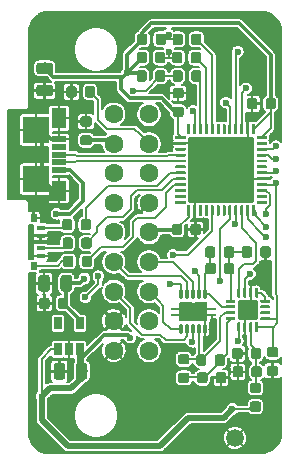
<source format=gbr>
G04 #@! TF.GenerationSoftware,KiCad,Pcbnew,(5.1.4)-1*
G04 #@! TF.CreationDate,2019-12-23T16:34:00-07:00*
G04 #@! TF.ProjectId,CruiseController,43727569-7365-4436-9f6e-74726f6c6c65,rev?*
G04 #@! TF.SameCoordinates,Original*
G04 #@! TF.FileFunction,Copper,L2,Bot*
G04 #@! TF.FilePolarity,Positive*
%FSLAX46Y46*%
G04 Gerber Fmt 4.6, Leading zero omitted, Abs format (unit mm)*
G04 Created by KiCad (PCBNEW (5.1.4)-1) date 2019-12-23 16:34:00*
%MOMM*%
%LPD*%
G04 APERTURE LIST*
%ADD10C,1.600000*%
%ADD11C,0.100000*%
%ADD12C,0.975000*%
%ADD13R,0.630000X0.660000*%
%ADD14R,0.800000X0.400000*%
%ADD15C,0.875000*%
%ADD16O,0.280000X0.850000*%
%ADD17R,0.280000X0.280000*%
%ADD18R,2.400000X1.650000*%
%ADD19R,1.050000X0.680000*%
%ADD20R,0.500000X0.260000*%
%ADD21R,0.700000X0.280000*%
%ADD22C,1.500000*%
%ADD23R,2.300000X2.250000*%
%ADD24R,1.300000X1.750000*%
%ADD25R,1.300000X0.500000*%
%ADD26C,0.250000*%
%ADD27C,5.600000*%
%ADD28C,1.700000*%
%ADD29R,0.650000X1.060000*%
%ADD30C,0.600000*%
%ADD31C,0.200000*%
%ADD32C,0.300000*%
%ADD33C,0.500000*%
%ADD34C,0.154000*%
G04 APERTURE END LIST*
D10*
X107500000Y-79000000D03*
X107500000Y-81500000D03*
X107500000Y-84000000D03*
X107500000Y-86500000D03*
X107500000Y-89000000D03*
X107500000Y-91500000D03*
X107500000Y-94000000D03*
X107500000Y-96500000D03*
X110500000Y-79000000D03*
X110500000Y-81500000D03*
X110500000Y-84000000D03*
X110500000Y-86500000D03*
X110500000Y-89000000D03*
X110500000Y-91500000D03*
X110500000Y-94000000D03*
X110500000Y-96500000D03*
X107500000Y-99000000D03*
X110500000Y-99000000D03*
D11*
G36*
X102130142Y-74626174D02*
G01*
X102153803Y-74629684D01*
X102177007Y-74635496D01*
X102199529Y-74643554D01*
X102221153Y-74653782D01*
X102241670Y-74666079D01*
X102260883Y-74680329D01*
X102278607Y-74696393D01*
X102294671Y-74714117D01*
X102308921Y-74733330D01*
X102321218Y-74753847D01*
X102331446Y-74775471D01*
X102339504Y-74797993D01*
X102345316Y-74821197D01*
X102348826Y-74844858D01*
X102350000Y-74868750D01*
X102350000Y-75356250D01*
X102348826Y-75380142D01*
X102345316Y-75403803D01*
X102339504Y-75427007D01*
X102331446Y-75449529D01*
X102321218Y-75471153D01*
X102308921Y-75491670D01*
X102294671Y-75510883D01*
X102278607Y-75528607D01*
X102260883Y-75544671D01*
X102241670Y-75558921D01*
X102221153Y-75571218D01*
X102199529Y-75581446D01*
X102177007Y-75589504D01*
X102153803Y-75595316D01*
X102130142Y-75598826D01*
X102106250Y-75600000D01*
X101193750Y-75600000D01*
X101169858Y-75598826D01*
X101146197Y-75595316D01*
X101122993Y-75589504D01*
X101100471Y-75581446D01*
X101078847Y-75571218D01*
X101058330Y-75558921D01*
X101039117Y-75544671D01*
X101021393Y-75528607D01*
X101005329Y-75510883D01*
X100991079Y-75491670D01*
X100978782Y-75471153D01*
X100968554Y-75449529D01*
X100960496Y-75427007D01*
X100954684Y-75403803D01*
X100951174Y-75380142D01*
X100950000Y-75356250D01*
X100950000Y-74868750D01*
X100951174Y-74844858D01*
X100954684Y-74821197D01*
X100960496Y-74797993D01*
X100968554Y-74775471D01*
X100978782Y-74753847D01*
X100991079Y-74733330D01*
X101005329Y-74714117D01*
X101021393Y-74696393D01*
X101039117Y-74680329D01*
X101058330Y-74666079D01*
X101078847Y-74653782D01*
X101100471Y-74643554D01*
X101122993Y-74635496D01*
X101146197Y-74629684D01*
X101169858Y-74626174D01*
X101193750Y-74625000D01*
X102106250Y-74625000D01*
X102130142Y-74626174D01*
X102130142Y-74626174D01*
G37*
D12*
X101650000Y-75112500D03*
D11*
G36*
X102130142Y-76501174D02*
G01*
X102153803Y-76504684D01*
X102177007Y-76510496D01*
X102199529Y-76518554D01*
X102221153Y-76528782D01*
X102241670Y-76541079D01*
X102260883Y-76555329D01*
X102278607Y-76571393D01*
X102294671Y-76589117D01*
X102308921Y-76608330D01*
X102321218Y-76628847D01*
X102331446Y-76650471D01*
X102339504Y-76672993D01*
X102345316Y-76696197D01*
X102348826Y-76719858D01*
X102350000Y-76743750D01*
X102350000Y-77231250D01*
X102348826Y-77255142D01*
X102345316Y-77278803D01*
X102339504Y-77302007D01*
X102331446Y-77324529D01*
X102321218Y-77346153D01*
X102308921Y-77366670D01*
X102294671Y-77385883D01*
X102278607Y-77403607D01*
X102260883Y-77419671D01*
X102241670Y-77433921D01*
X102221153Y-77446218D01*
X102199529Y-77456446D01*
X102177007Y-77464504D01*
X102153803Y-77470316D01*
X102130142Y-77473826D01*
X102106250Y-77475000D01*
X101193750Y-77475000D01*
X101169858Y-77473826D01*
X101146197Y-77470316D01*
X101122993Y-77464504D01*
X101100471Y-77456446D01*
X101078847Y-77446218D01*
X101058330Y-77433921D01*
X101039117Y-77419671D01*
X101021393Y-77403607D01*
X101005329Y-77385883D01*
X100991079Y-77366670D01*
X100978782Y-77346153D01*
X100968554Y-77324529D01*
X100960496Y-77302007D01*
X100954684Y-77278803D01*
X100951174Y-77255142D01*
X100950000Y-77231250D01*
X100950000Y-76743750D01*
X100951174Y-76719858D01*
X100954684Y-76696197D01*
X100960496Y-76672993D01*
X100968554Y-76650471D01*
X100978782Y-76628847D01*
X100991079Y-76608330D01*
X101005329Y-76589117D01*
X101021393Y-76571393D01*
X101039117Y-76555329D01*
X101058330Y-76541079D01*
X101078847Y-76528782D01*
X101100471Y-76518554D01*
X101122993Y-76510496D01*
X101146197Y-76504684D01*
X101169858Y-76501174D01*
X101193750Y-76500000D01*
X102106250Y-76500000D01*
X102130142Y-76501174D01*
X102130142Y-76501174D01*
G37*
D12*
X101650000Y-76987500D03*
D13*
X100715000Y-87780000D03*
D14*
X101300000Y-88590000D03*
X101300000Y-89270000D03*
X101300000Y-90330000D03*
X101300000Y-91010000D03*
D13*
X100715000Y-91820000D03*
D11*
G36*
X103852691Y-89426053D02*
G01*
X103873926Y-89429203D01*
X103894750Y-89434419D01*
X103914962Y-89441651D01*
X103934368Y-89450830D01*
X103952781Y-89461866D01*
X103970024Y-89474654D01*
X103985930Y-89489070D01*
X104000346Y-89504976D01*
X104013134Y-89522219D01*
X104024170Y-89540632D01*
X104033349Y-89560038D01*
X104040581Y-89580250D01*
X104045797Y-89601074D01*
X104048947Y-89622309D01*
X104050000Y-89643750D01*
X104050000Y-90156250D01*
X104048947Y-90177691D01*
X104045797Y-90198926D01*
X104040581Y-90219750D01*
X104033349Y-90239962D01*
X104024170Y-90259368D01*
X104013134Y-90277781D01*
X104000346Y-90295024D01*
X103985930Y-90310930D01*
X103970024Y-90325346D01*
X103952781Y-90338134D01*
X103934368Y-90349170D01*
X103914962Y-90358349D01*
X103894750Y-90365581D01*
X103873926Y-90370797D01*
X103852691Y-90373947D01*
X103831250Y-90375000D01*
X103393750Y-90375000D01*
X103372309Y-90373947D01*
X103351074Y-90370797D01*
X103330250Y-90365581D01*
X103310038Y-90358349D01*
X103290632Y-90349170D01*
X103272219Y-90338134D01*
X103254976Y-90325346D01*
X103239070Y-90310930D01*
X103224654Y-90295024D01*
X103211866Y-90277781D01*
X103200830Y-90259368D01*
X103191651Y-90239962D01*
X103184419Y-90219750D01*
X103179203Y-90198926D01*
X103176053Y-90177691D01*
X103175000Y-90156250D01*
X103175000Y-89643750D01*
X103176053Y-89622309D01*
X103179203Y-89601074D01*
X103184419Y-89580250D01*
X103191651Y-89560038D01*
X103200830Y-89540632D01*
X103211866Y-89522219D01*
X103224654Y-89504976D01*
X103239070Y-89489070D01*
X103254976Y-89474654D01*
X103272219Y-89461866D01*
X103290632Y-89450830D01*
X103310038Y-89441651D01*
X103330250Y-89434419D01*
X103351074Y-89429203D01*
X103372309Y-89426053D01*
X103393750Y-89425000D01*
X103831250Y-89425000D01*
X103852691Y-89426053D01*
X103852691Y-89426053D01*
G37*
D15*
X103612500Y-89900000D03*
D11*
G36*
X105427691Y-89426053D02*
G01*
X105448926Y-89429203D01*
X105469750Y-89434419D01*
X105489962Y-89441651D01*
X105509368Y-89450830D01*
X105527781Y-89461866D01*
X105545024Y-89474654D01*
X105560930Y-89489070D01*
X105575346Y-89504976D01*
X105588134Y-89522219D01*
X105599170Y-89540632D01*
X105608349Y-89560038D01*
X105615581Y-89580250D01*
X105620797Y-89601074D01*
X105623947Y-89622309D01*
X105625000Y-89643750D01*
X105625000Y-90156250D01*
X105623947Y-90177691D01*
X105620797Y-90198926D01*
X105615581Y-90219750D01*
X105608349Y-90239962D01*
X105599170Y-90259368D01*
X105588134Y-90277781D01*
X105575346Y-90295024D01*
X105560930Y-90310930D01*
X105545024Y-90325346D01*
X105527781Y-90338134D01*
X105509368Y-90349170D01*
X105489962Y-90358349D01*
X105469750Y-90365581D01*
X105448926Y-90370797D01*
X105427691Y-90373947D01*
X105406250Y-90375000D01*
X104968750Y-90375000D01*
X104947309Y-90373947D01*
X104926074Y-90370797D01*
X104905250Y-90365581D01*
X104885038Y-90358349D01*
X104865632Y-90349170D01*
X104847219Y-90338134D01*
X104829976Y-90325346D01*
X104814070Y-90310930D01*
X104799654Y-90295024D01*
X104786866Y-90277781D01*
X104775830Y-90259368D01*
X104766651Y-90239962D01*
X104759419Y-90219750D01*
X104754203Y-90198926D01*
X104751053Y-90177691D01*
X104750000Y-90156250D01*
X104750000Y-89643750D01*
X104751053Y-89622309D01*
X104754203Y-89601074D01*
X104759419Y-89580250D01*
X104766651Y-89560038D01*
X104775830Y-89540632D01*
X104786866Y-89522219D01*
X104799654Y-89504976D01*
X104814070Y-89489070D01*
X104829976Y-89474654D01*
X104847219Y-89461866D01*
X104865632Y-89450830D01*
X104885038Y-89441651D01*
X104905250Y-89434419D01*
X104926074Y-89429203D01*
X104947309Y-89426053D01*
X104968750Y-89425000D01*
X105406250Y-89425000D01*
X105427691Y-89426053D01*
X105427691Y-89426053D01*
G37*
D15*
X105187500Y-89900000D03*
D11*
G36*
X103802691Y-87876053D02*
G01*
X103823926Y-87879203D01*
X103844750Y-87884419D01*
X103864962Y-87891651D01*
X103884368Y-87900830D01*
X103902781Y-87911866D01*
X103920024Y-87924654D01*
X103935930Y-87939070D01*
X103950346Y-87954976D01*
X103963134Y-87972219D01*
X103974170Y-87990632D01*
X103983349Y-88010038D01*
X103990581Y-88030250D01*
X103995797Y-88051074D01*
X103998947Y-88072309D01*
X104000000Y-88093750D01*
X104000000Y-88606250D01*
X103998947Y-88627691D01*
X103995797Y-88648926D01*
X103990581Y-88669750D01*
X103983349Y-88689962D01*
X103974170Y-88709368D01*
X103963134Y-88727781D01*
X103950346Y-88745024D01*
X103935930Y-88760930D01*
X103920024Y-88775346D01*
X103902781Y-88788134D01*
X103884368Y-88799170D01*
X103864962Y-88808349D01*
X103844750Y-88815581D01*
X103823926Y-88820797D01*
X103802691Y-88823947D01*
X103781250Y-88825000D01*
X103343750Y-88825000D01*
X103322309Y-88823947D01*
X103301074Y-88820797D01*
X103280250Y-88815581D01*
X103260038Y-88808349D01*
X103240632Y-88799170D01*
X103222219Y-88788134D01*
X103204976Y-88775346D01*
X103189070Y-88760930D01*
X103174654Y-88745024D01*
X103161866Y-88727781D01*
X103150830Y-88709368D01*
X103141651Y-88689962D01*
X103134419Y-88669750D01*
X103129203Y-88648926D01*
X103126053Y-88627691D01*
X103125000Y-88606250D01*
X103125000Y-88093750D01*
X103126053Y-88072309D01*
X103129203Y-88051074D01*
X103134419Y-88030250D01*
X103141651Y-88010038D01*
X103150830Y-87990632D01*
X103161866Y-87972219D01*
X103174654Y-87954976D01*
X103189070Y-87939070D01*
X103204976Y-87924654D01*
X103222219Y-87911866D01*
X103240632Y-87900830D01*
X103260038Y-87891651D01*
X103280250Y-87884419D01*
X103301074Y-87879203D01*
X103322309Y-87876053D01*
X103343750Y-87875000D01*
X103781250Y-87875000D01*
X103802691Y-87876053D01*
X103802691Y-87876053D01*
G37*
D15*
X103562500Y-88350000D03*
D11*
G36*
X105377691Y-87876053D02*
G01*
X105398926Y-87879203D01*
X105419750Y-87884419D01*
X105439962Y-87891651D01*
X105459368Y-87900830D01*
X105477781Y-87911866D01*
X105495024Y-87924654D01*
X105510930Y-87939070D01*
X105525346Y-87954976D01*
X105538134Y-87972219D01*
X105549170Y-87990632D01*
X105558349Y-88010038D01*
X105565581Y-88030250D01*
X105570797Y-88051074D01*
X105573947Y-88072309D01*
X105575000Y-88093750D01*
X105575000Y-88606250D01*
X105573947Y-88627691D01*
X105570797Y-88648926D01*
X105565581Y-88669750D01*
X105558349Y-88689962D01*
X105549170Y-88709368D01*
X105538134Y-88727781D01*
X105525346Y-88745024D01*
X105510930Y-88760930D01*
X105495024Y-88775346D01*
X105477781Y-88788134D01*
X105459368Y-88799170D01*
X105439962Y-88808349D01*
X105419750Y-88815581D01*
X105398926Y-88820797D01*
X105377691Y-88823947D01*
X105356250Y-88825000D01*
X104918750Y-88825000D01*
X104897309Y-88823947D01*
X104876074Y-88820797D01*
X104855250Y-88815581D01*
X104835038Y-88808349D01*
X104815632Y-88799170D01*
X104797219Y-88788134D01*
X104779976Y-88775346D01*
X104764070Y-88760930D01*
X104749654Y-88745024D01*
X104736866Y-88727781D01*
X104725830Y-88709368D01*
X104716651Y-88689962D01*
X104709419Y-88669750D01*
X104704203Y-88648926D01*
X104701053Y-88627691D01*
X104700000Y-88606250D01*
X104700000Y-88093750D01*
X104701053Y-88072309D01*
X104704203Y-88051074D01*
X104709419Y-88030250D01*
X104716651Y-88010038D01*
X104725830Y-87990632D01*
X104736866Y-87972219D01*
X104749654Y-87954976D01*
X104764070Y-87939070D01*
X104779976Y-87924654D01*
X104797219Y-87911866D01*
X104815632Y-87900830D01*
X104835038Y-87891651D01*
X104855250Y-87884419D01*
X104876074Y-87879203D01*
X104897309Y-87876053D01*
X104918750Y-87875000D01*
X105356250Y-87875000D01*
X105377691Y-87876053D01*
X105377691Y-87876053D01*
G37*
D15*
X105137500Y-88350000D03*
D11*
G36*
X103890191Y-90976053D02*
G01*
X103911426Y-90979203D01*
X103932250Y-90984419D01*
X103952462Y-90991651D01*
X103971868Y-91000830D01*
X103990281Y-91011866D01*
X104007524Y-91024654D01*
X104023430Y-91039070D01*
X104037846Y-91054976D01*
X104050634Y-91072219D01*
X104061670Y-91090632D01*
X104070849Y-91110038D01*
X104078081Y-91130250D01*
X104083297Y-91151074D01*
X104086447Y-91172309D01*
X104087500Y-91193750D01*
X104087500Y-91706250D01*
X104086447Y-91727691D01*
X104083297Y-91748926D01*
X104078081Y-91769750D01*
X104070849Y-91789962D01*
X104061670Y-91809368D01*
X104050634Y-91827781D01*
X104037846Y-91845024D01*
X104023430Y-91860930D01*
X104007524Y-91875346D01*
X103990281Y-91888134D01*
X103971868Y-91899170D01*
X103952462Y-91908349D01*
X103932250Y-91915581D01*
X103911426Y-91920797D01*
X103890191Y-91923947D01*
X103868750Y-91925000D01*
X103431250Y-91925000D01*
X103409809Y-91923947D01*
X103388574Y-91920797D01*
X103367750Y-91915581D01*
X103347538Y-91908349D01*
X103328132Y-91899170D01*
X103309719Y-91888134D01*
X103292476Y-91875346D01*
X103276570Y-91860930D01*
X103262154Y-91845024D01*
X103249366Y-91827781D01*
X103238330Y-91809368D01*
X103229151Y-91789962D01*
X103221919Y-91769750D01*
X103216703Y-91748926D01*
X103213553Y-91727691D01*
X103212500Y-91706250D01*
X103212500Y-91193750D01*
X103213553Y-91172309D01*
X103216703Y-91151074D01*
X103221919Y-91130250D01*
X103229151Y-91110038D01*
X103238330Y-91090632D01*
X103249366Y-91072219D01*
X103262154Y-91054976D01*
X103276570Y-91039070D01*
X103292476Y-91024654D01*
X103309719Y-91011866D01*
X103328132Y-91000830D01*
X103347538Y-90991651D01*
X103367750Y-90984419D01*
X103388574Y-90979203D01*
X103409809Y-90976053D01*
X103431250Y-90975000D01*
X103868750Y-90975000D01*
X103890191Y-90976053D01*
X103890191Y-90976053D01*
G37*
D15*
X103650000Y-91450000D03*
D11*
G36*
X105465191Y-90976053D02*
G01*
X105486426Y-90979203D01*
X105507250Y-90984419D01*
X105527462Y-90991651D01*
X105546868Y-91000830D01*
X105565281Y-91011866D01*
X105582524Y-91024654D01*
X105598430Y-91039070D01*
X105612846Y-91054976D01*
X105625634Y-91072219D01*
X105636670Y-91090632D01*
X105645849Y-91110038D01*
X105653081Y-91130250D01*
X105658297Y-91151074D01*
X105661447Y-91172309D01*
X105662500Y-91193750D01*
X105662500Y-91706250D01*
X105661447Y-91727691D01*
X105658297Y-91748926D01*
X105653081Y-91769750D01*
X105645849Y-91789962D01*
X105636670Y-91809368D01*
X105625634Y-91827781D01*
X105612846Y-91845024D01*
X105598430Y-91860930D01*
X105582524Y-91875346D01*
X105565281Y-91888134D01*
X105546868Y-91899170D01*
X105527462Y-91908349D01*
X105507250Y-91915581D01*
X105486426Y-91920797D01*
X105465191Y-91923947D01*
X105443750Y-91925000D01*
X105006250Y-91925000D01*
X104984809Y-91923947D01*
X104963574Y-91920797D01*
X104942750Y-91915581D01*
X104922538Y-91908349D01*
X104903132Y-91899170D01*
X104884719Y-91888134D01*
X104867476Y-91875346D01*
X104851570Y-91860930D01*
X104837154Y-91845024D01*
X104824366Y-91827781D01*
X104813330Y-91809368D01*
X104804151Y-91789962D01*
X104796919Y-91769750D01*
X104791703Y-91748926D01*
X104788553Y-91727691D01*
X104787500Y-91706250D01*
X104787500Y-91193750D01*
X104788553Y-91172309D01*
X104791703Y-91151074D01*
X104796919Y-91130250D01*
X104804151Y-91110038D01*
X104813330Y-91090632D01*
X104824366Y-91072219D01*
X104837154Y-91054976D01*
X104851570Y-91039070D01*
X104867476Y-91024654D01*
X104884719Y-91011866D01*
X104903132Y-91000830D01*
X104922538Y-90991651D01*
X104942750Y-90984419D01*
X104963574Y-90979203D01*
X104984809Y-90976053D01*
X105006250Y-90975000D01*
X105443750Y-90975000D01*
X105465191Y-90976053D01*
X105465191Y-90976053D01*
G37*
D15*
X105225000Y-91450000D03*
D16*
X113225000Y-97175000D03*
X113725000Y-97175000D03*
X114225000Y-97175000D03*
D17*
X114725000Y-97460000D03*
X115225000Y-97460000D03*
D16*
X115225000Y-94225000D03*
D17*
X114725000Y-93940000D03*
D16*
X114225000Y-94225000D03*
D17*
X113725000Y-93940000D03*
X113225000Y-93940000D03*
D18*
X114225000Y-95700000D03*
D19*
X114860000Y-96150000D03*
X114860000Y-95250000D03*
X113590000Y-96150000D03*
D20*
X115855000Y-95950000D03*
X115855000Y-95450000D03*
X112595000Y-95950000D03*
D21*
X115775000Y-95950000D03*
X115775000Y-95450000D03*
X112675000Y-95950000D03*
D20*
X112595000Y-95450000D03*
D21*
X112675000Y-95450000D03*
D19*
X113590000Y-95250000D03*
D17*
X113225000Y-97460000D03*
X113725000Y-97460000D03*
X114225000Y-97460000D03*
D16*
X114725000Y-97175000D03*
X115225000Y-97175000D03*
D17*
X115225000Y-93940000D03*
D16*
X114725000Y-94225000D03*
D17*
X114225000Y-93940000D03*
D16*
X113725000Y-94225000D03*
X113225000Y-94225000D03*
D11*
G36*
X105042642Y-100051174D02*
G01*
X105066303Y-100054684D01*
X105089507Y-100060496D01*
X105112029Y-100068554D01*
X105133653Y-100078782D01*
X105154170Y-100091079D01*
X105173383Y-100105329D01*
X105191107Y-100121393D01*
X105207171Y-100139117D01*
X105221421Y-100158330D01*
X105233718Y-100178847D01*
X105243946Y-100200471D01*
X105252004Y-100222993D01*
X105257816Y-100246197D01*
X105261326Y-100269858D01*
X105262500Y-100293750D01*
X105262500Y-101206250D01*
X105261326Y-101230142D01*
X105257816Y-101253803D01*
X105252004Y-101277007D01*
X105243946Y-101299529D01*
X105233718Y-101321153D01*
X105221421Y-101341670D01*
X105207171Y-101360883D01*
X105191107Y-101378607D01*
X105173383Y-101394671D01*
X105154170Y-101408921D01*
X105133653Y-101421218D01*
X105112029Y-101431446D01*
X105089507Y-101439504D01*
X105066303Y-101445316D01*
X105042642Y-101448826D01*
X105018750Y-101450000D01*
X104531250Y-101450000D01*
X104507358Y-101448826D01*
X104483697Y-101445316D01*
X104460493Y-101439504D01*
X104437971Y-101431446D01*
X104416347Y-101421218D01*
X104395830Y-101408921D01*
X104376617Y-101394671D01*
X104358893Y-101378607D01*
X104342829Y-101360883D01*
X104328579Y-101341670D01*
X104316282Y-101321153D01*
X104306054Y-101299529D01*
X104297996Y-101277007D01*
X104292184Y-101253803D01*
X104288674Y-101230142D01*
X104287500Y-101206250D01*
X104287500Y-100293750D01*
X104288674Y-100269858D01*
X104292184Y-100246197D01*
X104297996Y-100222993D01*
X104306054Y-100200471D01*
X104316282Y-100178847D01*
X104328579Y-100158330D01*
X104342829Y-100139117D01*
X104358893Y-100121393D01*
X104376617Y-100105329D01*
X104395830Y-100091079D01*
X104416347Y-100078782D01*
X104437971Y-100068554D01*
X104460493Y-100060496D01*
X104483697Y-100054684D01*
X104507358Y-100051174D01*
X104531250Y-100050000D01*
X105018750Y-100050000D01*
X105042642Y-100051174D01*
X105042642Y-100051174D01*
G37*
D12*
X104775000Y-100750000D03*
D11*
G36*
X103167642Y-100051174D02*
G01*
X103191303Y-100054684D01*
X103214507Y-100060496D01*
X103237029Y-100068554D01*
X103258653Y-100078782D01*
X103279170Y-100091079D01*
X103298383Y-100105329D01*
X103316107Y-100121393D01*
X103332171Y-100139117D01*
X103346421Y-100158330D01*
X103358718Y-100178847D01*
X103368946Y-100200471D01*
X103377004Y-100222993D01*
X103382816Y-100246197D01*
X103386326Y-100269858D01*
X103387500Y-100293750D01*
X103387500Y-101206250D01*
X103386326Y-101230142D01*
X103382816Y-101253803D01*
X103377004Y-101277007D01*
X103368946Y-101299529D01*
X103358718Y-101321153D01*
X103346421Y-101341670D01*
X103332171Y-101360883D01*
X103316107Y-101378607D01*
X103298383Y-101394671D01*
X103279170Y-101408921D01*
X103258653Y-101421218D01*
X103237029Y-101431446D01*
X103214507Y-101439504D01*
X103191303Y-101445316D01*
X103167642Y-101448826D01*
X103143750Y-101450000D01*
X102656250Y-101450000D01*
X102632358Y-101448826D01*
X102608697Y-101445316D01*
X102585493Y-101439504D01*
X102562971Y-101431446D01*
X102541347Y-101421218D01*
X102520830Y-101408921D01*
X102501617Y-101394671D01*
X102483893Y-101378607D01*
X102467829Y-101360883D01*
X102453579Y-101341670D01*
X102441282Y-101321153D01*
X102431054Y-101299529D01*
X102422996Y-101277007D01*
X102417184Y-101253803D01*
X102413674Y-101230142D01*
X102412500Y-101206250D01*
X102412500Y-100293750D01*
X102413674Y-100269858D01*
X102417184Y-100246197D01*
X102422996Y-100222993D01*
X102431054Y-100200471D01*
X102441282Y-100178847D01*
X102453579Y-100158330D01*
X102467829Y-100139117D01*
X102483893Y-100121393D01*
X102501617Y-100105329D01*
X102520830Y-100091079D01*
X102541347Y-100078782D01*
X102562971Y-100068554D01*
X102585493Y-100060496D01*
X102608697Y-100054684D01*
X102632358Y-100051174D01*
X102656250Y-100050000D01*
X103143750Y-100050000D01*
X103167642Y-100051174D01*
X103167642Y-100051174D01*
G37*
D12*
X102900000Y-100750000D03*
D22*
X117750000Y-106400000D03*
D11*
G36*
X114665191Y-88276053D02*
G01*
X114686426Y-88279203D01*
X114707250Y-88284419D01*
X114727462Y-88291651D01*
X114746868Y-88300830D01*
X114765281Y-88311866D01*
X114782524Y-88324654D01*
X114798430Y-88339070D01*
X114812846Y-88354976D01*
X114825634Y-88372219D01*
X114836670Y-88390632D01*
X114845849Y-88410038D01*
X114853081Y-88430250D01*
X114858297Y-88451074D01*
X114861447Y-88472309D01*
X114862500Y-88493750D01*
X114862500Y-89006250D01*
X114861447Y-89027691D01*
X114858297Y-89048926D01*
X114853081Y-89069750D01*
X114845849Y-89089962D01*
X114836670Y-89109368D01*
X114825634Y-89127781D01*
X114812846Y-89145024D01*
X114798430Y-89160930D01*
X114782524Y-89175346D01*
X114765281Y-89188134D01*
X114746868Y-89199170D01*
X114727462Y-89208349D01*
X114707250Y-89215581D01*
X114686426Y-89220797D01*
X114665191Y-89223947D01*
X114643750Y-89225000D01*
X114206250Y-89225000D01*
X114184809Y-89223947D01*
X114163574Y-89220797D01*
X114142750Y-89215581D01*
X114122538Y-89208349D01*
X114103132Y-89199170D01*
X114084719Y-89188134D01*
X114067476Y-89175346D01*
X114051570Y-89160930D01*
X114037154Y-89145024D01*
X114024366Y-89127781D01*
X114013330Y-89109368D01*
X114004151Y-89089962D01*
X113996919Y-89069750D01*
X113991703Y-89048926D01*
X113988553Y-89027691D01*
X113987500Y-89006250D01*
X113987500Y-88493750D01*
X113988553Y-88472309D01*
X113991703Y-88451074D01*
X113996919Y-88430250D01*
X114004151Y-88410038D01*
X114013330Y-88390632D01*
X114024366Y-88372219D01*
X114037154Y-88354976D01*
X114051570Y-88339070D01*
X114067476Y-88324654D01*
X114084719Y-88311866D01*
X114103132Y-88300830D01*
X114122538Y-88291651D01*
X114142750Y-88284419D01*
X114163574Y-88279203D01*
X114184809Y-88276053D01*
X114206250Y-88275000D01*
X114643750Y-88275000D01*
X114665191Y-88276053D01*
X114665191Y-88276053D01*
G37*
D15*
X114425000Y-88750000D03*
D11*
G36*
X113090191Y-88276053D02*
G01*
X113111426Y-88279203D01*
X113132250Y-88284419D01*
X113152462Y-88291651D01*
X113171868Y-88300830D01*
X113190281Y-88311866D01*
X113207524Y-88324654D01*
X113223430Y-88339070D01*
X113237846Y-88354976D01*
X113250634Y-88372219D01*
X113261670Y-88390632D01*
X113270849Y-88410038D01*
X113278081Y-88430250D01*
X113283297Y-88451074D01*
X113286447Y-88472309D01*
X113287500Y-88493750D01*
X113287500Y-89006250D01*
X113286447Y-89027691D01*
X113283297Y-89048926D01*
X113278081Y-89069750D01*
X113270849Y-89089962D01*
X113261670Y-89109368D01*
X113250634Y-89127781D01*
X113237846Y-89145024D01*
X113223430Y-89160930D01*
X113207524Y-89175346D01*
X113190281Y-89188134D01*
X113171868Y-89199170D01*
X113152462Y-89208349D01*
X113132250Y-89215581D01*
X113111426Y-89220797D01*
X113090191Y-89223947D01*
X113068750Y-89225000D01*
X112631250Y-89225000D01*
X112609809Y-89223947D01*
X112588574Y-89220797D01*
X112567750Y-89215581D01*
X112547538Y-89208349D01*
X112528132Y-89199170D01*
X112509719Y-89188134D01*
X112492476Y-89175346D01*
X112476570Y-89160930D01*
X112462154Y-89145024D01*
X112449366Y-89127781D01*
X112438330Y-89109368D01*
X112429151Y-89089962D01*
X112421919Y-89069750D01*
X112416703Y-89048926D01*
X112413553Y-89027691D01*
X112412500Y-89006250D01*
X112412500Y-88493750D01*
X112413553Y-88472309D01*
X112416703Y-88451074D01*
X112421919Y-88430250D01*
X112429151Y-88410038D01*
X112438330Y-88390632D01*
X112449366Y-88372219D01*
X112462154Y-88354976D01*
X112476570Y-88339070D01*
X112492476Y-88324654D01*
X112509719Y-88311866D01*
X112528132Y-88300830D01*
X112547538Y-88291651D01*
X112567750Y-88284419D01*
X112588574Y-88279203D01*
X112609809Y-88276053D01*
X112631250Y-88275000D01*
X113068750Y-88275000D01*
X113090191Y-88276053D01*
X113090191Y-88276053D01*
G37*
D15*
X112850000Y-88750000D03*
D23*
X100900000Y-80325000D03*
X100900000Y-84475000D03*
D24*
X102850000Y-79325000D03*
X102850000Y-85475000D03*
D25*
X102850000Y-81100000D03*
X102850000Y-81750000D03*
X102850000Y-82400000D03*
X102850000Y-83050000D03*
X102850000Y-83700000D03*
D11*
G36*
X115915191Y-90184053D02*
G01*
X115936426Y-90187203D01*
X115957250Y-90192419D01*
X115977462Y-90199651D01*
X115996868Y-90208830D01*
X116015281Y-90219866D01*
X116032524Y-90232654D01*
X116048430Y-90247070D01*
X116062846Y-90262976D01*
X116075634Y-90280219D01*
X116086670Y-90298632D01*
X116095849Y-90318038D01*
X116103081Y-90338250D01*
X116108297Y-90359074D01*
X116111447Y-90380309D01*
X116112500Y-90401750D01*
X116112500Y-90914250D01*
X116111447Y-90935691D01*
X116108297Y-90956926D01*
X116103081Y-90977750D01*
X116095849Y-90997962D01*
X116086670Y-91017368D01*
X116075634Y-91035781D01*
X116062846Y-91053024D01*
X116048430Y-91068930D01*
X116032524Y-91083346D01*
X116015281Y-91096134D01*
X115996868Y-91107170D01*
X115977462Y-91116349D01*
X115957250Y-91123581D01*
X115936426Y-91128797D01*
X115915191Y-91131947D01*
X115893750Y-91133000D01*
X115456250Y-91133000D01*
X115434809Y-91131947D01*
X115413574Y-91128797D01*
X115392750Y-91123581D01*
X115372538Y-91116349D01*
X115353132Y-91107170D01*
X115334719Y-91096134D01*
X115317476Y-91083346D01*
X115301570Y-91068930D01*
X115287154Y-91053024D01*
X115274366Y-91035781D01*
X115263330Y-91017368D01*
X115254151Y-90997962D01*
X115246919Y-90977750D01*
X115241703Y-90956926D01*
X115238553Y-90935691D01*
X115237500Y-90914250D01*
X115237500Y-90401750D01*
X115238553Y-90380309D01*
X115241703Y-90359074D01*
X115246919Y-90338250D01*
X115254151Y-90318038D01*
X115263330Y-90298632D01*
X115274366Y-90280219D01*
X115287154Y-90262976D01*
X115301570Y-90247070D01*
X115317476Y-90232654D01*
X115334719Y-90219866D01*
X115353132Y-90208830D01*
X115372538Y-90199651D01*
X115392750Y-90192419D01*
X115413574Y-90187203D01*
X115434809Y-90184053D01*
X115456250Y-90183000D01*
X115893750Y-90183000D01*
X115915191Y-90184053D01*
X115915191Y-90184053D01*
G37*
D15*
X115675000Y-90658000D03*
D11*
G36*
X117490191Y-90184053D02*
G01*
X117511426Y-90187203D01*
X117532250Y-90192419D01*
X117552462Y-90199651D01*
X117571868Y-90208830D01*
X117590281Y-90219866D01*
X117607524Y-90232654D01*
X117623430Y-90247070D01*
X117637846Y-90262976D01*
X117650634Y-90280219D01*
X117661670Y-90298632D01*
X117670849Y-90318038D01*
X117678081Y-90338250D01*
X117683297Y-90359074D01*
X117686447Y-90380309D01*
X117687500Y-90401750D01*
X117687500Y-90914250D01*
X117686447Y-90935691D01*
X117683297Y-90956926D01*
X117678081Y-90977750D01*
X117670849Y-90997962D01*
X117661670Y-91017368D01*
X117650634Y-91035781D01*
X117637846Y-91053024D01*
X117623430Y-91068930D01*
X117607524Y-91083346D01*
X117590281Y-91096134D01*
X117571868Y-91107170D01*
X117552462Y-91116349D01*
X117532250Y-91123581D01*
X117511426Y-91128797D01*
X117490191Y-91131947D01*
X117468750Y-91133000D01*
X117031250Y-91133000D01*
X117009809Y-91131947D01*
X116988574Y-91128797D01*
X116967750Y-91123581D01*
X116947538Y-91116349D01*
X116928132Y-91107170D01*
X116909719Y-91096134D01*
X116892476Y-91083346D01*
X116876570Y-91068930D01*
X116862154Y-91053024D01*
X116849366Y-91035781D01*
X116838330Y-91017368D01*
X116829151Y-90997962D01*
X116821919Y-90977750D01*
X116816703Y-90956926D01*
X116813553Y-90935691D01*
X116812500Y-90914250D01*
X116812500Y-90401750D01*
X116813553Y-90380309D01*
X116816703Y-90359074D01*
X116821919Y-90338250D01*
X116829151Y-90318038D01*
X116838330Y-90298632D01*
X116849366Y-90280219D01*
X116862154Y-90262976D01*
X116876570Y-90247070D01*
X116892476Y-90232654D01*
X116909719Y-90219866D01*
X116928132Y-90208830D01*
X116947538Y-90199651D01*
X116967750Y-90192419D01*
X116988574Y-90187203D01*
X117009809Y-90184053D01*
X117031250Y-90183000D01*
X117468750Y-90183000D01*
X117490191Y-90184053D01*
X117490191Y-90184053D01*
G37*
D15*
X117250000Y-90658000D03*
D11*
G36*
X113702691Y-99301053D02*
G01*
X113723926Y-99304203D01*
X113744750Y-99309419D01*
X113764962Y-99316651D01*
X113784368Y-99325830D01*
X113802781Y-99336866D01*
X113820024Y-99349654D01*
X113835930Y-99364070D01*
X113850346Y-99379976D01*
X113863134Y-99397219D01*
X113874170Y-99415632D01*
X113883349Y-99435038D01*
X113890581Y-99455250D01*
X113895797Y-99476074D01*
X113898947Y-99497309D01*
X113900000Y-99518750D01*
X113900000Y-99956250D01*
X113898947Y-99977691D01*
X113895797Y-99998926D01*
X113890581Y-100019750D01*
X113883349Y-100039962D01*
X113874170Y-100059368D01*
X113863134Y-100077781D01*
X113850346Y-100095024D01*
X113835930Y-100110930D01*
X113820024Y-100125346D01*
X113802781Y-100138134D01*
X113784368Y-100149170D01*
X113764962Y-100158349D01*
X113744750Y-100165581D01*
X113723926Y-100170797D01*
X113702691Y-100173947D01*
X113681250Y-100175000D01*
X113168750Y-100175000D01*
X113147309Y-100173947D01*
X113126074Y-100170797D01*
X113105250Y-100165581D01*
X113085038Y-100158349D01*
X113065632Y-100149170D01*
X113047219Y-100138134D01*
X113029976Y-100125346D01*
X113014070Y-100110930D01*
X112999654Y-100095024D01*
X112986866Y-100077781D01*
X112975830Y-100059368D01*
X112966651Y-100039962D01*
X112959419Y-100019750D01*
X112954203Y-99998926D01*
X112951053Y-99977691D01*
X112950000Y-99956250D01*
X112950000Y-99518750D01*
X112951053Y-99497309D01*
X112954203Y-99476074D01*
X112959419Y-99455250D01*
X112966651Y-99435038D01*
X112975830Y-99415632D01*
X112986866Y-99397219D01*
X112999654Y-99379976D01*
X113014070Y-99364070D01*
X113029976Y-99349654D01*
X113047219Y-99336866D01*
X113065632Y-99325830D01*
X113085038Y-99316651D01*
X113105250Y-99309419D01*
X113126074Y-99304203D01*
X113147309Y-99301053D01*
X113168750Y-99300000D01*
X113681250Y-99300000D01*
X113702691Y-99301053D01*
X113702691Y-99301053D01*
G37*
D15*
X113425000Y-99737500D03*
D11*
G36*
X113702691Y-100876053D02*
G01*
X113723926Y-100879203D01*
X113744750Y-100884419D01*
X113764962Y-100891651D01*
X113784368Y-100900830D01*
X113802781Y-100911866D01*
X113820024Y-100924654D01*
X113835930Y-100939070D01*
X113850346Y-100954976D01*
X113863134Y-100972219D01*
X113874170Y-100990632D01*
X113883349Y-101010038D01*
X113890581Y-101030250D01*
X113895797Y-101051074D01*
X113898947Y-101072309D01*
X113900000Y-101093750D01*
X113900000Y-101531250D01*
X113898947Y-101552691D01*
X113895797Y-101573926D01*
X113890581Y-101594750D01*
X113883349Y-101614962D01*
X113874170Y-101634368D01*
X113863134Y-101652781D01*
X113850346Y-101670024D01*
X113835930Y-101685930D01*
X113820024Y-101700346D01*
X113802781Y-101713134D01*
X113784368Y-101724170D01*
X113764962Y-101733349D01*
X113744750Y-101740581D01*
X113723926Y-101745797D01*
X113702691Y-101748947D01*
X113681250Y-101750000D01*
X113168750Y-101750000D01*
X113147309Y-101748947D01*
X113126074Y-101745797D01*
X113105250Y-101740581D01*
X113085038Y-101733349D01*
X113065632Y-101724170D01*
X113047219Y-101713134D01*
X113029976Y-101700346D01*
X113014070Y-101685930D01*
X112999654Y-101670024D01*
X112986866Y-101652781D01*
X112975830Y-101634368D01*
X112966651Y-101614962D01*
X112959419Y-101594750D01*
X112954203Y-101573926D01*
X112951053Y-101552691D01*
X112950000Y-101531250D01*
X112950000Y-101093750D01*
X112951053Y-101072309D01*
X112954203Y-101051074D01*
X112959419Y-101030250D01*
X112966651Y-101010038D01*
X112975830Y-100990632D01*
X112986866Y-100972219D01*
X112999654Y-100954976D01*
X113014070Y-100939070D01*
X113029976Y-100924654D01*
X113047219Y-100911866D01*
X113065632Y-100900830D01*
X113085038Y-100891651D01*
X113105250Y-100884419D01*
X113126074Y-100879203D01*
X113147309Y-100876053D01*
X113168750Y-100875000D01*
X113681250Y-100875000D01*
X113702691Y-100876053D01*
X113702691Y-100876053D01*
G37*
D15*
X113425000Y-101312500D03*
D11*
G36*
X118202691Y-98784053D02*
G01*
X118223926Y-98787203D01*
X118244750Y-98792419D01*
X118264962Y-98799651D01*
X118284368Y-98808830D01*
X118302781Y-98819866D01*
X118320024Y-98832654D01*
X118335930Y-98847070D01*
X118350346Y-98862976D01*
X118363134Y-98880219D01*
X118374170Y-98898632D01*
X118383349Y-98918038D01*
X118390581Y-98938250D01*
X118395797Y-98959074D01*
X118398947Y-98980309D01*
X118400000Y-99001750D01*
X118400000Y-99514250D01*
X118398947Y-99535691D01*
X118395797Y-99556926D01*
X118390581Y-99577750D01*
X118383349Y-99597962D01*
X118374170Y-99617368D01*
X118363134Y-99635781D01*
X118350346Y-99653024D01*
X118335930Y-99668930D01*
X118320024Y-99683346D01*
X118302781Y-99696134D01*
X118284368Y-99707170D01*
X118264962Y-99716349D01*
X118244750Y-99723581D01*
X118223926Y-99728797D01*
X118202691Y-99731947D01*
X118181250Y-99733000D01*
X117743750Y-99733000D01*
X117722309Y-99731947D01*
X117701074Y-99728797D01*
X117680250Y-99723581D01*
X117660038Y-99716349D01*
X117640632Y-99707170D01*
X117622219Y-99696134D01*
X117604976Y-99683346D01*
X117589070Y-99668930D01*
X117574654Y-99653024D01*
X117561866Y-99635781D01*
X117550830Y-99617368D01*
X117541651Y-99597962D01*
X117534419Y-99577750D01*
X117529203Y-99556926D01*
X117526053Y-99535691D01*
X117525000Y-99514250D01*
X117525000Y-99001750D01*
X117526053Y-98980309D01*
X117529203Y-98959074D01*
X117534419Y-98938250D01*
X117541651Y-98918038D01*
X117550830Y-98898632D01*
X117561866Y-98880219D01*
X117574654Y-98862976D01*
X117589070Y-98847070D01*
X117604976Y-98832654D01*
X117622219Y-98819866D01*
X117640632Y-98808830D01*
X117660038Y-98799651D01*
X117680250Y-98792419D01*
X117701074Y-98787203D01*
X117722309Y-98784053D01*
X117743750Y-98783000D01*
X118181250Y-98783000D01*
X118202691Y-98784053D01*
X118202691Y-98784053D01*
G37*
D15*
X117962500Y-99258000D03*
D11*
G36*
X119777691Y-98784053D02*
G01*
X119798926Y-98787203D01*
X119819750Y-98792419D01*
X119839962Y-98799651D01*
X119859368Y-98808830D01*
X119877781Y-98819866D01*
X119895024Y-98832654D01*
X119910930Y-98847070D01*
X119925346Y-98862976D01*
X119938134Y-98880219D01*
X119949170Y-98898632D01*
X119958349Y-98918038D01*
X119965581Y-98938250D01*
X119970797Y-98959074D01*
X119973947Y-98980309D01*
X119975000Y-99001750D01*
X119975000Y-99514250D01*
X119973947Y-99535691D01*
X119970797Y-99556926D01*
X119965581Y-99577750D01*
X119958349Y-99597962D01*
X119949170Y-99617368D01*
X119938134Y-99635781D01*
X119925346Y-99653024D01*
X119910930Y-99668930D01*
X119895024Y-99683346D01*
X119877781Y-99696134D01*
X119859368Y-99707170D01*
X119839962Y-99716349D01*
X119819750Y-99723581D01*
X119798926Y-99728797D01*
X119777691Y-99731947D01*
X119756250Y-99733000D01*
X119318750Y-99733000D01*
X119297309Y-99731947D01*
X119276074Y-99728797D01*
X119255250Y-99723581D01*
X119235038Y-99716349D01*
X119215632Y-99707170D01*
X119197219Y-99696134D01*
X119179976Y-99683346D01*
X119164070Y-99668930D01*
X119149654Y-99653024D01*
X119136866Y-99635781D01*
X119125830Y-99617368D01*
X119116651Y-99597962D01*
X119109419Y-99577750D01*
X119104203Y-99556926D01*
X119101053Y-99535691D01*
X119100000Y-99514250D01*
X119100000Y-99001750D01*
X119101053Y-98980309D01*
X119104203Y-98959074D01*
X119109419Y-98938250D01*
X119116651Y-98918038D01*
X119125830Y-98898632D01*
X119136866Y-98880219D01*
X119149654Y-98862976D01*
X119164070Y-98847070D01*
X119179976Y-98832654D01*
X119197219Y-98819866D01*
X119215632Y-98808830D01*
X119235038Y-98799651D01*
X119255250Y-98792419D01*
X119276074Y-98787203D01*
X119297309Y-98784053D01*
X119318750Y-98783000D01*
X119756250Y-98783000D01*
X119777691Y-98784053D01*
X119777691Y-98784053D01*
G37*
D15*
X119537500Y-99258000D03*
D11*
G36*
X113152691Y-75276053D02*
G01*
X113173926Y-75279203D01*
X113194750Y-75284419D01*
X113214962Y-75291651D01*
X113234368Y-75300830D01*
X113252781Y-75311866D01*
X113270024Y-75324654D01*
X113285930Y-75339070D01*
X113300346Y-75354976D01*
X113313134Y-75372219D01*
X113324170Y-75390632D01*
X113333349Y-75410038D01*
X113340581Y-75430250D01*
X113345797Y-75451074D01*
X113348947Y-75472309D01*
X113350000Y-75493750D01*
X113350000Y-76006250D01*
X113348947Y-76027691D01*
X113345797Y-76048926D01*
X113340581Y-76069750D01*
X113333349Y-76089962D01*
X113324170Y-76109368D01*
X113313134Y-76127781D01*
X113300346Y-76145024D01*
X113285930Y-76160930D01*
X113270024Y-76175346D01*
X113252781Y-76188134D01*
X113234368Y-76199170D01*
X113214962Y-76208349D01*
X113194750Y-76215581D01*
X113173926Y-76220797D01*
X113152691Y-76223947D01*
X113131250Y-76225000D01*
X112693750Y-76225000D01*
X112672309Y-76223947D01*
X112651074Y-76220797D01*
X112630250Y-76215581D01*
X112610038Y-76208349D01*
X112590632Y-76199170D01*
X112572219Y-76188134D01*
X112554976Y-76175346D01*
X112539070Y-76160930D01*
X112524654Y-76145024D01*
X112511866Y-76127781D01*
X112500830Y-76109368D01*
X112491651Y-76089962D01*
X112484419Y-76069750D01*
X112479203Y-76048926D01*
X112476053Y-76027691D01*
X112475000Y-76006250D01*
X112475000Y-75493750D01*
X112476053Y-75472309D01*
X112479203Y-75451074D01*
X112484419Y-75430250D01*
X112491651Y-75410038D01*
X112500830Y-75390632D01*
X112511866Y-75372219D01*
X112524654Y-75354976D01*
X112539070Y-75339070D01*
X112554976Y-75324654D01*
X112572219Y-75311866D01*
X112590632Y-75300830D01*
X112610038Y-75291651D01*
X112630250Y-75284419D01*
X112651074Y-75279203D01*
X112672309Y-75276053D01*
X112693750Y-75275000D01*
X113131250Y-75275000D01*
X113152691Y-75276053D01*
X113152691Y-75276053D01*
G37*
D15*
X112912500Y-75750000D03*
D11*
G36*
X114727691Y-75276053D02*
G01*
X114748926Y-75279203D01*
X114769750Y-75284419D01*
X114789962Y-75291651D01*
X114809368Y-75300830D01*
X114827781Y-75311866D01*
X114845024Y-75324654D01*
X114860930Y-75339070D01*
X114875346Y-75354976D01*
X114888134Y-75372219D01*
X114899170Y-75390632D01*
X114908349Y-75410038D01*
X114915581Y-75430250D01*
X114920797Y-75451074D01*
X114923947Y-75472309D01*
X114925000Y-75493750D01*
X114925000Y-76006250D01*
X114923947Y-76027691D01*
X114920797Y-76048926D01*
X114915581Y-76069750D01*
X114908349Y-76089962D01*
X114899170Y-76109368D01*
X114888134Y-76127781D01*
X114875346Y-76145024D01*
X114860930Y-76160930D01*
X114845024Y-76175346D01*
X114827781Y-76188134D01*
X114809368Y-76199170D01*
X114789962Y-76208349D01*
X114769750Y-76215581D01*
X114748926Y-76220797D01*
X114727691Y-76223947D01*
X114706250Y-76225000D01*
X114268750Y-76225000D01*
X114247309Y-76223947D01*
X114226074Y-76220797D01*
X114205250Y-76215581D01*
X114185038Y-76208349D01*
X114165632Y-76199170D01*
X114147219Y-76188134D01*
X114129976Y-76175346D01*
X114114070Y-76160930D01*
X114099654Y-76145024D01*
X114086866Y-76127781D01*
X114075830Y-76109368D01*
X114066651Y-76089962D01*
X114059419Y-76069750D01*
X114054203Y-76048926D01*
X114051053Y-76027691D01*
X114050000Y-76006250D01*
X114050000Y-75493750D01*
X114051053Y-75472309D01*
X114054203Y-75451074D01*
X114059419Y-75430250D01*
X114066651Y-75410038D01*
X114075830Y-75390632D01*
X114086866Y-75372219D01*
X114099654Y-75354976D01*
X114114070Y-75339070D01*
X114129976Y-75324654D01*
X114147219Y-75311866D01*
X114165632Y-75300830D01*
X114185038Y-75291651D01*
X114205250Y-75284419D01*
X114226074Y-75279203D01*
X114247309Y-75276053D01*
X114268750Y-75275000D01*
X114706250Y-75275000D01*
X114727691Y-75276053D01*
X114727691Y-75276053D01*
G37*
D15*
X114487500Y-75750000D03*
D11*
G36*
X111727691Y-72176053D02*
G01*
X111748926Y-72179203D01*
X111769750Y-72184419D01*
X111789962Y-72191651D01*
X111809368Y-72200830D01*
X111827781Y-72211866D01*
X111845024Y-72224654D01*
X111860930Y-72239070D01*
X111875346Y-72254976D01*
X111888134Y-72272219D01*
X111899170Y-72290632D01*
X111908349Y-72310038D01*
X111915581Y-72330250D01*
X111920797Y-72351074D01*
X111923947Y-72372309D01*
X111925000Y-72393750D01*
X111925000Y-72906250D01*
X111923947Y-72927691D01*
X111920797Y-72948926D01*
X111915581Y-72969750D01*
X111908349Y-72989962D01*
X111899170Y-73009368D01*
X111888134Y-73027781D01*
X111875346Y-73045024D01*
X111860930Y-73060930D01*
X111845024Y-73075346D01*
X111827781Y-73088134D01*
X111809368Y-73099170D01*
X111789962Y-73108349D01*
X111769750Y-73115581D01*
X111748926Y-73120797D01*
X111727691Y-73123947D01*
X111706250Y-73125000D01*
X111268750Y-73125000D01*
X111247309Y-73123947D01*
X111226074Y-73120797D01*
X111205250Y-73115581D01*
X111185038Y-73108349D01*
X111165632Y-73099170D01*
X111147219Y-73088134D01*
X111129976Y-73075346D01*
X111114070Y-73060930D01*
X111099654Y-73045024D01*
X111086866Y-73027781D01*
X111075830Y-73009368D01*
X111066651Y-72989962D01*
X111059419Y-72969750D01*
X111054203Y-72948926D01*
X111051053Y-72927691D01*
X111050000Y-72906250D01*
X111050000Y-72393750D01*
X111051053Y-72372309D01*
X111054203Y-72351074D01*
X111059419Y-72330250D01*
X111066651Y-72310038D01*
X111075830Y-72290632D01*
X111086866Y-72272219D01*
X111099654Y-72254976D01*
X111114070Y-72239070D01*
X111129976Y-72224654D01*
X111147219Y-72211866D01*
X111165632Y-72200830D01*
X111185038Y-72191651D01*
X111205250Y-72184419D01*
X111226074Y-72179203D01*
X111247309Y-72176053D01*
X111268750Y-72175000D01*
X111706250Y-72175000D01*
X111727691Y-72176053D01*
X111727691Y-72176053D01*
G37*
D15*
X111487500Y-72650000D03*
D11*
G36*
X110152691Y-72176053D02*
G01*
X110173926Y-72179203D01*
X110194750Y-72184419D01*
X110214962Y-72191651D01*
X110234368Y-72200830D01*
X110252781Y-72211866D01*
X110270024Y-72224654D01*
X110285930Y-72239070D01*
X110300346Y-72254976D01*
X110313134Y-72272219D01*
X110324170Y-72290632D01*
X110333349Y-72310038D01*
X110340581Y-72330250D01*
X110345797Y-72351074D01*
X110348947Y-72372309D01*
X110350000Y-72393750D01*
X110350000Y-72906250D01*
X110348947Y-72927691D01*
X110345797Y-72948926D01*
X110340581Y-72969750D01*
X110333349Y-72989962D01*
X110324170Y-73009368D01*
X110313134Y-73027781D01*
X110300346Y-73045024D01*
X110285930Y-73060930D01*
X110270024Y-73075346D01*
X110252781Y-73088134D01*
X110234368Y-73099170D01*
X110214962Y-73108349D01*
X110194750Y-73115581D01*
X110173926Y-73120797D01*
X110152691Y-73123947D01*
X110131250Y-73125000D01*
X109693750Y-73125000D01*
X109672309Y-73123947D01*
X109651074Y-73120797D01*
X109630250Y-73115581D01*
X109610038Y-73108349D01*
X109590632Y-73099170D01*
X109572219Y-73088134D01*
X109554976Y-73075346D01*
X109539070Y-73060930D01*
X109524654Y-73045024D01*
X109511866Y-73027781D01*
X109500830Y-73009368D01*
X109491651Y-72989962D01*
X109484419Y-72969750D01*
X109479203Y-72948926D01*
X109476053Y-72927691D01*
X109475000Y-72906250D01*
X109475000Y-72393750D01*
X109476053Y-72372309D01*
X109479203Y-72351074D01*
X109484419Y-72330250D01*
X109491651Y-72310038D01*
X109500830Y-72290632D01*
X109511866Y-72272219D01*
X109524654Y-72254976D01*
X109539070Y-72239070D01*
X109554976Y-72224654D01*
X109572219Y-72211866D01*
X109590632Y-72200830D01*
X109610038Y-72191651D01*
X109630250Y-72184419D01*
X109651074Y-72179203D01*
X109672309Y-72176053D01*
X109693750Y-72175000D01*
X110131250Y-72175000D01*
X110152691Y-72176053D01*
X110152691Y-72176053D01*
G37*
D15*
X109912500Y-72650000D03*
D11*
G36*
X111677691Y-73726053D02*
G01*
X111698926Y-73729203D01*
X111719750Y-73734419D01*
X111739962Y-73741651D01*
X111759368Y-73750830D01*
X111777781Y-73761866D01*
X111795024Y-73774654D01*
X111810930Y-73789070D01*
X111825346Y-73804976D01*
X111838134Y-73822219D01*
X111849170Y-73840632D01*
X111858349Y-73860038D01*
X111865581Y-73880250D01*
X111870797Y-73901074D01*
X111873947Y-73922309D01*
X111875000Y-73943750D01*
X111875000Y-74456250D01*
X111873947Y-74477691D01*
X111870797Y-74498926D01*
X111865581Y-74519750D01*
X111858349Y-74539962D01*
X111849170Y-74559368D01*
X111838134Y-74577781D01*
X111825346Y-74595024D01*
X111810930Y-74610930D01*
X111795024Y-74625346D01*
X111777781Y-74638134D01*
X111759368Y-74649170D01*
X111739962Y-74658349D01*
X111719750Y-74665581D01*
X111698926Y-74670797D01*
X111677691Y-74673947D01*
X111656250Y-74675000D01*
X111218750Y-74675000D01*
X111197309Y-74673947D01*
X111176074Y-74670797D01*
X111155250Y-74665581D01*
X111135038Y-74658349D01*
X111115632Y-74649170D01*
X111097219Y-74638134D01*
X111079976Y-74625346D01*
X111064070Y-74610930D01*
X111049654Y-74595024D01*
X111036866Y-74577781D01*
X111025830Y-74559368D01*
X111016651Y-74539962D01*
X111009419Y-74519750D01*
X111004203Y-74498926D01*
X111001053Y-74477691D01*
X111000000Y-74456250D01*
X111000000Y-73943750D01*
X111001053Y-73922309D01*
X111004203Y-73901074D01*
X111009419Y-73880250D01*
X111016651Y-73860038D01*
X111025830Y-73840632D01*
X111036866Y-73822219D01*
X111049654Y-73804976D01*
X111064070Y-73789070D01*
X111079976Y-73774654D01*
X111097219Y-73761866D01*
X111115632Y-73750830D01*
X111135038Y-73741651D01*
X111155250Y-73734419D01*
X111176074Y-73729203D01*
X111197309Y-73726053D01*
X111218750Y-73725000D01*
X111656250Y-73725000D01*
X111677691Y-73726053D01*
X111677691Y-73726053D01*
G37*
D15*
X111437500Y-74200000D03*
D11*
G36*
X110102691Y-73726053D02*
G01*
X110123926Y-73729203D01*
X110144750Y-73734419D01*
X110164962Y-73741651D01*
X110184368Y-73750830D01*
X110202781Y-73761866D01*
X110220024Y-73774654D01*
X110235930Y-73789070D01*
X110250346Y-73804976D01*
X110263134Y-73822219D01*
X110274170Y-73840632D01*
X110283349Y-73860038D01*
X110290581Y-73880250D01*
X110295797Y-73901074D01*
X110298947Y-73922309D01*
X110300000Y-73943750D01*
X110300000Y-74456250D01*
X110298947Y-74477691D01*
X110295797Y-74498926D01*
X110290581Y-74519750D01*
X110283349Y-74539962D01*
X110274170Y-74559368D01*
X110263134Y-74577781D01*
X110250346Y-74595024D01*
X110235930Y-74610930D01*
X110220024Y-74625346D01*
X110202781Y-74638134D01*
X110184368Y-74649170D01*
X110164962Y-74658349D01*
X110144750Y-74665581D01*
X110123926Y-74670797D01*
X110102691Y-74673947D01*
X110081250Y-74675000D01*
X109643750Y-74675000D01*
X109622309Y-74673947D01*
X109601074Y-74670797D01*
X109580250Y-74665581D01*
X109560038Y-74658349D01*
X109540632Y-74649170D01*
X109522219Y-74638134D01*
X109504976Y-74625346D01*
X109489070Y-74610930D01*
X109474654Y-74595024D01*
X109461866Y-74577781D01*
X109450830Y-74559368D01*
X109441651Y-74539962D01*
X109434419Y-74519750D01*
X109429203Y-74498926D01*
X109426053Y-74477691D01*
X109425000Y-74456250D01*
X109425000Y-73943750D01*
X109426053Y-73922309D01*
X109429203Y-73901074D01*
X109434419Y-73880250D01*
X109441651Y-73860038D01*
X109450830Y-73840632D01*
X109461866Y-73822219D01*
X109474654Y-73804976D01*
X109489070Y-73789070D01*
X109504976Y-73774654D01*
X109522219Y-73761866D01*
X109540632Y-73750830D01*
X109560038Y-73741651D01*
X109580250Y-73734419D01*
X109601074Y-73729203D01*
X109622309Y-73726053D01*
X109643750Y-73725000D01*
X110081250Y-73725000D01*
X110102691Y-73726053D01*
X110102691Y-73726053D01*
G37*
D15*
X109862500Y-74200000D03*
D11*
G36*
X114727691Y-72176053D02*
G01*
X114748926Y-72179203D01*
X114769750Y-72184419D01*
X114789962Y-72191651D01*
X114809368Y-72200830D01*
X114827781Y-72211866D01*
X114845024Y-72224654D01*
X114860930Y-72239070D01*
X114875346Y-72254976D01*
X114888134Y-72272219D01*
X114899170Y-72290632D01*
X114908349Y-72310038D01*
X114915581Y-72330250D01*
X114920797Y-72351074D01*
X114923947Y-72372309D01*
X114925000Y-72393750D01*
X114925000Y-72906250D01*
X114923947Y-72927691D01*
X114920797Y-72948926D01*
X114915581Y-72969750D01*
X114908349Y-72989962D01*
X114899170Y-73009368D01*
X114888134Y-73027781D01*
X114875346Y-73045024D01*
X114860930Y-73060930D01*
X114845024Y-73075346D01*
X114827781Y-73088134D01*
X114809368Y-73099170D01*
X114789962Y-73108349D01*
X114769750Y-73115581D01*
X114748926Y-73120797D01*
X114727691Y-73123947D01*
X114706250Y-73125000D01*
X114268750Y-73125000D01*
X114247309Y-73123947D01*
X114226074Y-73120797D01*
X114205250Y-73115581D01*
X114185038Y-73108349D01*
X114165632Y-73099170D01*
X114147219Y-73088134D01*
X114129976Y-73075346D01*
X114114070Y-73060930D01*
X114099654Y-73045024D01*
X114086866Y-73027781D01*
X114075830Y-73009368D01*
X114066651Y-72989962D01*
X114059419Y-72969750D01*
X114054203Y-72948926D01*
X114051053Y-72927691D01*
X114050000Y-72906250D01*
X114050000Y-72393750D01*
X114051053Y-72372309D01*
X114054203Y-72351074D01*
X114059419Y-72330250D01*
X114066651Y-72310038D01*
X114075830Y-72290632D01*
X114086866Y-72272219D01*
X114099654Y-72254976D01*
X114114070Y-72239070D01*
X114129976Y-72224654D01*
X114147219Y-72211866D01*
X114165632Y-72200830D01*
X114185038Y-72191651D01*
X114205250Y-72184419D01*
X114226074Y-72179203D01*
X114247309Y-72176053D01*
X114268750Y-72175000D01*
X114706250Y-72175000D01*
X114727691Y-72176053D01*
X114727691Y-72176053D01*
G37*
D15*
X114487500Y-72650000D03*
D11*
G36*
X113152691Y-72176053D02*
G01*
X113173926Y-72179203D01*
X113194750Y-72184419D01*
X113214962Y-72191651D01*
X113234368Y-72200830D01*
X113252781Y-72211866D01*
X113270024Y-72224654D01*
X113285930Y-72239070D01*
X113300346Y-72254976D01*
X113313134Y-72272219D01*
X113324170Y-72290632D01*
X113333349Y-72310038D01*
X113340581Y-72330250D01*
X113345797Y-72351074D01*
X113348947Y-72372309D01*
X113350000Y-72393750D01*
X113350000Y-72906250D01*
X113348947Y-72927691D01*
X113345797Y-72948926D01*
X113340581Y-72969750D01*
X113333349Y-72989962D01*
X113324170Y-73009368D01*
X113313134Y-73027781D01*
X113300346Y-73045024D01*
X113285930Y-73060930D01*
X113270024Y-73075346D01*
X113252781Y-73088134D01*
X113234368Y-73099170D01*
X113214962Y-73108349D01*
X113194750Y-73115581D01*
X113173926Y-73120797D01*
X113152691Y-73123947D01*
X113131250Y-73125000D01*
X112693750Y-73125000D01*
X112672309Y-73123947D01*
X112651074Y-73120797D01*
X112630250Y-73115581D01*
X112610038Y-73108349D01*
X112590632Y-73099170D01*
X112572219Y-73088134D01*
X112554976Y-73075346D01*
X112539070Y-73060930D01*
X112524654Y-73045024D01*
X112511866Y-73027781D01*
X112500830Y-73009368D01*
X112491651Y-72989962D01*
X112484419Y-72969750D01*
X112479203Y-72948926D01*
X112476053Y-72927691D01*
X112475000Y-72906250D01*
X112475000Y-72393750D01*
X112476053Y-72372309D01*
X112479203Y-72351074D01*
X112484419Y-72330250D01*
X112491651Y-72310038D01*
X112500830Y-72290632D01*
X112511866Y-72272219D01*
X112524654Y-72254976D01*
X112539070Y-72239070D01*
X112554976Y-72224654D01*
X112572219Y-72211866D01*
X112590632Y-72200830D01*
X112610038Y-72191651D01*
X112630250Y-72184419D01*
X112651074Y-72179203D01*
X112672309Y-72176053D01*
X112693750Y-72175000D01*
X113131250Y-72175000D01*
X113152691Y-72176053D01*
X113152691Y-72176053D01*
G37*
D15*
X112912500Y-72650000D03*
D11*
G36*
X113227691Y-76763553D02*
G01*
X113248926Y-76766703D01*
X113269750Y-76771919D01*
X113289962Y-76779151D01*
X113309368Y-76788330D01*
X113327781Y-76799366D01*
X113345024Y-76812154D01*
X113360930Y-76826570D01*
X113375346Y-76842476D01*
X113388134Y-76859719D01*
X113399170Y-76878132D01*
X113408349Y-76897538D01*
X113415581Y-76917750D01*
X113420797Y-76938574D01*
X113423947Y-76959809D01*
X113425000Y-76981250D01*
X113425000Y-77418750D01*
X113423947Y-77440191D01*
X113420797Y-77461426D01*
X113415581Y-77482250D01*
X113408349Y-77502462D01*
X113399170Y-77521868D01*
X113388134Y-77540281D01*
X113375346Y-77557524D01*
X113360930Y-77573430D01*
X113345024Y-77587846D01*
X113327781Y-77600634D01*
X113309368Y-77611670D01*
X113289962Y-77620849D01*
X113269750Y-77628081D01*
X113248926Y-77633297D01*
X113227691Y-77636447D01*
X113206250Y-77637500D01*
X112693750Y-77637500D01*
X112672309Y-77636447D01*
X112651074Y-77633297D01*
X112630250Y-77628081D01*
X112610038Y-77620849D01*
X112590632Y-77611670D01*
X112572219Y-77600634D01*
X112554976Y-77587846D01*
X112539070Y-77573430D01*
X112524654Y-77557524D01*
X112511866Y-77540281D01*
X112500830Y-77521868D01*
X112491651Y-77502462D01*
X112484419Y-77482250D01*
X112479203Y-77461426D01*
X112476053Y-77440191D01*
X112475000Y-77418750D01*
X112475000Y-76981250D01*
X112476053Y-76959809D01*
X112479203Y-76938574D01*
X112484419Y-76917750D01*
X112491651Y-76897538D01*
X112500830Y-76878132D01*
X112511866Y-76859719D01*
X112524654Y-76842476D01*
X112539070Y-76826570D01*
X112554976Y-76812154D01*
X112572219Y-76799366D01*
X112590632Y-76788330D01*
X112610038Y-76779151D01*
X112630250Y-76771919D01*
X112651074Y-76766703D01*
X112672309Y-76763553D01*
X112693750Y-76762500D01*
X113206250Y-76762500D01*
X113227691Y-76763553D01*
X113227691Y-76763553D01*
G37*
D15*
X112950000Y-77200000D03*
D11*
G36*
X113227691Y-78338553D02*
G01*
X113248926Y-78341703D01*
X113269750Y-78346919D01*
X113289962Y-78354151D01*
X113309368Y-78363330D01*
X113327781Y-78374366D01*
X113345024Y-78387154D01*
X113360930Y-78401570D01*
X113375346Y-78417476D01*
X113388134Y-78434719D01*
X113399170Y-78453132D01*
X113408349Y-78472538D01*
X113415581Y-78492750D01*
X113420797Y-78513574D01*
X113423947Y-78534809D01*
X113425000Y-78556250D01*
X113425000Y-78993750D01*
X113423947Y-79015191D01*
X113420797Y-79036426D01*
X113415581Y-79057250D01*
X113408349Y-79077462D01*
X113399170Y-79096868D01*
X113388134Y-79115281D01*
X113375346Y-79132524D01*
X113360930Y-79148430D01*
X113345024Y-79162846D01*
X113327781Y-79175634D01*
X113309368Y-79186670D01*
X113289962Y-79195849D01*
X113269750Y-79203081D01*
X113248926Y-79208297D01*
X113227691Y-79211447D01*
X113206250Y-79212500D01*
X112693750Y-79212500D01*
X112672309Y-79211447D01*
X112651074Y-79208297D01*
X112630250Y-79203081D01*
X112610038Y-79195849D01*
X112590632Y-79186670D01*
X112572219Y-79175634D01*
X112554976Y-79162846D01*
X112539070Y-79148430D01*
X112524654Y-79132524D01*
X112511866Y-79115281D01*
X112500830Y-79096868D01*
X112491651Y-79077462D01*
X112484419Y-79057250D01*
X112479203Y-79036426D01*
X112476053Y-79015191D01*
X112475000Y-78993750D01*
X112475000Y-78556250D01*
X112476053Y-78534809D01*
X112479203Y-78513574D01*
X112484419Y-78492750D01*
X112491651Y-78472538D01*
X112500830Y-78453132D01*
X112511866Y-78434719D01*
X112524654Y-78417476D01*
X112539070Y-78401570D01*
X112554976Y-78387154D01*
X112572219Y-78374366D01*
X112590632Y-78363330D01*
X112610038Y-78354151D01*
X112630250Y-78346919D01*
X112651074Y-78341703D01*
X112672309Y-78338553D01*
X112693750Y-78337500D01*
X113206250Y-78337500D01*
X113227691Y-78338553D01*
X113227691Y-78338553D01*
G37*
D15*
X112950000Y-78775000D03*
D11*
G36*
X114690191Y-73726053D02*
G01*
X114711426Y-73729203D01*
X114732250Y-73734419D01*
X114752462Y-73741651D01*
X114771868Y-73750830D01*
X114790281Y-73761866D01*
X114807524Y-73774654D01*
X114823430Y-73789070D01*
X114837846Y-73804976D01*
X114850634Y-73822219D01*
X114861670Y-73840632D01*
X114870849Y-73860038D01*
X114878081Y-73880250D01*
X114883297Y-73901074D01*
X114886447Y-73922309D01*
X114887500Y-73943750D01*
X114887500Y-74456250D01*
X114886447Y-74477691D01*
X114883297Y-74498926D01*
X114878081Y-74519750D01*
X114870849Y-74539962D01*
X114861670Y-74559368D01*
X114850634Y-74577781D01*
X114837846Y-74595024D01*
X114823430Y-74610930D01*
X114807524Y-74625346D01*
X114790281Y-74638134D01*
X114771868Y-74649170D01*
X114752462Y-74658349D01*
X114732250Y-74665581D01*
X114711426Y-74670797D01*
X114690191Y-74673947D01*
X114668750Y-74675000D01*
X114231250Y-74675000D01*
X114209809Y-74673947D01*
X114188574Y-74670797D01*
X114167750Y-74665581D01*
X114147538Y-74658349D01*
X114128132Y-74649170D01*
X114109719Y-74638134D01*
X114092476Y-74625346D01*
X114076570Y-74610930D01*
X114062154Y-74595024D01*
X114049366Y-74577781D01*
X114038330Y-74559368D01*
X114029151Y-74539962D01*
X114021919Y-74519750D01*
X114016703Y-74498926D01*
X114013553Y-74477691D01*
X114012500Y-74456250D01*
X114012500Y-73943750D01*
X114013553Y-73922309D01*
X114016703Y-73901074D01*
X114021919Y-73880250D01*
X114029151Y-73860038D01*
X114038330Y-73840632D01*
X114049366Y-73822219D01*
X114062154Y-73804976D01*
X114076570Y-73789070D01*
X114092476Y-73774654D01*
X114109719Y-73761866D01*
X114128132Y-73750830D01*
X114147538Y-73741651D01*
X114167750Y-73734419D01*
X114188574Y-73729203D01*
X114209809Y-73726053D01*
X114231250Y-73725000D01*
X114668750Y-73725000D01*
X114690191Y-73726053D01*
X114690191Y-73726053D01*
G37*
D15*
X114450000Y-74200000D03*
D11*
G36*
X113115191Y-73726053D02*
G01*
X113136426Y-73729203D01*
X113157250Y-73734419D01*
X113177462Y-73741651D01*
X113196868Y-73750830D01*
X113215281Y-73761866D01*
X113232524Y-73774654D01*
X113248430Y-73789070D01*
X113262846Y-73804976D01*
X113275634Y-73822219D01*
X113286670Y-73840632D01*
X113295849Y-73860038D01*
X113303081Y-73880250D01*
X113308297Y-73901074D01*
X113311447Y-73922309D01*
X113312500Y-73943750D01*
X113312500Y-74456250D01*
X113311447Y-74477691D01*
X113308297Y-74498926D01*
X113303081Y-74519750D01*
X113295849Y-74539962D01*
X113286670Y-74559368D01*
X113275634Y-74577781D01*
X113262846Y-74595024D01*
X113248430Y-74610930D01*
X113232524Y-74625346D01*
X113215281Y-74638134D01*
X113196868Y-74649170D01*
X113177462Y-74658349D01*
X113157250Y-74665581D01*
X113136426Y-74670797D01*
X113115191Y-74673947D01*
X113093750Y-74675000D01*
X112656250Y-74675000D01*
X112634809Y-74673947D01*
X112613574Y-74670797D01*
X112592750Y-74665581D01*
X112572538Y-74658349D01*
X112553132Y-74649170D01*
X112534719Y-74638134D01*
X112517476Y-74625346D01*
X112501570Y-74610930D01*
X112487154Y-74595024D01*
X112474366Y-74577781D01*
X112463330Y-74559368D01*
X112454151Y-74539962D01*
X112446919Y-74519750D01*
X112441703Y-74498926D01*
X112438553Y-74477691D01*
X112437500Y-74456250D01*
X112437500Y-73943750D01*
X112438553Y-73922309D01*
X112441703Y-73901074D01*
X112446919Y-73880250D01*
X112454151Y-73860038D01*
X112463330Y-73840632D01*
X112474366Y-73822219D01*
X112487154Y-73804976D01*
X112501570Y-73789070D01*
X112517476Y-73774654D01*
X112534719Y-73761866D01*
X112553132Y-73750830D01*
X112572538Y-73741651D01*
X112592750Y-73734419D01*
X112613574Y-73729203D01*
X112634809Y-73726053D01*
X112656250Y-73725000D01*
X113093750Y-73725000D01*
X113115191Y-73726053D01*
X113115191Y-73726053D01*
G37*
D15*
X112875000Y-74200000D03*
D11*
G36*
X103742642Y-92601174D02*
G01*
X103766303Y-92604684D01*
X103789507Y-92610496D01*
X103812029Y-92618554D01*
X103833653Y-92628782D01*
X103854170Y-92641079D01*
X103873383Y-92655329D01*
X103891107Y-92671393D01*
X103907171Y-92689117D01*
X103921421Y-92708330D01*
X103933718Y-92728847D01*
X103943946Y-92750471D01*
X103952004Y-92772993D01*
X103957816Y-92796197D01*
X103961326Y-92819858D01*
X103962500Y-92843750D01*
X103962500Y-93756250D01*
X103961326Y-93780142D01*
X103957816Y-93803803D01*
X103952004Y-93827007D01*
X103943946Y-93849529D01*
X103933718Y-93871153D01*
X103921421Y-93891670D01*
X103907171Y-93910883D01*
X103891107Y-93928607D01*
X103873383Y-93944671D01*
X103854170Y-93958921D01*
X103833653Y-93971218D01*
X103812029Y-93981446D01*
X103789507Y-93989504D01*
X103766303Y-93995316D01*
X103742642Y-93998826D01*
X103718750Y-94000000D01*
X103231250Y-94000000D01*
X103207358Y-93998826D01*
X103183697Y-93995316D01*
X103160493Y-93989504D01*
X103137971Y-93981446D01*
X103116347Y-93971218D01*
X103095830Y-93958921D01*
X103076617Y-93944671D01*
X103058893Y-93928607D01*
X103042829Y-93910883D01*
X103028579Y-93891670D01*
X103016282Y-93871153D01*
X103006054Y-93849529D01*
X102997996Y-93827007D01*
X102992184Y-93803803D01*
X102988674Y-93780142D01*
X102987500Y-93756250D01*
X102987500Y-92843750D01*
X102988674Y-92819858D01*
X102992184Y-92796197D01*
X102997996Y-92772993D01*
X103006054Y-92750471D01*
X103016282Y-92728847D01*
X103028579Y-92708330D01*
X103042829Y-92689117D01*
X103058893Y-92671393D01*
X103076617Y-92655329D01*
X103095830Y-92641079D01*
X103116347Y-92628782D01*
X103137971Y-92618554D01*
X103160493Y-92610496D01*
X103183697Y-92604684D01*
X103207358Y-92601174D01*
X103231250Y-92600000D01*
X103718750Y-92600000D01*
X103742642Y-92601174D01*
X103742642Y-92601174D01*
G37*
D12*
X103475000Y-93300000D03*
D11*
G36*
X101867642Y-92601174D02*
G01*
X101891303Y-92604684D01*
X101914507Y-92610496D01*
X101937029Y-92618554D01*
X101958653Y-92628782D01*
X101979170Y-92641079D01*
X101998383Y-92655329D01*
X102016107Y-92671393D01*
X102032171Y-92689117D01*
X102046421Y-92708330D01*
X102058718Y-92728847D01*
X102068946Y-92750471D01*
X102077004Y-92772993D01*
X102082816Y-92796197D01*
X102086326Y-92819858D01*
X102087500Y-92843750D01*
X102087500Y-93756250D01*
X102086326Y-93780142D01*
X102082816Y-93803803D01*
X102077004Y-93827007D01*
X102068946Y-93849529D01*
X102058718Y-93871153D01*
X102046421Y-93891670D01*
X102032171Y-93910883D01*
X102016107Y-93928607D01*
X101998383Y-93944671D01*
X101979170Y-93958921D01*
X101958653Y-93971218D01*
X101937029Y-93981446D01*
X101914507Y-93989504D01*
X101891303Y-93995316D01*
X101867642Y-93998826D01*
X101843750Y-94000000D01*
X101356250Y-94000000D01*
X101332358Y-93998826D01*
X101308697Y-93995316D01*
X101285493Y-93989504D01*
X101262971Y-93981446D01*
X101241347Y-93971218D01*
X101220830Y-93958921D01*
X101201617Y-93944671D01*
X101183893Y-93928607D01*
X101167829Y-93910883D01*
X101153579Y-93891670D01*
X101141282Y-93871153D01*
X101131054Y-93849529D01*
X101122996Y-93827007D01*
X101117184Y-93803803D01*
X101113674Y-93780142D01*
X101112500Y-93756250D01*
X101112500Y-92843750D01*
X101113674Y-92819858D01*
X101117184Y-92796197D01*
X101122996Y-92772993D01*
X101131054Y-92750471D01*
X101141282Y-92728847D01*
X101153579Y-92708330D01*
X101167829Y-92689117D01*
X101183893Y-92671393D01*
X101201617Y-92655329D01*
X101220830Y-92641079D01*
X101241347Y-92628782D01*
X101262971Y-92618554D01*
X101285493Y-92610496D01*
X101308697Y-92604684D01*
X101332358Y-92601174D01*
X101356250Y-92600000D01*
X101843750Y-92600000D01*
X101867642Y-92601174D01*
X101867642Y-92601174D01*
G37*
D12*
X101600000Y-93300000D03*
D11*
G36*
X119452691Y-77626053D02*
G01*
X119473926Y-77629203D01*
X119494750Y-77634419D01*
X119514962Y-77641651D01*
X119534368Y-77650830D01*
X119552781Y-77661866D01*
X119570024Y-77674654D01*
X119585930Y-77689070D01*
X119600346Y-77704976D01*
X119613134Y-77722219D01*
X119624170Y-77740632D01*
X119633349Y-77760038D01*
X119640581Y-77780250D01*
X119645797Y-77801074D01*
X119648947Y-77822309D01*
X119650000Y-77843750D01*
X119650000Y-78356250D01*
X119648947Y-78377691D01*
X119645797Y-78398926D01*
X119640581Y-78419750D01*
X119633349Y-78439962D01*
X119624170Y-78459368D01*
X119613134Y-78477781D01*
X119600346Y-78495024D01*
X119585930Y-78510930D01*
X119570024Y-78525346D01*
X119552781Y-78538134D01*
X119534368Y-78549170D01*
X119514962Y-78558349D01*
X119494750Y-78565581D01*
X119473926Y-78570797D01*
X119452691Y-78573947D01*
X119431250Y-78575000D01*
X118993750Y-78575000D01*
X118972309Y-78573947D01*
X118951074Y-78570797D01*
X118930250Y-78565581D01*
X118910038Y-78558349D01*
X118890632Y-78549170D01*
X118872219Y-78538134D01*
X118854976Y-78525346D01*
X118839070Y-78510930D01*
X118824654Y-78495024D01*
X118811866Y-78477781D01*
X118800830Y-78459368D01*
X118791651Y-78439962D01*
X118784419Y-78419750D01*
X118779203Y-78398926D01*
X118776053Y-78377691D01*
X118775000Y-78356250D01*
X118775000Y-77843750D01*
X118776053Y-77822309D01*
X118779203Y-77801074D01*
X118784419Y-77780250D01*
X118791651Y-77760038D01*
X118800830Y-77740632D01*
X118811866Y-77722219D01*
X118824654Y-77704976D01*
X118839070Y-77689070D01*
X118854976Y-77674654D01*
X118872219Y-77661866D01*
X118890632Y-77650830D01*
X118910038Y-77641651D01*
X118930250Y-77634419D01*
X118951074Y-77629203D01*
X118972309Y-77626053D01*
X118993750Y-77625000D01*
X119431250Y-77625000D01*
X119452691Y-77626053D01*
X119452691Y-77626053D01*
G37*
D15*
X119212500Y-78100000D03*
D11*
G36*
X121027691Y-77626053D02*
G01*
X121048926Y-77629203D01*
X121069750Y-77634419D01*
X121089962Y-77641651D01*
X121109368Y-77650830D01*
X121127781Y-77661866D01*
X121145024Y-77674654D01*
X121160930Y-77689070D01*
X121175346Y-77704976D01*
X121188134Y-77722219D01*
X121199170Y-77740632D01*
X121208349Y-77760038D01*
X121215581Y-77780250D01*
X121220797Y-77801074D01*
X121223947Y-77822309D01*
X121225000Y-77843750D01*
X121225000Y-78356250D01*
X121223947Y-78377691D01*
X121220797Y-78398926D01*
X121215581Y-78419750D01*
X121208349Y-78439962D01*
X121199170Y-78459368D01*
X121188134Y-78477781D01*
X121175346Y-78495024D01*
X121160930Y-78510930D01*
X121145024Y-78525346D01*
X121127781Y-78538134D01*
X121109368Y-78549170D01*
X121089962Y-78558349D01*
X121069750Y-78565581D01*
X121048926Y-78570797D01*
X121027691Y-78573947D01*
X121006250Y-78575000D01*
X120568750Y-78575000D01*
X120547309Y-78573947D01*
X120526074Y-78570797D01*
X120505250Y-78565581D01*
X120485038Y-78558349D01*
X120465632Y-78549170D01*
X120447219Y-78538134D01*
X120429976Y-78525346D01*
X120414070Y-78510930D01*
X120399654Y-78495024D01*
X120386866Y-78477781D01*
X120375830Y-78459368D01*
X120366651Y-78439962D01*
X120359419Y-78419750D01*
X120354203Y-78398926D01*
X120351053Y-78377691D01*
X120350000Y-78356250D01*
X120350000Y-77843750D01*
X120351053Y-77822309D01*
X120354203Y-77801074D01*
X120359419Y-77780250D01*
X120366651Y-77760038D01*
X120375830Y-77740632D01*
X120386866Y-77722219D01*
X120399654Y-77704976D01*
X120414070Y-77689070D01*
X120429976Y-77674654D01*
X120447219Y-77661866D01*
X120465632Y-77650830D01*
X120485038Y-77641651D01*
X120505250Y-77634419D01*
X120526074Y-77629203D01*
X120547309Y-77626053D01*
X120568750Y-77625000D01*
X121006250Y-77625000D01*
X121027691Y-77626053D01*
X121027691Y-77626053D01*
G37*
D15*
X120787500Y-78100000D03*
D11*
G36*
X111677691Y-75276053D02*
G01*
X111698926Y-75279203D01*
X111719750Y-75284419D01*
X111739962Y-75291651D01*
X111759368Y-75300830D01*
X111777781Y-75311866D01*
X111795024Y-75324654D01*
X111810930Y-75339070D01*
X111825346Y-75354976D01*
X111838134Y-75372219D01*
X111849170Y-75390632D01*
X111858349Y-75410038D01*
X111865581Y-75430250D01*
X111870797Y-75451074D01*
X111873947Y-75472309D01*
X111875000Y-75493750D01*
X111875000Y-76006250D01*
X111873947Y-76027691D01*
X111870797Y-76048926D01*
X111865581Y-76069750D01*
X111858349Y-76089962D01*
X111849170Y-76109368D01*
X111838134Y-76127781D01*
X111825346Y-76145024D01*
X111810930Y-76160930D01*
X111795024Y-76175346D01*
X111777781Y-76188134D01*
X111759368Y-76199170D01*
X111739962Y-76208349D01*
X111719750Y-76215581D01*
X111698926Y-76220797D01*
X111677691Y-76223947D01*
X111656250Y-76225000D01*
X111218750Y-76225000D01*
X111197309Y-76223947D01*
X111176074Y-76220797D01*
X111155250Y-76215581D01*
X111135038Y-76208349D01*
X111115632Y-76199170D01*
X111097219Y-76188134D01*
X111079976Y-76175346D01*
X111064070Y-76160930D01*
X111049654Y-76145024D01*
X111036866Y-76127781D01*
X111025830Y-76109368D01*
X111016651Y-76089962D01*
X111009419Y-76069750D01*
X111004203Y-76048926D01*
X111001053Y-76027691D01*
X111000000Y-76006250D01*
X111000000Y-75493750D01*
X111001053Y-75472309D01*
X111004203Y-75451074D01*
X111009419Y-75430250D01*
X111016651Y-75410038D01*
X111025830Y-75390632D01*
X111036866Y-75372219D01*
X111049654Y-75354976D01*
X111064070Y-75339070D01*
X111079976Y-75324654D01*
X111097219Y-75311866D01*
X111115632Y-75300830D01*
X111135038Y-75291651D01*
X111155250Y-75284419D01*
X111176074Y-75279203D01*
X111197309Y-75276053D01*
X111218750Y-75275000D01*
X111656250Y-75275000D01*
X111677691Y-75276053D01*
X111677691Y-75276053D01*
G37*
D15*
X111437500Y-75750000D03*
D11*
G36*
X110102691Y-75276053D02*
G01*
X110123926Y-75279203D01*
X110144750Y-75284419D01*
X110164962Y-75291651D01*
X110184368Y-75300830D01*
X110202781Y-75311866D01*
X110220024Y-75324654D01*
X110235930Y-75339070D01*
X110250346Y-75354976D01*
X110263134Y-75372219D01*
X110274170Y-75390632D01*
X110283349Y-75410038D01*
X110290581Y-75430250D01*
X110295797Y-75451074D01*
X110298947Y-75472309D01*
X110300000Y-75493750D01*
X110300000Y-76006250D01*
X110298947Y-76027691D01*
X110295797Y-76048926D01*
X110290581Y-76069750D01*
X110283349Y-76089962D01*
X110274170Y-76109368D01*
X110263134Y-76127781D01*
X110250346Y-76145024D01*
X110235930Y-76160930D01*
X110220024Y-76175346D01*
X110202781Y-76188134D01*
X110184368Y-76199170D01*
X110164962Y-76208349D01*
X110144750Y-76215581D01*
X110123926Y-76220797D01*
X110102691Y-76223947D01*
X110081250Y-76225000D01*
X109643750Y-76225000D01*
X109622309Y-76223947D01*
X109601074Y-76220797D01*
X109580250Y-76215581D01*
X109560038Y-76208349D01*
X109540632Y-76199170D01*
X109522219Y-76188134D01*
X109504976Y-76175346D01*
X109489070Y-76160930D01*
X109474654Y-76145024D01*
X109461866Y-76127781D01*
X109450830Y-76109368D01*
X109441651Y-76089962D01*
X109434419Y-76069750D01*
X109429203Y-76048926D01*
X109426053Y-76027691D01*
X109425000Y-76006250D01*
X109425000Y-75493750D01*
X109426053Y-75472309D01*
X109429203Y-75451074D01*
X109434419Y-75430250D01*
X109441651Y-75410038D01*
X109450830Y-75390632D01*
X109461866Y-75372219D01*
X109474654Y-75354976D01*
X109489070Y-75339070D01*
X109504976Y-75324654D01*
X109522219Y-75311866D01*
X109540632Y-75300830D01*
X109560038Y-75291651D01*
X109580250Y-75284419D01*
X109601074Y-75279203D01*
X109622309Y-75276053D01*
X109643750Y-75275000D01*
X110081250Y-75275000D01*
X110102691Y-75276053D01*
X110102691Y-75276053D01*
G37*
D15*
X109862500Y-75750000D03*
D11*
G36*
X119406126Y-79825301D02*
G01*
X119412193Y-79826201D01*
X119418143Y-79827691D01*
X119423918Y-79829758D01*
X119429462Y-79832380D01*
X119434723Y-79835533D01*
X119439650Y-79839187D01*
X119444194Y-79843306D01*
X119448313Y-79847850D01*
X119451967Y-79852777D01*
X119455120Y-79858038D01*
X119457742Y-79863582D01*
X119459809Y-79869357D01*
X119461299Y-79875307D01*
X119462199Y-79881374D01*
X119462500Y-79887500D01*
X119462500Y-80637500D01*
X119462199Y-80643626D01*
X119461299Y-80649693D01*
X119459809Y-80655643D01*
X119457742Y-80661418D01*
X119455120Y-80666962D01*
X119451967Y-80672223D01*
X119448313Y-80677150D01*
X119444194Y-80681694D01*
X119439650Y-80685813D01*
X119434723Y-80689467D01*
X119429462Y-80692620D01*
X119423918Y-80695242D01*
X119418143Y-80697309D01*
X119412193Y-80698799D01*
X119406126Y-80699699D01*
X119400000Y-80700000D01*
X119275000Y-80700000D01*
X119268874Y-80699699D01*
X119262807Y-80698799D01*
X119256857Y-80697309D01*
X119251082Y-80695242D01*
X119245538Y-80692620D01*
X119240277Y-80689467D01*
X119235350Y-80685813D01*
X119230806Y-80681694D01*
X119226687Y-80677150D01*
X119223033Y-80672223D01*
X119219880Y-80666962D01*
X119217258Y-80661418D01*
X119215191Y-80655643D01*
X119213701Y-80649693D01*
X119212801Y-80643626D01*
X119212500Y-80637500D01*
X119212500Y-79887500D01*
X119212801Y-79881374D01*
X119213701Y-79875307D01*
X119215191Y-79869357D01*
X119217258Y-79863582D01*
X119219880Y-79858038D01*
X119223033Y-79852777D01*
X119226687Y-79847850D01*
X119230806Y-79843306D01*
X119235350Y-79839187D01*
X119240277Y-79835533D01*
X119245538Y-79832380D01*
X119251082Y-79829758D01*
X119256857Y-79827691D01*
X119262807Y-79826201D01*
X119268874Y-79825301D01*
X119275000Y-79825000D01*
X119400000Y-79825000D01*
X119406126Y-79825301D01*
X119406126Y-79825301D01*
G37*
D26*
X119337500Y-80262500D03*
D11*
G36*
X118906126Y-79825301D02*
G01*
X118912193Y-79826201D01*
X118918143Y-79827691D01*
X118923918Y-79829758D01*
X118929462Y-79832380D01*
X118934723Y-79835533D01*
X118939650Y-79839187D01*
X118944194Y-79843306D01*
X118948313Y-79847850D01*
X118951967Y-79852777D01*
X118955120Y-79858038D01*
X118957742Y-79863582D01*
X118959809Y-79869357D01*
X118961299Y-79875307D01*
X118962199Y-79881374D01*
X118962500Y-79887500D01*
X118962500Y-80637500D01*
X118962199Y-80643626D01*
X118961299Y-80649693D01*
X118959809Y-80655643D01*
X118957742Y-80661418D01*
X118955120Y-80666962D01*
X118951967Y-80672223D01*
X118948313Y-80677150D01*
X118944194Y-80681694D01*
X118939650Y-80685813D01*
X118934723Y-80689467D01*
X118929462Y-80692620D01*
X118923918Y-80695242D01*
X118918143Y-80697309D01*
X118912193Y-80698799D01*
X118906126Y-80699699D01*
X118900000Y-80700000D01*
X118775000Y-80700000D01*
X118768874Y-80699699D01*
X118762807Y-80698799D01*
X118756857Y-80697309D01*
X118751082Y-80695242D01*
X118745538Y-80692620D01*
X118740277Y-80689467D01*
X118735350Y-80685813D01*
X118730806Y-80681694D01*
X118726687Y-80677150D01*
X118723033Y-80672223D01*
X118719880Y-80666962D01*
X118717258Y-80661418D01*
X118715191Y-80655643D01*
X118713701Y-80649693D01*
X118712801Y-80643626D01*
X118712500Y-80637500D01*
X118712500Y-79887500D01*
X118712801Y-79881374D01*
X118713701Y-79875307D01*
X118715191Y-79869357D01*
X118717258Y-79863582D01*
X118719880Y-79858038D01*
X118723033Y-79852777D01*
X118726687Y-79847850D01*
X118730806Y-79843306D01*
X118735350Y-79839187D01*
X118740277Y-79835533D01*
X118745538Y-79832380D01*
X118751082Y-79829758D01*
X118756857Y-79827691D01*
X118762807Y-79826201D01*
X118768874Y-79825301D01*
X118775000Y-79825000D01*
X118900000Y-79825000D01*
X118906126Y-79825301D01*
X118906126Y-79825301D01*
G37*
D26*
X118837500Y-80262500D03*
D11*
G36*
X118406126Y-79825301D02*
G01*
X118412193Y-79826201D01*
X118418143Y-79827691D01*
X118423918Y-79829758D01*
X118429462Y-79832380D01*
X118434723Y-79835533D01*
X118439650Y-79839187D01*
X118444194Y-79843306D01*
X118448313Y-79847850D01*
X118451967Y-79852777D01*
X118455120Y-79858038D01*
X118457742Y-79863582D01*
X118459809Y-79869357D01*
X118461299Y-79875307D01*
X118462199Y-79881374D01*
X118462500Y-79887500D01*
X118462500Y-80637500D01*
X118462199Y-80643626D01*
X118461299Y-80649693D01*
X118459809Y-80655643D01*
X118457742Y-80661418D01*
X118455120Y-80666962D01*
X118451967Y-80672223D01*
X118448313Y-80677150D01*
X118444194Y-80681694D01*
X118439650Y-80685813D01*
X118434723Y-80689467D01*
X118429462Y-80692620D01*
X118423918Y-80695242D01*
X118418143Y-80697309D01*
X118412193Y-80698799D01*
X118406126Y-80699699D01*
X118400000Y-80700000D01*
X118275000Y-80700000D01*
X118268874Y-80699699D01*
X118262807Y-80698799D01*
X118256857Y-80697309D01*
X118251082Y-80695242D01*
X118245538Y-80692620D01*
X118240277Y-80689467D01*
X118235350Y-80685813D01*
X118230806Y-80681694D01*
X118226687Y-80677150D01*
X118223033Y-80672223D01*
X118219880Y-80666962D01*
X118217258Y-80661418D01*
X118215191Y-80655643D01*
X118213701Y-80649693D01*
X118212801Y-80643626D01*
X118212500Y-80637500D01*
X118212500Y-79887500D01*
X118212801Y-79881374D01*
X118213701Y-79875307D01*
X118215191Y-79869357D01*
X118217258Y-79863582D01*
X118219880Y-79858038D01*
X118223033Y-79852777D01*
X118226687Y-79847850D01*
X118230806Y-79843306D01*
X118235350Y-79839187D01*
X118240277Y-79835533D01*
X118245538Y-79832380D01*
X118251082Y-79829758D01*
X118256857Y-79827691D01*
X118262807Y-79826201D01*
X118268874Y-79825301D01*
X118275000Y-79825000D01*
X118400000Y-79825000D01*
X118406126Y-79825301D01*
X118406126Y-79825301D01*
G37*
D26*
X118337500Y-80262500D03*
D11*
G36*
X117906126Y-79825301D02*
G01*
X117912193Y-79826201D01*
X117918143Y-79827691D01*
X117923918Y-79829758D01*
X117929462Y-79832380D01*
X117934723Y-79835533D01*
X117939650Y-79839187D01*
X117944194Y-79843306D01*
X117948313Y-79847850D01*
X117951967Y-79852777D01*
X117955120Y-79858038D01*
X117957742Y-79863582D01*
X117959809Y-79869357D01*
X117961299Y-79875307D01*
X117962199Y-79881374D01*
X117962500Y-79887500D01*
X117962500Y-80637500D01*
X117962199Y-80643626D01*
X117961299Y-80649693D01*
X117959809Y-80655643D01*
X117957742Y-80661418D01*
X117955120Y-80666962D01*
X117951967Y-80672223D01*
X117948313Y-80677150D01*
X117944194Y-80681694D01*
X117939650Y-80685813D01*
X117934723Y-80689467D01*
X117929462Y-80692620D01*
X117923918Y-80695242D01*
X117918143Y-80697309D01*
X117912193Y-80698799D01*
X117906126Y-80699699D01*
X117900000Y-80700000D01*
X117775000Y-80700000D01*
X117768874Y-80699699D01*
X117762807Y-80698799D01*
X117756857Y-80697309D01*
X117751082Y-80695242D01*
X117745538Y-80692620D01*
X117740277Y-80689467D01*
X117735350Y-80685813D01*
X117730806Y-80681694D01*
X117726687Y-80677150D01*
X117723033Y-80672223D01*
X117719880Y-80666962D01*
X117717258Y-80661418D01*
X117715191Y-80655643D01*
X117713701Y-80649693D01*
X117712801Y-80643626D01*
X117712500Y-80637500D01*
X117712500Y-79887500D01*
X117712801Y-79881374D01*
X117713701Y-79875307D01*
X117715191Y-79869357D01*
X117717258Y-79863582D01*
X117719880Y-79858038D01*
X117723033Y-79852777D01*
X117726687Y-79847850D01*
X117730806Y-79843306D01*
X117735350Y-79839187D01*
X117740277Y-79835533D01*
X117745538Y-79832380D01*
X117751082Y-79829758D01*
X117756857Y-79827691D01*
X117762807Y-79826201D01*
X117768874Y-79825301D01*
X117775000Y-79825000D01*
X117900000Y-79825000D01*
X117906126Y-79825301D01*
X117906126Y-79825301D01*
G37*
D26*
X117837500Y-80262500D03*
D11*
G36*
X117406126Y-79825301D02*
G01*
X117412193Y-79826201D01*
X117418143Y-79827691D01*
X117423918Y-79829758D01*
X117429462Y-79832380D01*
X117434723Y-79835533D01*
X117439650Y-79839187D01*
X117444194Y-79843306D01*
X117448313Y-79847850D01*
X117451967Y-79852777D01*
X117455120Y-79858038D01*
X117457742Y-79863582D01*
X117459809Y-79869357D01*
X117461299Y-79875307D01*
X117462199Y-79881374D01*
X117462500Y-79887500D01*
X117462500Y-80637500D01*
X117462199Y-80643626D01*
X117461299Y-80649693D01*
X117459809Y-80655643D01*
X117457742Y-80661418D01*
X117455120Y-80666962D01*
X117451967Y-80672223D01*
X117448313Y-80677150D01*
X117444194Y-80681694D01*
X117439650Y-80685813D01*
X117434723Y-80689467D01*
X117429462Y-80692620D01*
X117423918Y-80695242D01*
X117418143Y-80697309D01*
X117412193Y-80698799D01*
X117406126Y-80699699D01*
X117400000Y-80700000D01*
X117275000Y-80700000D01*
X117268874Y-80699699D01*
X117262807Y-80698799D01*
X117256857Y-80697309D01*
X117251082Y-80695242D01*
X117245538Y-80692620D01*
X117240277Y-80689467D01*
X117235350Y-80685813D01*
X117230806Y-80681694D01*
X117226687Y-80677150D01*
X117223033Y-80672223D01*
X117219880Y-80666962D01*
X117217258Y-80661418D01*
X117215191Y-80655643D01*
X117213701Y-80649693D01*
X117212801Y-80643626D01*
X117212500Y-80637500D01*
X117212500Y-79887500D01*
X117212801Y-79881374D01*
X117213701Y-79875307D01*
X117215191Y-79869357D01*
X117217258Y-79863582D01*
X117219880Y-79858038D01*
X117223033Y-79852777D01*
X117226687Y-79847850D01*
X117230806Y-79843306D01*
X117235350Y-79839187D01*
X117240277Y-79835533D01*
X117245538Y-79832380D01*
X117251082Y-79829758D01*
X117256857Y-79827691D01*
X117262807Y-79826201D01*
X117268874Y-79825301D01*
X117275000Y-79825000D01*
X117400000Y-79825000D01*
X117406126Y-79825301D01*
X117406126Y-79825301D01*
G37*
D26*
X117337500Y-80262500D03*
D11*
G36*
X116906126Y-79825301D02*
G01*
X116912193Y-79826201D01*
X116918143Y-79827691D01*
X116923918Y-79829758D01*
X116929462Y-79832380D01*
X116934723Y-79835533D01*
X116939650Y-79839187D01*
X116944194Y-79843306D01*
X116948313Y-79847850D01*
X116951967Y-79852777D01*
X116955120Y-79858038D01*
X116957742Y-79863582D01*
X116959809Y-79869357D01*
X116961299Y-79875307D01*
X116962199Y-79881374D01*
X116962500Y-79887500D01*
X116962500Y-80637500D01*
X116962199Y-80643626D01*
X116961299Y-80649693D01*
X116959809Y-80655643D01*
X116957742Y-80661418D01*
X116955120Y-80666962D01*
X116951967Y-80672223D01*
X116948313Y-80677150D01*
X116944194Y-80681694D01*
X116939650Y-80685813D01*
X116934723Y-80689467D01*
X116929462Y-80692620D01*
X116923918Y-80695242D01*
X116918143Y-80697309D01*
X116912193Y-80698799D01*
X116906126Y-80699699D01*
X116900000Y-80700000D01*
X116775000Y-80700000D01*
X116768874Y-80699699D01*
X116762807Y-80698799D01*
X116756857Y-80697309D01*
X116751082Y-80695242D01*
X116745538Y-80692620D01*
X116740277Y-80689467D01*
X116735350Y-80685813D01*
X116730806Y-80681694D01*
X116726687Y-80677150D01*
X116723033Y-80672223D01*
X116719880Y-80666962D01*
X116717258Y-80661418D01*
X116715191Y-80655643D01*
X116713701Y-80649693D01*
X116712801Y-80643626D01*
X116712500Y-80637500D01*
X116712500Y-79887500D01*
X116712801Y-79881374D01*
X116713701Y-79875307D01*
X116715191Y-79869357D01*
X116717258Y-79863582D01*
X116719880Y-79858038D01*
X116723033Y-79852777D01*
X116726687Y-79847850D01*
X116730806Y-79843306D01*
X116735350Y-79839187D01*
X116740277Y-79835533D01*
X116745538Y-79832380D01*
X116751082Y-79829758D01*
X116756857Y-79827691D01*
X116762807Y-79826201D01*
X116768874Y-79825301D01*
X116775000Y-79825000D01*
X116900000Y-79825000D01*
X116906126Y-79825301D01*
X116906126Y-79825301D01*
G37*
D26*
X116837500Y-80262500D03*
D11*
G36*
X116406126Y-79825301D02*
G01*
X116412193Y-79826201D01*
X116418143Y-79827691D01*
X116423918Y-79829758D01*
X116429462Y-79832380D01*
X116434723Y-79835533D01*
X116439650Y-79839187D01*
X116444194Y-79843306D01*
X116448313Y-79847850D01*
X116451967Y-79852777D01*
X116455120Y-79858038D01*
X116457742Y-79863582D01*
X116459809Y-79869357D01*
X116461299Y-79875307D01*
X116462199Y-79881374D01*
X116462500Y-79887500D01*
X116462500Y-80637500D01*
X116462199Y-80643626D01*
X116461299Y-80649693D01*
X116459809Y-80655643D01*
X116457742Y-80661418D01*
X116455120Y-80666962D01*
X116451967Y-80672223D01*
X116448313Y-80677150D01*
X116444194Y-80681694D01*
X116439650Y-80685813D01*
X116434723Y-80689467D01*
X116429462Y-80692620D01*
X116423918Y-80695242D01*
X116418143Y-80697309D01*
X116412193Y-80698799D01*
X116406126Y-80699699D01*
X116400000Y-80700000D01*
X116275000Y-80700000D01*
X116268874Y-80699699D01*
X116262807Y-80698799D01*
X116256857Y-80697309D01*
X116251082Y-80695242D01*
X116245538Y-80692620D01*
X116240277Y-80689467D01*
X116235350Y-80685813D01*
X116230806Y-80681694D01*
X116226687Y-80677150D01*
X116223033Y-80672223D01*
X116219880Y-80666962D01*
X116217258Y-80661418D01*
X116215191Y-80655643D01*
X116213701Y-80649693D01*
X116212801Y-80643626D01*
X116212500Y-80637500D01*
X116212500Y-79887500D01*
X116212801Y-79881374D01*
X116213701Y-79875307D01*
X116215191Y-79869357D01*
X116217258Y-79863582D01*
X116219880Y-79858038D01*
X116223033Y-79852777D01*
X116226687Y-79847850D01*
X116230806Y-79843306D01*
X116235350Y-79839187D01*
X116240277Y-79835533D01*
X116245538Y-79832380D01*
X116251082Y-79829758D01*
X116256857Y-79827691D01*
X116262807Y-79826201D01*
X116268874Y-79825301D01*
X116275000Y-79825000D01*
X116400000Y-79825000D01*
X116406126Y-79825301D01*
X116406126Y-79825301D01*
G37*
D26*
X116337500Y-80262500D03*
D11*
G36*
X115906126Y-79825301D02*
G01*
X115912193Y-79826201D01*
X115918143Y-79827691D01*
X115923918Y-79829758D01*
X115929462Y-79832380D01*
X115934723Y-79835533D01*
X115939650Y-79839187D01*
X115944194Y-79843306D01*
X115948313Y-79847850D01*
X115951967Y-79852777D01*
X115955120Y-79858038D01*
X115957742Y-79863582D01*
X115959809Y-79869357D01*
X115961299Y-79875307D01*
X115962199Y-79881374D01*
X115962500Y-79887500D01*
X115962500Y-80637500D01*
X115962199Y-80643626D01*
X115961299Y-80649693D01*
X115959809Y-80655643D01*
X115957742Y-80661418D01*
X115955120Y-80666962D01*
X115951967Y-80672223D01*
X115948313Y-80677150D01*
X115944194Y-80681694D01*
X115939650Y-80685813D01*
X115934723Y-80689467D01*
X115929462Y-80692620D01*
X115923918Y-80695242D01*
X115918143Y-80697309D01*
X115912193Y-80698799D01*
X115906126Y-80699699D01*
X115900000Y-80700000D01*
X115775000Y-80700000D01*
X115768874Y-80699699D01*
X115762807Y-80698799D01*
X115756857Y-80697309D01*
X115751082Y-80695242D01*
X115745538Y-80692620D01*
X115740277Y-80689467D01*
X115735350Y-80685813D01*
X115730806Y-80681694D01*
X115726687Y-80677150D01*
X115723033Y-80672223D01*
X115719880Y-80666962D01*
X115717258Y-80661418D01*
X115715191Y-80655643D01*
X115713701Y-80649693D01*
X115712801Y-80643626D01*
X115712500Y-80637500D01*
X115712500Y-79887500D01*
X115712801Y-79881374D01*
X115713701Y-79875307D01*
X115715191Y-79869357D01*
X115717258Y-79863582D01*
X115719880Y-79858038D01*
X115723033Y-79852777D01*
X115726687Y-79847850D01*
X115730806Y-79843306D01*
X115735350Y-79839187D01*
X115740277Y-79835533D01*
X115745538Y-79832380D01*
X115751082Y-79829758D01*
X115756857Y-79827691D01*
X115762807Y-79826201D01*
X115768874Y-79825301D01*
X115775000Y-79825000D01*
X115900000Y-79825000D01*
X115906126Y-79825301D01*
X115906126Y-79825301D01*
G37*
D26*
X115837500Y-80262500D03*
D11*
G36*
X115406126Y-79825301D02*
G01*
X115412193Y-79826201D01*
X115418143Y-79827691D01*
X115423918Y-79829758D01*
X115429462Y-79832380D01*
X115434723Y-79835533D01*
X115439650Y-79839187D01*
X115444194Y-79843306D01*
X115448313Y-79847850D01*
X115451967Y-79852777D01*
X115455120Y-79858038D01*
X115457742Y-79863582D01*
X115459809Y-79869357D01*
X115461299Y-79875307D01*
X115462199Y-79881374D01*
X115462500Y-79887500D01*
X115462500Y-80637500D01*
X115462199Y-80643626D01*
X115461299Y-80649693D01*
X115459809Y-80655643D01*
X115457742Y-80661418D01*
X115455120Y-80666962D01*
X115451967Y-80672223D01*
X115448313Y-80677150D01*
X115444194Y-80681694D01*
X115439650Y-80685813D01*
X115434723Y-80689467D01*
X115429462Y-80692620D01*
X115423918Y-80695242D01*
X115418143Y-80697309D01*
X115412193Y-80698799D01*
X115406126Y-80699699D01*
X115400000Y-80700000D01*
X115275000Y-80700000D01*
X115268874Y-80699699D01*
X115262807Y-80698799D01*
X115256857Y-80697309D01*
X115251082Y-80695242D01*
X115245538Y-80692620D01*
X115240277Y-80689467D01*
X115235350Y-80685813D01*
X115230806Y-80681694D01*
X115226687Y-80677150D01*
X115223033Y-80672223D01*
X115219880Y-80666962D01*
X115217258Y-80661418D01*
X115215191Y-80655643D01*
X115213701Y-80649693D01*
X115212801Y-80643626D01*
X115212500Y-80637500D01*
X115212500Y-79887500D01*
X115212801Y-79881374D01*
X115213701Y-79875307D01*
X115215191Y-79869357D01*
X115217258Y-79863582D01*
X115219880Y-79858038D01*
X115223033Y-79852777D01*
X115226687Y-79847850D01*
X115230806Y-79843306D01*
X115235350Y-79839187D01*
X115240277Y-79835533D01*
X115245538Y-79832380D01*
X115251082Y-79829758D01*
X115256857Y-79827691D01*
X115262807Y-79826201D01*
X115268874Y-79825301D01*
X115275000Y-79825000D01*
X115400000Y-79825000D01*
X115406126Y-79825301D01*
X115406126Y-79825301D01*
G37*
D26*
X115337500Y-80262500D03*
D11*
G36*
X114906126Y-79825301D02*
G01*
X114912193Y-79826201D01*
X114918143Y-79827691D01*
X114923918Y-79829758D01*
X114929462Y-79832380D01*
X114934723Y-79835533D01*
X114939650Y-79839187D01*
X114944194Y-79843306D01*
X114948313Y-79847850D01*
X114951967Y-79852777D01*
X114955120Y-79858038D01*
X114957742Y-79863582D01*
X114959809Y-79869357D01*
X114961299Y-79875307D01*
X114962199Y-79881374D01*
X114962500Y-79887500D01*
X114962500Y-80637500D01*
X114962199Y-80643626D01*
X114961299Y-80649693D01*
X114959809Y-80655643D01*
X114957742Y-80661418D01*
X114955120Y-80666962D01*
X114951967Y-80672223D01*
X114948313Y-80677150D01*
X114944194Y-80681694D01*
X114939650Y-80685813D01*
X114934723Y-80689467D01*
X114929462Y-80692620D01*
X114923918Y-80695242D01*
X114918143Y-80697309D01*
X114912193Y-80698799D01*
X114906126Y-80699699D01*
X114900000Y-80700000D01*
X114775000Y-80700000D01*
X114768874Y-80699699D01*
X114762807Y-80698799D01*
X114756857Y-80697309D01*
X114751082Y-80695242D01*
X114745538Y-80692620D01*
X114740277Y-80689467D01*
X114735350Y-80685813D01*
X114730806Y-80681694D01*
X114726687Y-80677150D01*
X114723033Y-80672223D01*
X114719880Y-80666962D01*
X114717258Y-80661418D01*
X114715191Y-80655643D01*
X114713701Y-80649693D01*
X114712801Y-80643626D01*
X114712500Y-80637500D01*
X114712500Y-79887500D01*
X114712801Y-79881374D01*
X114713701Y-79875307D01*
X114715191Y-79869357D01*
X114717258Y-79863582D01*
X114719880Y-79858038D01*
X114723033Y-79852777D01*
X114726687Y-79847850D01*
X114730806Y-79843306D01*
X114735350Y-79839187D01*
X114740277Y-79835533D01*
X114745538Y-79832380D01*
X114751082Y-79829758D01*
X114756857Y-79827691D01*
X114762807Y-79826201D01*
X114768874Y-79825301D01*
X114775000Y-79825000D01*
X114900000Y-79825000D01*
X114906126Y-79825301D01*
X114906126Y-79825301D01*
G37*
D26*
X114837500Y-80262500D03*
D11*
G36*
X114406126Y-79825301D02*
G01*
X114412193Y-79826201D01*
X114418143Y-79827691D01*
X114423918Y-79829758D01*
X114429462Y-79832380D01*
X114434723Y-79835533D01*
X114439650Y-79839187D01*
X114444194Y-79843306D01*
X114448313Y-79847850D01*
X114451967Y-79852777D01*
X114455120Y-79858038D01*
X114457742Y-79863582D01*
X114459809Y-79869357D01*
X114461299Y-79875307D01*
X114462199Y-79881374D01*
X114462500Y-79887500D01*
X114462500Y-80637500D01*
X114462199Y-80643626D01*
X114461299Y-80649693D01*
X114459809Y-80655643D01*
X114457742Y-80661418D01*
X114455120Y-80666962D01*
X114451967Y-80672223D01*
X114448313Y-80677150D01*
X114444194Y-80681694D01*
X114439650Y-80685813D01*
X114434723Y-80689467D01*
X114429462Y-80692620D01*
X114423918Y-80695242D01*
X114418143Y-80697309D01*
X114412193Y-80698799D01*
X114406126Y-80699699D01*
X114400000Y-80700000D01*
X114275000Y-80700000D01*
X114268874Y-80699699D01*
X114262807Y-80698799D01*
X114256857Y-80697309D01*
X114251082Y-80695242D01*
X114245538Y-80692620D01*
X114240277Y-80689467D01*
X114235350Y-80685813D01*
X114230806Y-80681694D01*
X114226687Y-80677150D01*
X114223033Y-80672223D01*
X114219880Y-80666962D01*
X114217258Y-80661418D01*
X114215191Y-80655643D01*
X114213701Y-80649693D01*
X114212801Y-80643626D01*
X114212500Y-80637500D01*
X114212500Y-79887500D01*
X114212801Y-79881374D01*
X114213701Y-79875307D01*
X114215191Y-79869357D01*
X114217258Y-79863582D01*
X114219880Y-79858038D01*
X114223033Y-79852777D01*
X114226687Y-79847850D01*
X114230806Y-79843306D01*
X114235350Y-79839187D01*
X114240277Y-79835533D01*
X114245538Y-79832380D01*
X114251082Y-79829758D01*
X114256857Y-79827691D01*
X114262807Y-79826201D01*
X114268874Y-79825301D01*
X114275000Y-79825000D01*
X114400000Y-79825000D01*
X114406126Y-79825301D01*
X114406126Y-79825301D01*
G37*
D26*
X114337500Y-80262500D03*
D11*
G36*
X113906126Y-79825301D02*
G01*
X113912193Y-79826201D01*
X113918143Y-79827691D01*
X113923918Y-79829758D01*
X113929462Y-79832380D01*
X113934723Y-79835533D01*
X113939650Y-79839187D01*
X113944194Y-79843306D01*
X113948313Y-79847850D01*
X113951967Y-79852777D01*
X113955120Y-79858038D01*
X113957742Y-79863582D01*
X113959809Y-79869357D01*
X113961299Y-79875307D01*
X113962199Y-79881374D01*
X113962500Y-79887500D01*
X113962500Y-80637500D01*
X113962199Y-80643626D01*
X113961299Y-80649693D01*
X113959809Y-80655643D01*
X113957742Y-80661418D01*
X113955120Y-80666962D01*
X113951967Y-80672223D01*
X113948313Y-80677150D01*
X113944194Y-80681694D01*
X113939650Y-80685813D01*
X113934723Y-80689467D01*
X113929462Y-80692620D01*
X113923918Y-80695242D01*
X113918143Y-80697309D01*
X113912193Y-80698799D01*
X113906126Y-80699699D01*
X113900000Y-80700000D01*
X113775000Y-80700000D01*
X113768874Y-80699699D01*
X113762807Y-80698799D01*
X113756857Y-80697309D01*
X113751082Y-80695242D01*
X113745538Y-80692620D01*
X113740277Y-80689467D01*
X113735350Y-80685813D01*
X113730806Y-80681694D01*
X113726687Y-80677150D01*
X113723033Y-80672223D01*
X113719880Y-80666962D01*
X113717258Y-80661418D01*
X113715191Y-80655643D01*
X113713701Y-80649693D01*
X113712801Y-80643626D01*
X113712500Y-80637500D01*
X113712500Y-79887500D01*
X113712801Y-79881374D01*
X113713701Y-79875307D01*
X113715191Y-79869357D01*
X113717258Y-79863582D01*
X113719880Y-79858038D01*
X113723033Y-79852777D01*
X113726687Y-79847850D01*
X113730806Y-79843306D01*
X113735350Y-79839187D01*
X113740277Y-79835533D01*
X113745538Y-79832380D01*
X113751082Y-79829758D01*
X113756857Y-79827691D01*
X113762807Y-79826201D01*
X113768874Y-79825301D01*
X113775000Y-79825000D01*
X113900000Y-79825000D01*
X113906126Y-79825301D01*
X113906126Y-79825301D01*
G37*
D26*
X113837500Y-80262500D03*
D11*
G36*
X113531126Y-80825301D02*
G01*
X113537193Y-80826201D01*
X113543143Y-80827691D01*
X113548918Y-80829758D01*
X113554462Y-80832380D01*
X113559723Y-80835533D01*
X113564650Y-80839187D01*
X113569194Y-80843306D01*
X113573313Y-80847850D01*
X113576967Y-80852777D01*
X113580120Y-80858038D01*
X113582742Y-80863582D01*
X113584809Y-80869357D01*
X113586299Y-80875307D01*
X113587199Y-80881374D01*
X113587500Y-80887500D01*
X113587500Y-81012500D01*
X113587199Y-81018626D01*
X113586299Y-81024693D01*
X113584809Y-81030643D01*
X113582742Y-81036418D01*
X113580120Y-81041962D01*
X113576967Y-81047223D01*
X113573313Y-81052150D01*
X113569194Y-81056694D01*
X113564650Y-81060813D01*
X113559723Y-81064467D01*
X113554462Y-81067620D01*
X113548918Y-81070242D01*
X113543143Y-81072309D01*
X113537193Y-81073799D01*
X113531126Y-81074699D01*
X113525000Y-81075000D01*
X112775000Y-81075000D01*
X112768874Y-81074699D01*
X112762807Y-81073799D01*
X112756857Y-81072309D01*
X112751082Y-81070242D01*
X112745538Y-81067620D01*
X112740277Y-81064467D01*
X112735350Y-81060813D01*
X112730806Y-81056694D01*
X112726687Y-81052150D01*
X112723033Y-81047223D01*
X112719880Y-81041962D01*
X112717258Y-81036418D01*
X112715191Y-81030643D01*
X112713701Y-81024693D01*
X112712801Y-81018626D01*
X112712500Y-81012500D01*
X112712500Y-80887500D01*
X112712801Y-80881374D01*
X112713701Y-80875307D01*
X112715191Y-80869357D01*
X112717258Y-80863582D01*
X112719880Y-80858038D01*
X112723033Y-80852777D01*
X112726687Y-80847850D01*
X112730806Y-80843306D01*
X112735350Y-80839187D01*
X112740277Y-80835533D01*
X112745538Y-80832380D01*
X112751082Y-80829758D01*
X112756857Y-80827691D01*
X112762807Y-80826201D01*
X112768874Y-80825301D01*
X112775000Y-80825000D01*
X113525000Y-80825000D01*
X113531126Y-80825301D01*
X113531126Y-80825301D01*
G37*
D26*
X113150000Y-80950000D03*
D11*
G36*
X113531126Y-81325301D02*
G01*
X113537193Y-81326201D01*
X113543143Y-81327691D01*
X113548918Y-81329758D01*
X113554462Y-81332380D01*
X113559723Y-81335533D01*
X113564650Y-81339187D01*
X113569194Y-81343306D01*
X113573313Y-81347850D01*
X113576967Y-81352777D01*
X113580120Y-81358038D01*
X113582742Y-81363582D01*
X113584809Y-81369357D01*
X113586299Y-81375307D01*
X113587199Y-81381374D01*
X113587500Y-81387500D01*
X113587500Y-81512500D01*
X113587199Y-81518626D01*
X113586299Y-81524693D01*
X113584809Y-81530643D01*
X113582742Y-81536418D01*
X113580120Y-81541962D01*
X113576967Y-81547223D01*
X113573313Y-81552150D01*
X113569194Y-81556694D01*
X113564650Y-81560813D01*
X113559723Y-81564467D01*
X113554462Y-81567620D01*
X113548918Y-81570242D01*
X113543143Y-81572309D01*
X113537193Y-81573799D01*
X113531126Y-81574699D01*
X113525000Y-81575000D01*
X112775000Y-81575000D01*
X112768874Y-81574699D01*
X112762807Y-81573799D01*
X112756857Y-81572309D01*
X112751082Y-81570242D01*
X112745538Y-81567620D01*
X112740277Y-81564467D01*
X112735350Y-81560813D01*
X112730806Y-81556694D01*
X112726687Y-81552150D01*
X112723033Y-81547223D01*
X112719880Y-81541962D01*
X112717258Y-81536418D01*
X112715191Y-81530643D01*
X112713701Y-81524693D01*
X112712801Y-81518626D01*
X112712500Y-81512500D01*
X112712500Y-81387500D01*
X112712801Y-81381374D01*
X112713701Y-81375307D01*
X112715191Y-81369357D01*
X112717258Y-81363582D01*
X112719880Y-81358038D01*
X112723033Y-81352777D01*
X112726687Y-81347850D01*
X112730806Y-81343306D01*
X112735350Y-81339187D01*
X112740277Y-81335533D01*
X112745538Y-81332380D01*
X112751082Y-81329758D01*
X112756857Y-81327691D01*
X112762807Y-81326201D01*
X112768874Y-81325301D01*
X112775000Y-81325000D01*
X113525000Y-81325000D01*
X113531126Y-81325301D01*
X113531126Y-81325301D01*
G37*
D26*
X113150000Y-81450000D03*
D11*
G36*
X113531126Y-81825301D02*
G01*
X113537193Y-81826201D01*
X113543143Y-81827691D01*
X113548918Y-81829758D01*
X113554462Y-81832380D01*
X113559723Y-81835533D01*
X113564650Y-81839187D01*
X113569194Y-81843306D01*
X113573313Y-81847850D01*
X113576967Y-81852777D01*
X113580120Y-81858038D01*
X113582742Y-81863582D01*
X113584809Y-81869357D01*
X113586299Y-81875307D01*
X113587199Y-81881374D01*
X113587500Y-81887500D01*
X113587500Y-82012500D01*
X113587199Y-82018626D01*
X113586299Y-82024693D01*
X113584809Y-82030643D01*
X113582742Y-82036418D01*
X113580120Y-82041962D01*
X113576967Y-82047223D01*
X113573313Y-82052150D01*
X113569194Y-82056694D01*
X113564650Y-82060813D01*
X113559723Y-82064467D01*
X113554462Y-82067620D01*
X113548918Y-82070242D01*
X113543143Y-82072309D01*
X113537193Y-82073799D01*
X113531126Y-82074699D01*
X113525000Y-82075000D01*
X112775000Y-82075000D01*
X112768874Y-82074699D01*
X112762807Y-82073799D01*
X112756857Y-82072309D01*
X112751082Y-82070242D01*
X112745538Y-82067620D01*
X112740277Y-82064467D01*
X112735350Y-82060813D01*
X112730806Y-82056694D01*
X112726687Y-82052150D01*
X112723033Y-82047223D01*
X112719880Y-82041962D01*
X112717258Y-82036418D01*
X112715191Y-82030643D01*
X112713701Y-82024693D01*
X112712801Y-82018626D01*
X112712500Y-82012500D01*
X112712500Y-81887500D01*
X112712801Y-81881374D01*
X112713701Y-81875307D01*
X112715191Y-81869357D01*
X112717258Y-81863582D01*
X112719880Y-81858038D01*
X112723033Y-81852777D01*
X112726687Y-81847850D01*
X112730806Y-81843306D01*
X112735350Y-81839187D01*
X112740277Y-81835533D01*
X112745538Y-81832380D01*
X112751082Y-81829758D01*
X112756857Y-81827691D01*
X112762807Y-81826201D01*
X112768874Y-81825301D01*
X112775000Y-81825000D01*
X113525000Y-81825000D01*
X113531126Y-81825301D01*
X113531126Y-81825301D01*
G37*
D26*
X113150000Y-81950000D03*
D11*
G36*
X113531126Y-82325301D02*
G01*
X113537193Y-82326201D01*
X113543143Y-82327691D01*
X113548918Y-82329758D01*
X113554462Y-82332380D01*
X113559723Y-82335533D01*
X113564650Y-82339187D01*
X113569194Y-82343306D01*
X113573313Y-82347850D01*
X113576967Y-82352777D01*
X113580120Y-82358038D01*
X113582742Y-82363582D01*
X113584809Y-82369357D01*
X113586299Y-82375307D01*
X113587199Y-82381374D01*
X113587500Y-82387500D01*
X113587500Y-82512500D01*
X113587199Y-82518626D01*
X113586299Y-82524693D01*
X113584809Y-82530643D01*
X113582742Y-82536418D01*
X113580120Y-82541962D01*
X113576967Y-82547223D01*
X113573313Y-82552150D01*
X113569194Y-82556694D01*
X113564650Y-82560813D01*
X113559723Y-82564467D01*
X113554462Y-82567620D01*
X113548918Y-82570242D01*
X113543143Y-82572309D01*
X113537193Y-82573799D01*
X113531126Y-82574699D01*
X113525000Y-82575000D01*
X112775000Y-82575000D01*
X112768874Y-82574699D01*
X112762807Y-82573799D01*
X112756857Y-82572309D01*
X112751082Y-82570242D01*
X112745538Y-82567620D01*
X112740277Y-82564467D01*
X112735350Y-82560813D01*
X112730806Y-82556694D01*
X112726687Y-82552150D01*
X112723033Y-82547223D01*
X112719880Y-82541962D01*
X112717258Y-82536418D01*
X112715191Y-82530643D01*
X112713701Y-82524693D01*
X112712801Y-82518626D01*
X112712500Y-82512500D01*
X112712500Y-82387500D01*
X112712801Y-82381374D01*
X112713701Y-82375307D01*
X112715191Y-82369357D01*
X112717258Y-82363582D01*
X112719880Y-82358038D01*
X112723033Y-82352777D01*
X112726687Y-82347850D01*
X112730806Y-82343306D01*
X112735350Y-82339187D01*
X112740277Y-82335533D01*
X112745538Y-82332380D01*
X112751082Y-82329758D01*
X112756857Y-82327691D01*
X112762807Y-82326201D01*
X112768874Y-82325301D01*
X112775000Y-82325000D01*
X113525000Y-82325000D01*
X113531126Y-82325301D01*
X113531126Y-82325301D01*
G37*
D26*
X113150000Y-82450000D03*
D11*
G36*
X113531126Y-82825301D02*
G01*
X113537193Y-82826201D01*
X113543143Y-82827691D01*
X113548918Y-82829758D01*
X113554462Y-82832380D01*
X113559723Y-82835533D01*
X113564650Y-82839187D01*
X113569194Y-82843306D01*
X113573313Y-82847850D01*
X113576967Y-82852777D01*
X113580120Y-82858038D01*
X113582742Y-82863582D01*
X113584809Y-82869357D01*
X113586299Y-82875307D01*
X113587199Y-82881374D01*
X113587500Y-82887500D01*
X113587500Y-83012500D01*
X113587199Y-83018626D01*
X113586299Y-83024693D01*
X113584809Y-83030643D01*
X113582742Y-83036418D01*
X113580120Y-83041962D01*
X113576967Y-83047223D01*
X113573313Y-83052150D01*
X113569194Y-83056694D01*
X113564650Y-83060813D01*
X113559723Y-83064467D01*
X113554462Y-83067620D01*
X113548918Y-83070242D01*
X113543143Y-83072309D01*
X113537193Y-83073799D01*
X113531126Y-83074699D01*
X113525000Y-83075000D01*
X112775000Y-83075000D01*
X112768874Y-83074699D01*
X112762807Y-83073799D01*
X112756857Y-83072309D01*
X112751082Y-83070242D01*
X112745538Y-83067620D01*
X112740277Y-83064467D01*
X112735350Y-83060813D01*
X112730806Y-83056694D01*
X112726687Y-83052150D01*
X112723033Y-83047223D01*
X112719880Y-83041962D01*
X112717258Y-83036418D01*
X112715191Y-83030643D01*
X112713701Y-83024693D01*
X112712801Y-83018626D01*
X112712500Y-83012500D01*
X112712500Y-82887500D01*
X112712801Y-82881374D01*
X112713701Y-82875307D01*
X112715191Y-82869357D01*
X112717258Y-82863582D01*
X112719880Y-82858038D01*
X112723033Y-82852777D01*
X112726687Y-82847850D01*
X112730806Y-82843306D01*
X112735350Y-82839187D01*
X112740277Y-82835533D01*
X112745538Y-82832380D01*
X112751082Y-82829758D01*
X112756857Y-82827691D01*
X112762807Y-82826201D01*
X112768874Y-82825301D01*
X112775000Y-82825000D01*
X113525000Y-82825000D01*
X113531126Y-82825301D01*
X113531126Y-82825301D01*
G37*
D26*
X113150000Y-82950000D03*
D11*
G36*
X113531126Y-83325301D02*
G01*
X113537193Y-83326201D01*
X113543143Y-83327691D01*
X113548918Y-83329758D01*
X113554462Y-83332380D01*
X113559723Y-83335533D01*
X113564650Y-83339187D01*
X113569194Y-83343306D01*
X113573313Y-83347850D01*
X113576967Y-83352777D01*
X113580120Y-83358038D01*
X113582742Y-83363582D01*
X113584809Y-83369357D01*
X113586299Y-83375307D01*
X113587199Y-83381374D01*
X113587500Y-83387500D01*
X113587500Y-83512500D01*
X113587199Y-83518626D01*
X113586299Y-83524693D01*
X113584809Y-83530643D01*
X113582742Y-83536418D01*
X113580120Y-83541962D01*
X113576967Y-83547223D01*
X113573313Y-83552150D01*
X113569194Y-83556694D01*
X113564650Y-83560813D01*
X113559723Y-83564467D01*
X113554462Y-83567620D01*
X113548918Y-83570242D01*
X113543143Y-83572309D01*
X113537193Y-83573799D01*
X113531126Y-83574699D01*
X113525000Y-83575000D01*
X112775000Y-83575000D01*
X112768874Y-83574699D01*
X112762807Y-83573799D01*
X112756857Y-83572309D01*
X112751082Y-83570242D01*
X112745538Y-83567620D01*
X112740277Y-83564467D01*
X112735350Y-83560813D01*
X112730806Y-83556694D01*
X112726687Y-83552150D01*
X112723033Y-83547223D01*
X112719880Y-83541962D01*
X112717258Y-83536418D01*
X112715191Y-83530643D01*
X112713701Y-83524693D01*
X112712801Y-83518626D01*
X112712500Y-83512500D01*
X112712500Y-83387500D01*
X112712801Y-83381374D01*
X112713701Y-83375307D01*
X112715191Y-83369357D01*
X112717258Y-83363582D01*
X112719880Y-83358038D01*
X112723033Y-83352777D01*
X112726687Y-83347850D01*
X112730806Y-83343306D01*
X112735350Y-83339187D01*
X112740277Y-83335533D01*
X112745538Y-83332380D01*
X112751082Y-83329758D01*
X112756857Y-83327691D01*
X112762807Y-83326201D01*
X112768874Y-83325301D01*
X112775000Y-83325000D01*
X113525000Y-83325000D01*
X113531126Y-83325301D01*
X113531126Y-83325301D01*
G37*
D26*
X113150000Y-83450000D03*
D11*
G36*
X113531126Y-83825301D02*
G01*
X113537193Y-83826201D01*
X113543143Y-83827691D01*
X113548918Y-83829758D01*
X113554462Y-83832380D01*
X113559723Y-83835533D01*
X113564650Y-83839187D01*
X113569194Y-83843306D01*
X113573313Y-83847850D01*
X113576967Y-83852777D01*
X113580120Y-83858038D01*
X113582742Y-83863582D01*
X113584809Y-83869357D01*
X113586299Y-83875307D01*
X113587199Y-83881374D01*
X113587500Y-83887500D01*
X113587500Y-84012500D01*
X113587199Y-84018626D01*
X113586299Y-84024693D01*
X113584809Y-84030643D01*
X113582742Y-84036418D01*
X113580120Y-84041962D01*
X113576967Y-84047223D01*
X113573313Y-84052150D01*
X113569194Y-84056694D01*
X113564650Y-84060813D01*
X113559723Y-84064467D01*
X113554462Y-84067620D01*
X113548918Y-84070242D01*
X113543143Y-84072309D01*
X113537193Y-84073799D01*
X113531126Y-84074699D01*
X113525000Y-84075000D01*
X112775000Y-84075000D01*
X112768874Y-84074699D01*
X112762807Y-84073799D01*
X112756857Y-84072309D01*
X112751082Y-84070242D01*
X112745538Y-84067620D01*
X112740277Y-84064467D01*
X112735350Y-84060813D01*
X112730806Y-84056694D01*
X112726687Y-84052150D01*
X112723033Y-84047223D01*
X112719880Y-84041962D01*
X112717258Y-84036418D01*
X112715191Y-84030643D01*
X112713701Y-84024693D01*
X112712801Y-84018626D01*
X112712500Y-84012500D01*
X112712500Y-83887500D01*
X112712801Y-83881374D01*
X112713701Y-83875307D01*
X112715191Y-83869357D01*
X112717258Y-83863582D01*
X112719880Y-83858038D01*
X112723033Y-83852777D01*
X112726687Y-83847850D01*
X112730806Y-83843306D01*
X112735350Y-83839187D01*
X112740277Y-83835533D01*
X112745538Y-83832380D01*
X112751082Y-83829758D01*
X112756857Y-83827691D01*
X112762807Y-83826201D01*
X112768874Y-83825301D01*
X112775000Y-83825000D01*
X113525000Y-83825000D01*
X113531126Y-83825301D01*
X113531126Y-83825301D01*
G37*
D26*
X113150000Y-83950000D03*
D11*
G36*
X113531126Y-84325301D02*
G01*
X113537193Y-84326201D01*
X113543143Y-84327691D01*
X113548918Y-84329758D01*
X113554462Y-84332380D01*
X113559723Y-84335533D01*
X113564650Y-84339187D01*
X113569194Y-84343306D01*
X113573313Y-84347850D01*
X113576967Y-84352777D01*
X113580120Y-84358038D01*
X113582742Y-84363582D01*
X113584809Y-84369357D01*
X113586299Y-84375307D01*
X113587199Y-84381374D01*
X113587500Y-84387500D01*
X113587500Y-84512500D01*
X113587199Y-84518626D01*
X113586299Y-84524693D01*
X113584809Y-84530643D01*
X113582742Y-84536418D01*
X113580120Y-84541962D01*
X113576967Y-84547223D01*
X113573313Y-84552150D01*
X113569194Y-84556694D01*
X113564650Y-84560813D01*
X113559723Y-84564467D01*
X113554462Y-84567620D01*
X113548918Y-84570242D01*
X113543143Y-84572309D01*
X113537193Y-84573799D01*
X113531126Y-84574699D01*
X113525000Y-84575000D01*
X112775000Y-84575000D01*
X112768874Y-84574699D01*
X112762807Y-84573799D01*
X112756857Y-84572309D01*
X112751082Y-84570242D01*
X112745538Y-84567620D01*
X112740277Y-84564467D01*
X112735350Y-84560813D01*
X112730806Y-84556694D01*
X112726687Y-84552150D01*
X112723033Y-84547223D01*
X112719880Y-84541962D01*
X112717258Y-84536418D01*
X112715191Y-84530643D01*
X112713701Y-84524693D01*
X112712801Y-84518626D01*
X112712500Y-84512500D01*
X112712500Y-84387500D01*
X112712801Y-84381374D01*
X112713701Y-84375307D01*
X112715191Y-84369357D01*
X112717258Y-84363582D01*
X112719880Y-84358038D01*
X112723033Y-84352777D01*
X112726687Y-84347850D01*
X112730806Y-84343306D01*
X112735350Y-84339187D01*
X112740277Y-84335533D01*
X112745538Y-84332380D01*
X112751082Y-84329758D01*
X112756857Y-84327691D01*
X112762807Y-84326201D01*
X112768874Y-84325301D01*
X112775000Y-84325000D01*
X113525000Y-84325000D01*
X113531126Y-84325301D01*
X113531126Y-84325301D01*
G37*
D26*
X113150000Y-84450000D03*
D11*
G36*
X113531126Y-84825301D02*
G01*
X113537193Y-84826201D01*
X113543143Y-84827691D01*
X113548918Y-84829758D01*
X113554462Y-84832380D01*
X113559723Y-84835533D01*
X113564650Y-84839187D01*
X113569194Y-84843306D01*
X113573313Y-84847850D01*
X113576967Y-84852777D01*
X113580120Y-84858038D01*
X113582742Y-84863582D01*
X113584809Y-84869357D01*
X113586299Y-84875307D01*
X113587199Y-84881374D01*
X113587500Y-84887500D01*
X113587500Y-85012500D01*
X113587199Y-85018626D01*
X113586299Y-85024693D01*
X113584809Y-85030643D01*
X113582742Y-85036418D01*
X113580120Y-85041962D01*
X113576967Y-85047223D01*
X113573313Y-85052150D01*
X113569194Y-85056694D01*
X113564650Y-85060813D01*
X113559723Y-85064467D01*
X113554462Y-85067620D01*
X113548918Y-85070242D01*
X113543143Y-85072309D01*
X113537193Y-85073799D01*
X113531126Y-85074699D01*
X113525000Y-85075000D01*
X112775000Y-85075000D01*
X112768874Y-85074699D01*
X112762807Y-85073799D01*
X112756857Y-85072309D01*
X112751082Y-85070242D01*
X112745538Y-85067620D01*
X112740277Y-85064467D01*
X112735350Y-85060813D01*
X112730806Y-85056694D01*
X112726687Y-85052150D01*
X112723033Y-85047223D01*
X112719880Y-85041962D01*
X112717258Y-85036418D01*
X112715191Y-85030643D01*
X112713701Y-85024693D01*
X112712801Y-85018626D01*
X112712500Y-85012500D01*
X112712500Y-84887500D01*
X112712801Y-84881374D01*
X112713701Y-84875307D01*
X112715191Y-84869357D01*
X112717258Y-84863582D01*
X112719880Y-84858038D01*
X112723033Y-84852777D01*
X112726687Y-84847850D01*
X112730806Y-84843306D01*
X112735350Y-84839187D01*
X112740277Y-84835533D01*
X112745538Y-84832380D01*
X112751082Y-84829758D01*
X112756857Y-84827691D01*
X112762807Y-84826201D01*
X112768874Y-84825301D01*
X112775000Y-84825000D01*
X113525000Y-84825000D01*
X113531126Y-84825301D01*
X113531126Y-84825301D01*
G37*
D26*
X113150000Y-84950000D03*
D11*
G36*
X113531126Y-85325301D02*
G01*
X113537193Y-85326201D01*
X113543143Y-85327691D01*
X113548918Y-85329758D01*
X113554462Y-85332380D01*
X113559723Y-85335533D01*
X113564650Y-85339187D01*
X113569194Y-85343306D01*
X113573313Y-85347850D01*
X113576967Y-85352777D01*
X113580120Y-85358038D01*
X113582742Y-85363582D01*
X113584809Y-85369357D01*
X113586299Y-85375307D01*
X113587199Y-85381374D01*
X113587500Y-85387500D01*
X113587500Y-85512500D01*
X113587199Y-85518626D01*
X113586299Y-85524693D01*
X113584809Y-85530643D01*
X113582742Y-85536418D01*
X113580120Y-85541962D01*
X113576967Y-85547223D01*
X113573313Y-85552150D01*
X113569194Y-85556694D01*
X113564650Y-85560813D01*
X113559723Y-85564467D01*
X113554462Y-85567620D01*
X113548918Y-85570242D01*
X113543143Y-85572309D01*
X113537193Y-85573799D01*
X113531126Y-85574699D01*
X113525000Y-85575000D01*
X112775000Y-85575000D01*
X112768874Y-85574699D01*
X112762807Y-85573799D01*
X112756857Y-85572309D01*
X112751082Y-85570242D01*
X112745538Y-85567620D01*
X112740277Y-85564467D01*
X112735350Y-85560813D01*
X112730806Y-85556694D01*
X112726687Y-85552150D01*
X112723033Y-85547223D01*
X112719880Y-85541962D01*
X112717258Y-85536418D01*
X112715191Y-85530643D01*
X112713701Y-85524693D01*
X112712801Y-85518626D01*
X112712500Y-85512500D01*
X112712500Y-85387500D01*
X112712801Y-85381374D01*
X112713701Y-85375307D01*
X112715191Y-85369357D01*
X112717258Y-85363582D01*
X112719880Y-85358038D01*
X112723033Y-85352777D01*
X112726687Y-85347850D01*
X112730806Y-85343306D01*
X112735350Y-85339187D01*
X112740277Y-85335533D01*
X112745538Y-85332380D01*
X112751082Y-85329758D01*
X112756857Y-85327691D01*
X112762807Y-85326201D01*
X112768874Y-85325301D01*
X112775000Y-85325000D01*
X113525000Y-85325000D01*
X113531126Y-85325301D01*
X113531126Y-85325301D01*
G37*
D26*
X113150000Y-85450000D03*
D11*
G36*
X113531126Y-85825301D02*
G01*
X113537193Y-85826201D01*
X113543143Y-85827691D01*
X113548918Y-85829758D01*
X113554462Y-85832380D01*
X113559723Y-85835533D01*
X113564650Y-85839187D01*
X113569194Y-85843306D01*
X113573313Y-85847850D01*
X113576967Y-85852777D01*
X113580120Y-85858038D01*
X113582742Y-85863582D01*
X113584809Y-85869357D01*
X113586299Y-85875307D01*
X113587199Y-85881374D01*
X113587500Y-85887500D01*
X113587500Y-86012500D01*
X113587199Y-86018626D01*
X113586299Y-86024693D01*
X113584809Y-86030643D01*
X113582742Y-86036418D01*
X113580120Y-86041962D01*
X113576967Y-86047223D01*
X113573313Y-86052150D01*
X113569194Y-86056694D01*
X113564650Y-86060813D01*
X113559723Y-86064467D01*
X113554462Y-86067620D01*
X113548918Y-86070242D01*
X113543143Y-86072309D01*
X113537193Y-86073799D01*
X113531126Y-86074699D01*
X113525000Y-86075000D01*
X112775000Y-86075000D01*
X112768874Y-86074699D01*
X112762807Y-86073799D01*
X112756857Y-86072309D01*
X112751082Y-86070242D01*
X112745538Y-86067620D01*
X112740277Y-86064467D01*
X112735350Y-86060813D01*
X112730806Y-86056694D01*
X112726687Y-86052150D01*
X112723033Y-86047223D01*
X112719880Y-86041962D01*
X112717258Y-86036418D01*
X112715191Y-86030643D01*
X112713701Y-86024693D01*
X112712801Y-86018626D01*
X112712500Y-86012500D01*
X112712500Y-85887500D01*
X112712801Y-85881374D01*
X112713701Y-85875307D01*
X112715191Y-85869357D01*
X112717258Y-85863582D01*
X112719880Y-85858038D01*
X112723033Y-85852777D01*
X112726687Y-85847850D01*
X112730806Y-85843306D01*
X112735350Y-85839187D01*
X112740277Y-85835533D01*
X112745538Y-85832380D01*
X112751082Y-85829758D01*
X112756857Y-85827691D01*
X112762807Y-85826201D01*
X112768874Y-85825301D01*
X112775000Y-85825000D01*
X113525000Y-85825000D01*
X113531126Y-85825301D01*
X113531126Y-85825301D01*
G37*
D26*
X113150000Y-85950000D03*
D11*
G36*
X113531126Y-86325301D02*
G01*
X113537193Y-86326201D01*
X113543143Y-86327691D01*
X113548918Y-86329758D01*
X113554462Y-86332380D01*
X113559723Y-86335533D01*
X113564650Y-86339187D01*
X113569194Y-86343306D01*
X113573313Y-86347850D01*
X113576967Y-86352777D01*
X113580120Y-86358038D01*
X113582742Y-86363582D01*
X113584809Y-86369357D01*
X113586299Y-86375307D01*
X113587199Y-86381374D01*
X113587500Y-86387500D01*
X113587500Y-86512500D01*
X113587199Y-86518626D01*
X113586299Y-86524693D01*
X113584809Y-86530643D01*
X113582742Y-86536418D01*
X113580120Y-86541962D01*
X113576967Y-86547223D01*
X113573313Y-86552150D01*
X113569194Y-86556694D01*
X113564650Y-86560813D01*
X113559723Y-86564467D01*
X113554462Y-86567620D01*
X113548918Y-86570242D01*
X113543143Y-86572309D01*
X113537193Y-86573799D01*
X113531126Y-86574699D01*
X113525000Y-86575000D01*
X112775000Y-86575000D01*
X112768874Y-86574699D01*
X112762807Y-86573799D01*
X112756857Y-86572309D01*
X112751082Y-86570242D01*
X112745538Y-86567620D01*
X112740277Y-86564467D01*
X112735350Y-86560813D01*
X112730806Y-86556694D01*
X112726687Y-86552150D01*
X112723033Y-86547223D01*
X112719880Y-86541962D01*
X112717258Y-86536418D01*
X112715191Y-86530643D01*
X112713701Y-86524693D01*
X112712801Y-86518626D01*
X112712500Y-86512500D01*
X112712500Y-86387500D01*
X112712801Y-86381374D01*
X112713701Y-86375307D01*
X112715191Y-86369357D01*
X112717258Y-86363582D01*
X112719880Y-86358038D01*
X112723033Y-86352777D01*
X112726687Y-86347850D01*
X112730806Y-86343306D01*
X112735350Y-86339187D01*
X112740277Y-86335533D01*
X112745538Y-86332380D01*
X112751082Y-86329758D01*
X112756857Y-86327691D01*
X112762807Y-86326201D01*
X112768874Y-86325301D01*
X112775000Y-86325000D01*
X113525000Y-86325000D01*
X113531126Y-86325301D01*
X113531126Y-86325301D01*
G37*
D26*
X113150000Y-86450000D03*
D11*
G36*
X113906126Y-86700301D02*
G01*
X113912193Y-86701201D01*
X113918143Y-86702691D01*
X113923918Y-86704758D01*
X113929462Y-86707380D01*
X113934723Y-86710533D01*
X113939650Y-86714187D01*
X113944194Y-86718306D01*
X113948313Y-86722850D01*
X113951967Y-86727777D01*
X113955120Y-86733038D01*
X113957742Y-86738582D01*
X113959809Y-86744357D01*
X113961299Y-86750307D01*
X113962199Y-86756374D01*
X113962500Y-86762500D01*
X113962500Y-87512500D01*
X113962199Y-87518626D01*
X113961299Y-87524693D01*
X113959809Y-87530643D01*
X113957742Y-87536418D01*
X113955120Y-87541962D01*
X113951967Y-87547223D01*
X113948313Y-87552150D01*
X113944194Y-87556694D01*
X113939650Y-87560813D01*
X113934723Y-87564467D01*
X113929462Y-87567620D01*
X113923918Y-87570242D01*
X113918143Y-87572309D01*
X113912193Y-87573799D01*
X113906126Y-87574699D01*
X113900000Y-87575000D01*
X113775000Y-87575000D01*
X113768874Y-87574699D01*
X113762807Y-87573799D01*
X113756857Y-87572309D01*
X113751082Y-87570242D01*
X113745538Y-87567620D01*
X113740277Y-87564467D01*
X113735350Y-87560813D01*
X113730806Y-87556694D01*
X113726687Y-87552150D01*
X113723033Y-87547223D01*
X113719880Y-87541962D01*
X113717258Y-87536418D01*
X113715191Y-87530643D01*
X113713701Y-87524693D01*
X113712801Y-87518626D01*
X113712500Y-87512500D01*
X113712500Y-86762500D01*
X113712801Y-86756374D01*
X113713701Y-86750307D01*
X113715191Y-86744357D01*
X113717258Y-86738582D01*
X113719880Y-86733038D01*
X113723033Y-86727777D01*
X113726687Y-86722850D01*
X113730806Y-86718306D01*
X113735350Y-86714187D01*
X113740277Y-86710533D01*
X113745538Y-86707380D01*
X113751082Y-86704758D01*
X113756857Y-86702691D01*
X113762807Y-86701201D01*
X113768874Y-86700301D01*
X113775000Y-86700000D01*
X113900000Y-86700000D01*
X113906126Y-86700301D01*
X113906126Y-86700301D01*
G37*
D26*
X113837500Y-87137500D03*
D11*
G36*
X114406126Y-86700301D02*
G01*
X114412193Y-86701201D01*
X114418143Y-86702691D01*
X114423918Y-86704758D01*
X114429462Y-86707380D01*
X114434723Y-86710533D01*
X114439650Y-86714187D01*
X114444194Y-86718306D01*
X114448313Y-86722850D01*
X114451967Y-86727777D01*
X114455120Y-86733038D01*
X114457742Y-86738582D01*
X114459809Y-86744357D01*
X114461299Y-86750307D01*
X114462199Y-86756374D01*
X114462500Y-86762500D01*
X114462500Y-87512500D01*
X114462199Y-87518626D01*
X114461299Y-87524693D01*
X114459809Y-87530643D01*
X114457742Y-87536418D01*
X114455120Y-87541962D01*
X114451967Y-87547223D01*
X114448313Y-87552150D01*
X114444194Y-87556694D01*
X114439650Y-87560813D01*
X114434723Y-87564467D01*
X114429462Y-87567620D01*
X114423918Y-87570242D01*
X114418143Y-87572309D01*
X114412193Y-87573799D01*
X114406126Y-87574699D01*
X114400000Y-87575000D01*
X114275000Y-87575000D01*
X114268874Y-87574699D01*
X114262807Y-87573799D01*
X114256857Y-87572309D01*
X114251082Y-87570242D01*
X114245538Y-87567620D01*
X114240277Y-87564467D01*
X114235350Y-87560813D01*
X114230806Y-87556694D01*
X114226687Y-87552150D01*
X114223033Y-87547223D01*
X114219880Y-87541962D01*
X114217258Y-87536418D01*
X114215191Y-87530643D01*
X114213701Y-87524693D01*
X114212801Y-87518626D01*
X114212500Y-87512500D01*
X114212500Y-86762500D01*
X114212801Y-86756374D01*
X114213701Y-86750307D01*
X114215191Y-86744357D01*
X114217258Y-86738582D01*
X114219880Y-86733038D01*
X114223033Y-86727777D01*
X114226687Y-86722850D01*
X114230806Y-86718306D01*
X114235350Y-86714187D01*
X114240277Y-86710533D01*
X114245538Y-86707380D01*
X114251082Y-86704758D01*
X114256857Y-86702691D01*
X114262807Y-86701201D01*
X114268874Y-86700301D01*
X114275000Y-86700000D01*
X114400000Y-86700000D01*
X114406126Y-86700301D01*
X114406126Y-86700301D01*
G37*
D26*
X114337500Y-87137500D03*
D11*
G36*
X114906126Y-86700301D02*
G01*
X114912193Y-86701201D01*
X114918143Y-86702691D01*
X114923918Y-86704758D01*
X114929462Y-86707380D01*
X114934723Y-86710533D01*
X114939650Y-86714187D01*
X114944194Y-86718306D01*
X114948313Y-86722850D01*
X114951967Y-86727777D01*
X114955120Y-86733038D01*
X114957742Y-86738582D01*
X114959809Y-86744357D01*
X114961299Y-86750307D01*
X114962199Y-86756374D01*
X114962500Y-86762500D01*
X114962500Y-87512500D01*
X114962199Y-87518626D01*
X114961299Y-87524693D01*
X114959809Y-87530643D01*
X114957742Y-87536418D01*
X114955120Y-87541962D01*
X114951967Y-87547223D01*
X114948313Y-87552150D01*
X114944194Y-87556694D01*
X114939650Y-87560813D01*
X114934723Y-87564467D01*
X114929462Y-87567620D01*
X114923918Y-87570242D01*
X114918143Y-87572309D01*
X114912193Y-87573799D01*
X114906126Y-87574699D01*
X114900000Y-87575000D01*
X114775000Y-87575000D01*
X114768874Y-87574699D01*
X114762807Y-87573799D01*
X114756857Y-87572309D01*
X114751082Y-87570242D01*
X114745538Y-87567620D01*
X114740277Y-87564467D01*
X114735350Y-87560813D01*
X114730806Y-87556694D01*
X114726687Y-87552150D01*
X114723033Y-87547223D01*
X114719880Y-87541962D01*
X114717258Y-87536418D01*
X114715191Y-87530643D01*
X114713701Y-87524693D01*
X114712801Y-87518626D01*
X114712500Y-87512500D01*
X114712500Y-86762500D01*
X114712801Y-86756374D01*
X114713701Y-86750307D01*
X114715191Y-86744357D01*
X114717258Y-86738582D01*
X114719880Y-86733038D01*
X114723033Y-86727777D01*
X114726687Y-86722850D01*
X114730806Y-86718306D01*
X114735350Y-86714187D01*
X114740277Y-86710533D01*
X114745538Y-86707380D01*
X114751082Y-86704758D01*
X114756857Y-86702691D01*
X114762807Y-86701201D01*
X114768874Y-86700301D01*
X114775000Y-86700000D01*
X114900000Y-86700000D01*
X114906126Y-86700301D01*
X114906126Y-86700301D01*
G37*
D26*
X114837500Y-87137500D03*
D11*
G36*
X115406126Y-86700301D02*
G01*
X115412193Y-86701201D01*
X115418143Y-86702691D01*
X115423918Y-86704758D01*
X115429462Y-86707380D01*
X115434723Y-86710533D01*
X115439650Y-86714187D01*
X115444194Y-86718306D01*
X115448313Y-86722850D01*
X115451967Y-86727777D01*
X115455120Y-86733038D01*
X115457742Y-86738582D01*
X115459809Y-86744357D01*
X115461299Y-86750307D01*
X115462199Y-86756374D01*
X115462500Y-86762500D01*
X115462500Y-87512500D01*
X115462199Y-87518626D01*
X115461299Y-87524693D01*
X115459809Y-87530643D01*
X115457742Y-87536418D01*
X115455120Y-87541962D01*
X115451967Y-87547223D01*
X115448313Y-87552150D01*
X115444194Y-87556694D01*
X115439650Y-87560813D01*
X115434723Y-87564467D01*
X115429462Y-87567620D01*
X115423918Y-87570242D01*
X115418143Y-87572309D01*
X115412193Y-87573799D01*
X115406126Y-87574699D01*
X115400000Y-87575000D01*
X115275000Y-87575000D01*
X115268874Y-87574699D01*
X115262807Y-87573799D01*
X115256857Y-87572309D01*
X115251082Y-87570242D01*
X115245538Y-87567620D01*
X115240277Y-87564467D01*
X115235350Y-87560813D01*
X115230806Y-87556694D01*
X115226687Y-87552150D01*
X115223033Y-87547223D01*
X115219880Y-87541962D01*
X115217258Y-87536418D01*
X115215191Y-87530643D01*
X115213701Y-87524693D01*
X115212801Y-87518626D01*
X115212500Y-87512500D01*
X115212500Y-86762500D01*
X115212801Y-86756374D01*
X115213701Y-86750307D01*
X115215191Y-86744357D01*
X115217258Y-86738582D01*
X115219880Y-86733038D01*
X115223033Y-86727777D01*
X115226687Y-86722850D01*
X115230806Y-86718306D01*
X115235350Y-86714187D01*
X115240277Y-86710533D01*
X115245538Y-86707380D01*
X115251082Y-86704758D01*
X115256857Y-86702691D01*
X115262807Y-86701201D01*
X115268874Y-86700301D01*
X115275000Y-86700000D01*
X115400000Y-86700000D01*
X115406126Y-86700301D01*
X115406126Y-86700301D01*
G37*
D26*
X115337500Y-87137500D03*
D11*
G36*
X115906126Y-86700301D02*
G01*
X115912193Y-86701201D01*
X115918143Y-86702691D01*
X115923918Y-86704758D01*
X115929462Y-86707380D01*
X115934723Y-86710533D01*
X115939650Y-86714187D01*
X115944194Y-86718306D01*
X115948313Y-86722850D01*
X115951967Y-86727777D01*
X115955120Y-86733038D01*
X115957742Y-86738582D01*
X115959809Y-86744357D01*
X115961299Y-86750307D01*
X115962199Y-86756374D01*
X115962500Y-86762500D01*
X115962500Y-87512500D01*
X115962199Y-87518626D01*
X115961299Y-87524693D01*
X115959809Y-87530643D01*
X115957742Y-87536418D01*
X115955120Y-87541962D01*
X115951967Y-87547223D01*
X115948313Y-87552150D01*
X115944194Y-87556694D01*
X115939650Y-87560813D01*
X115934723Y-87564467D01*
X115929462Y-87567620D01*
X115923918Y-87570242D01*
X115918143Y-87572309D01*
X115912193Y-87573799D01*
X115906126Y-87574699D01*
X115900000Y-87575000D01*
X115775000Y-87575000D01*
X115768874Y-87574699D01*
X115762807Y-87573799D01*
X115756857Y-87572309D01*
X115751082Y-87570242D01*
X115745538Y-87567620D01*
X115740277Y-87564467D01*
X115735350Y-87560813D01*
X115730806Y-87556694D01*
X115726687Y-87552150D01*
X115723033Y-87547223D01*
X115719880Y-87541962D01*
X115717258Y-87536418D01*
X115715191Y-87530643D01*
X115713701Y-87524693D01*
X115712801Y-87518626D01*
X115712500Y-87512500D01*
X115712500Y-86762500D01*
X115712801Y-86756374D01*
X115713701Y-86750307D01*
X115715191Y-86744357D01*
X115717258Y-86738582D01*
X115719880Y-86733038D01*
X115723033Y-86727777D01*
X115726687Y-86722850D01*
X115730806Y-86718306D01*
X115735350Y-86714187D01*
X115740277Y-86710533D01*
X115745538Y-86707380D01*
X115751082Y-86704758D01*
X115756857Y-86702691D01*
X115762807Y-86701201D01*
X115768874Y-86700301D01*
X115775000Y-86700000D01*
X115900000Y-86700000D01*
X115906126Y-86700301D01*
X115906126Y-86700301D01*
G37*
D26*
X115837500Y-87137500D03*
D11*
G36*
X116406126Y-86700301D02*
G01*
X116412193Y-86701201D01*
X116418143Y-86702691D01*
X116423918Y-86704758D01*
X116429462Y-86707380D01*
X116434723Y-86710533D01*
X116439650Y-86714187D01*
X116444194Y-86718306D01*
X116448313Y-86722850D01*
X116451967Y-86727777D01*
X116455120Y-86733038D01*
X116457742Y-86738582D01*
X116459809Y-86744357D01*
X116461299Y-86750307D01*
X116462199Y-86756374D01*
X116462500Y-86762500D01*
X116462500Y-87512500D01*
X116462199Y-87518626D01*
X116461299Y-87524693D01*
X116459809Y-87530643D01*
X116457742Y-87536418D01*
X116455120Y-87541962D01*
X116451967Y-87547223D01*
X116448313Y-87552150D01*
X116444194Y-87556694D01*
X116439650Y-87560813D01*
X116434723Y-87564467D01*
X116429462Y-87567620D01*
X116423918Y-87570242D01*
X116418143Y-87572309D01*
X116412193Y-87573799D01*
X116406126Y-87574699D01*
X116400000Y-87575000D01*
X116275000Y-87575000D01*
X116268874Y-87574699D01*
X116262807Y-87573799D01*
X116256857Y-87572309D01*
X116251082Y-87570242D01*
X116245538Y-87567620D01*
X116240277Y-87564467D01*
X116235350Y-87560813D01*
X116230806Y-87556694D01*
X116226687Y-87552150D01*
X116223033Y-87547223D01*
X116219880Y-87541962D01*
X116217258Y-87536418D01*
X116215191Y-87530643D01*
X116213701Y-87524693D01*
X116212801Y-87518626D01*
X116212500Y-87512500D01*
X116212500Y-86762500D01*
X116212801Y-86756374D01*
X116213701Y-86750307D01*
X116215191Y-86744357D01*
X116217258Y-86738582D01*
X116219880Y-86733038D01*
X116223033Y-86727777D01*
X116226687Y-86722850D01*
X116230806Y-86718306D01*
X116235350Y-86714187D01*
X116240277Y-86710533D01*
X116245538Y-86707380D01*
X116251082Y-86704758D01*
X116256857Y-86702691D01*
X116262807Y-86701201D01*
X116268874Y-86700301D01*
X116275000Y-86700000D01*
X116400000Y-86700000D01*
X116406126Y-86700301D01*
X116406126Y-86700301D01*
G37*
D26*
X116337500Y-87137500D03*
D11*
G36*
X116906126Y-86700301D02*
G01*
X116912193Y-86701201D01*
X116918143Y-86702691D01*
X116923918Y-86704758D01*
X116929462Y-86707380D01*
X116934723Y-86710533D01*
X116939650Y-86714187D01*
X116944194Y-86718306D01*
X116948313Y-86722850D01*
X116951967Y-86727777D01*
X116955120Y-86733038D01*
X116957742Y-86738582D01*
X116959809Y-86744357D01*
X116961299Y-86750307D01*
X116962199Y-86756374D01*
X116962500Y-86762500D01*
X116962500Y-87512500D01*
X116962199Y-87518626D01*
X116961299Y-87524693D01*
X116959809Y-87530643D01*
X116957742Y-87536418D01*
X116955120Y-87541962D01*
X116951967Y-87547223D01*
X116948313Y-87552150D01*
X116944194Y-87556694D01*
X116939650Y-87560813D01*
X116934723Y-87564467D01*
X116929462Y-87567620D01*
X116923918Y-87570242D01*
X116918143Y-87572309D01*
X116912193Y-87573799D01*
X116906126Y-87574699D01*
X116900000Y-87575000D01*
X116775000Y-87575000D01*
X116768874Y-87574699D01*
X116762807Y-87573799D01*
X116756857Y-87572309D01*
X116751082Y-87570242D01*
X116745538Y-87567620D01*
X116740277Y-87564467D01*
X116735350Y-87560813D01*
X116730806Y-87556694D01*
X116726687Y-87552150D01*
X116723033Y-87547223D01*
X116719880Y-87541962D01*
X116717258Y-87536418D01*
X116715191Y-87530643D01*
X116713701Y-87524693D01*
X116712801Y-87518626D01*
X116712500Y-87512500D01*
X116712500Y-86762500D01*
X116712801Y-86756374D01*
X116713701Y-86750307D01*
X116715191Y-86744357D01*
X116717258Y-86738582D01*
X116719880Y-86733038D01*
X116723033Y-86727777D01*
X116726687Y-86722850D01*
X116730806Y-86718306D01*
X116735350Y-86714187D01*
X116740277Y-86710533D01*
X116745538Y-86707380D01*
X116751082Y-86704758D01*
X116756857Y-86702691D01*
X116762807Y-86701201D01*
X116768874Y-86700301D01*
X116775000Y-86700000D01*
X116900000Y-86700000D01*
X116906126Y-86700301D01*
X116906126Y-86700301D01*
G37*
D26*
X116837500Y-87137500D03*
D11*
G36*
X117406126Y-86700301D02*
G01*
X117412193Y-86701201D01*
X117418143Y-86702691D01*
X117423918Y-86704758D01*
X117429462Y-86707380D01*
X117434723Y-86710533D01*
X117439650Y-86714187D01*
X117444194Y-86718306D01*
X117448313Y-86722850D01*
X117451967Y-86727777D01*
X117455120Y-86733038D01*
X117457742Y-86738582D01*
X117459809Y-86744357D01*
X117461299Y-86750307D01*
X117462199Y-86756374D01*
X117462500Y-86762500D01*
X117462500Y-87512500D01*
X117462199Y-87518626D01*
X117461299Y-87524693D01*
X117459809Y-87530643D01*
X117457742Y-87536418D01*
X117455120Y-87541962D01*
X117451967Y-87547223D01*
X117448313Y-87552150D01*
X117444194Y-87556694D01*
X117439650Y-87560813D01*
X117434723Y-87564467D01*
X117429462Y-87567620D01*
X117423918Y-87570242D01*
X117418143Y-87572309D01*
X117412193Y-87573799D01*
X117406126Y-87574699D01*
X117400000Y-87575000D01*
X117275000Y-87575000D01*
X117268874Y-87574699D01*
X117262807Y-87573799D01*
X117256857Y-87572309D01*
X117251082Y-87570242D01*
X117245538Y-87567620D01*
X117240277Y-87564467D01*
X117235350Y-87560813D01*
X117230806Y-87556694D01*
X117226687Y-87552150D01*
X117223033Y-87547223D01*
X117219880Y-87541962D01*
X117217258Y-87536418D01*
X117215191Y-87530643D01*
X117213701Y-87524693D01*
X117212801Y-87518626D01*
X117212500Y-87512500D01*
X117212500Y-86762500D01*
X117212801Y-86756374D01*
X117213701Y-86750307D01*
X117215191Y-86744357D01*
X117217258Y-86738582D01*
X117219880Y-86733038D01*
X117223033Y-86727777D01*
X117226687Y-86722850D01*
X117230806Y-86718306D01*
X117235350Y-86714187D01*
X117240277Y-86710533D01*
X117245538Y-86707380D01*
X117251082Y-86704758D01*
X117256857Y-86702691D01*
X117262807Y-86701201D01*
X117268874Y-86700301D01*
X117275000Y-86700000D01*
X117400000Y-86700000D01*
X117406126Y-86700301D01*
X117406126Y-86700301D01*
G37*
D26*
X117337500Y-87137500D03*
D11*
G36*
X117906126Y-86700301D02*
G01*
X117912193Y-86701201D01*
X117918143Y-86702691D01*
X117923918Y-86704758D01*
X117929462Y-86707380D01*
X117934723Y-86710533D01*
X117939650Y-86714187D01*
X117944194Y-86718306D01*
X117948313Y-86722850D01*
X117951967Y-86727777D01*
X117955120Y-86733038D01*
X117957742Y-86738582D01*
X117959809Y-86744357D01*
X117961299Y-86750307D01*
X117962199Y-86756374D01*
X117962500Y-86762500D01*
X117962500Y-87512500D01*
X117962199Y-87518626D01*
X117961299Y-87524693D01*
X117959809Y-87530643D01*
X117957742Y-87536418D01*
X117955120Y-87541962D01*
X117951967Y-87547223D01*
X117948313Y-87552150D01*
X117944194Y-87556694D01*
X117939650Y-87560813D01*
X117934723Y-87564467D01*
X117929462Y-87567620D01*
X117923918Y-87570242D01*
X117918143Y-87572309D01*
X117912193Y-87573799D01*
X117906126Y-87574699D01*
X117900000Y-87575000D01*
X117775000Y-87575000D01*
X117768874Y-87574699D01*
X117762807Y-87573799D01*
X117756857Y-87572309D01*
X117751082Y-87570242D01*
X117745538Y-87567620D01*
X117740277Y-87564467D01*
X117735350Y-87560813D01*
X117730806Y-87556694D01*
X117726687Y-87552150D01*
X117723033Y-87547223D01*
X117719880Y-87541962D01*
X117717258Y-87536418D01*
X117715191Y-87530643D01*
X117713701Y-87524693D01*
X117712801Y-87518626D01*
X117712500Y-87512500D01*
X117712500Y-86762500D01*
X117712801Y-86756374D01*
X117713701Y-86750307D01*
X117715191Y-86744357D01*
X117717258Y-86738582D01*
X117719880Y-86733038D01*
X117723033Y-86727777D01*
X117726687Y-86722850D01*
X117730806Y-86718306D01*
X117735350Y-86714187D01*
X117740277Y-86710533D01*
X117745538Y-86707380D01*
X117751082Y-86704758D01*
X117756857Y-86702691D01*
X117762807Y-86701201D01*
X117768874Y-86700301D01*
X117775000Y-86700000D01*
X117900000Y-86700000D01*
X117906126Y-86700301D01*
X117906126Y-86700301D01*
G37*
D26*
X117837500Y-87137500D03*
D11*
G36*
X118406126Y-86700301D02*
G01*
X118412193Y-86701201D01*
X118418143Y-86702691D01*
X118423918Y-86704758D01*
X118429462Y-86707380D01*
X118434723Y-86710533D01*
X118439650Y-86714187D01*
X118444194Y-86718306D01*
X118448313Y-86722850D01*
X118451967Y-86727777D01*
X118455120Y-86733038D01*
X118457742Y-86738582D01*
X118459809Y-86744357D01*
X118461299Y-86750307D01*
X118462199Y-86756374D01*
X118462500Y-86762500D01*
X118462500Y-87512500D01*
X118462199Y-87518626D01*
X118461299Y-87524693D01*
X118459809Y-87530643D01*
X118457742Y-87536418D01*
X118455120Y-87541962D01*
X118451967Y-87547223D01*
X118448313Y-87552150D01*
X118444194Y-87556694D01*
X118439650Y-87560813D01*
X118434723Y-87564467D01*
X118429462Y-87567620D01*
X118423918Y-87570242D01*
X118418143Y-87572309D01*
X118412193Y-87573799D01*
X118406126Y-87574699D01*
X118400000Y-87575000D01*
X118275000Y-87575000D01*
X118268874Y-87574699D01*
X118262807Y-87573799D01*
X118256857Y-87572309D01*
X118251082Y-87570242D01*
X118245538Y-87567620D01*
X118240277Y-87564467D01*
X118235350Y-87560813D01*
X118230806Y-87556694D01*
X118226687Y-87552150D01*
X118223033Y-87547223D01*
X118219880Y-87541962D01*
X118217258Y-87536418D01*
X118215191Y-87530643D01*
X118213701Y-87524693D01*
X118212801Y-87518626D01*
X118212500Y-87512500D01*
X118212500Y-86762500D01*
X118212801Y-86756374D01*
X118213701Y-86750307D01*
X118215191Y-86744357D01*
X118217258Y-86738582D01*
X118219880Y-86733038D01*
X118223033Y-86727777D01*
X118226687Y-86722850D01*
X118230806Y-86718306D01*
X118235350Y-86714187D01*
X118240277Y-86710533D01*
X118245538Y-86707380D01*
X118251082Y-86704758D01*
X118256857Y-86702691D01*
X118262807Y-86701201D01*
X118268874Y-86700301D01*
X118275000Y-86700000D01*
X118400000Y-86700000D01*
X118406126Y-86700301D01*
X118406126Y-86700301D01*
G37*
D26*
X118337500Y-87137500D03*
D11*
G36*
X118906126Y-86700301D02*
G01*
X118912193Y-86701201D01*
X118918143Y-86702691D01*
X118923918Y-86704758D01*
X118929462Y-86707380D01*
X118934723Y-86710533D01*
X118939650Y-86714187D01*
X118944194Y-86718306D01*
X118948313Y-86722850D01*
X118951967Y-86727777D01*
X118955120Y-86733038D01*
X118957742Y-86738582D01*
X118959809Y-86744357D01*
X118961299Y-86750307D01*
X118962199Y-86756374D01*
X118962500Y-86762500D01*
X118962500Y-87512500D01*
X118962199Y-87518626D01*
X118961299Y-87524693D01*
X118959809Y-87530643D01*
X118957742Y-87536418D01*
X118955120Y-87541962D01*
X118951967Y-87547223D01*
X118948313Y-87552150D01*
X118944194Y-87556694D01*
X118939650Y-87560813D01*
X118934723Y-87564467D01*
X118929462Y-87567620D01*
X118923918Y-87570242D01*
X118918143Y-87572309D01*
X118912193Y-87573799D01*
X118906126Y-87574699D01*
X118900000Y-87575000D01*
X118775000Y-87575000D01*
X118768874Y-87574699D01*
X118762807Y-87573799D01*
X118756857Y-87572309D01*
X118751082Y-87570242D01*
X118745538Y-87567620D01*
X118740277Y-87564467D01*
X118735350Y-87560813D01*
X118730806Y-87556694D01*
X118726687Y-87552150D01*
X118723033Y-87547223D01*
X118719880Y-87541962D01*
X118717258Y-87536418D01*
X118715191Y-87530643D01*
X118713701Y-87524693D01*
X118712801Y-87518626D01*
X118712500Y-87512500D01*
X118712500Y-86762500D01*
X118712801Y-86756374D01*
X118713701Y-86750307D01*
X118715191Y-86744357D01*
X118717258Y-86738582D01*
X118719880Y-86733038D01*
X118723033Y-86727777D01*
X118726687Y-86722850D01*
X118730806Y-86718306D01*
X118735350Y-86714187D01*
X118740277Y-86710533D01*
X118745538Y-86707380D01*
X118751082Y-86704758D01*
X118756857Y-86702691D01*
X118762807Y-86701201D01*
X118768874Y-86700301D01*
X118775000Y-86700000D01*
X118900000Y-86700000D01*
X118906126Y-86700301D01*
X118906126Y-86700301D01*
G37*
D26*
X118837500Y-87137500D03*
D11*
G36*
X119406126Y-86700301D02*
G01*
X119412193Y-86701201D01*
X119418143Y-86702691D01*
X119423918Y-86704758D01*
X119429462Y-86707380D01*
X119434723Y-86710533D01*
X119439650Y-86714187D01*
X119444194Y-86718306D01*
X119448313Y-86722850D01*
X119451967Y-86727777D01*
X119455120Y-86733038D01*
X119457742Y-86738582D01*
X119459809Y-86744357D01*
X119461299Y-86750307D01*
X119462199Y-86756374D01*
X119462500Y-86762500D01*
X119462500Y-87512500D01*
X119462199Y-87518626D01*
X119461299Y-87524693D01*
X119459809Y-87530643D01*
X119457742Y-87536418D01*
X119455120Y-87541962D01*
X119451967Y-87547223D01*
X119448313Y-87552150D01*
X119444194Y-87556694D01*
X119439650Y-87560813D01*
X119434723Y-87564467D01*
X119429462Y-87567620D01*
X119423918Y-87570242D01*
X119418143Y-87572309D01*
X119412193Y-87573799D01*
X119406126Y-87574699D01*
X119400000Y-87575000D01*
X119275000Y-87575000D01*
X119268874Y-87574699D01*
X119262807Y-87573799D01*
X119256857Y-87572309D01*
X119251082Y-87570242D01*
X119245538Y-87567620D01*
X119240277Y-87564467D01*
X119235350Y-87560813D01*
X119230806Y-87556694D01*
X119226687Y-87552150D01*
X119223033Y-87547223D01*
X119219880Y-87541962D01*
X119217258Y-87536418D01*
X119215191Y-87530643D01*
X119213701Y-87524693D01*
X119212801Y-87518626D01*
X119212500Y-87512500D01*
X119212500Y-86762500D01*
X119212801Y-86756374D01*
X119213701Y-86750307D01*
X119215191Y-86744357D01*
X119217258Y-86738582D01*
X119219880Y-86733038D01*
X119223033Y-86727777D01*
X119226687Y-86722850D01*
X119230806Y-86718306D01*
X119235350Y-86714187D01*
X119240277Y-86710533D01*
X119245538Y-86707380D01*
X119251082Y-86704758D01*
X119256857Y-86702691D01*
X119262807Y-86701201D01*
X119268874Y-86700301D01*
X119275000Y-86700000D01*
X119400000Y-86700000D01*
X119406126Y-86700301D01*
X119406126Y-86700301D01*
G37*
D26*
X119337500Y-87137500D03*
D11*
G36*
X120406126Y-86325301D02*
G01*
X120412193Y-86326201D01*
X120418143Y-86327691D01*
X120423918Y-86329758D01*
X120429462Y-86332380D01*
X120434723Y-86335533D01*
X120439650Y-86339187D01*
X120444194Y-86343306D01*
X120448313Y-86347850D01*
X120451967Y-86352777D01*
X120455120Y-86358038D01*
X120457742Y-86363582D01*
X120459809Y-86369357D01*
X120461299Y-86375307D01*
X120462199Y-86381374D01*
X120462500Y-86387500D01*
X120462500Y-86512500D01*
X120462199Y-86518626D01*
X120461299Y-86524693D01*
X120459809Y-86530643D01*
X120457742Y-86536418D01*
X120455120Y-86541962D01*
X120451967Y-86547223D01*
X120448313Y-86552150D01*
X120444194Y-86556694D01*
X120439650Y-86560813D01*
X120434723Y-86564467D01*
X120429462Y-86567620D01*
X120423918Y-86570242D01*
X120418143Y-86572309D01*
X120412193Y-86573799D01*
X120406126Y-86574699D01*
X120400000Y-86575000D01*
X119650000Y-86575000D01*
X119643874Y-86574699D01*
X119637807Y-86573799D01*
X119631857Y-86572309D01*
X119626082Y-86570242D01*
X119620538Y-86567620D01*
X119615277Y-86564467D01*
X119610350Y-86560813D01*
X119605806Y-86556694D01*
X119601687Y-86552150D01*
X119598033Y-86547223D01*
X119594880Y-86541962D01*
X119592258Y-86536418D01*
X119590191Y-86530643D01*
X119588701Y-86524693D01*
X119587801Y-86518626D01*
X119587500Y-86512500D01*
X119587500Y-86387500D01*
X119587801Y-86381374D01*
X119588701Y-86375307D01*
X119590191Y-86369357D01*
X119592258Y-86363582D01*
X119594880Y-86358038D01*
X119598033Y-86352777D01*
X119601687Y-86347850D01*
X119605806Y-86343306D01*
X119610350Y-86339187D01*
X119615277Y-86335533D01*
X119620538Y-86332380D01*
X119626082Y-86329758D01*
X119631857Y-86327691D01*
X119637807Y-86326201D01*
X119643874Y-86325301D01*
X119650000Y-86325000D01*
X120400000Y-86325000D01*
X120406126Y-86325301D01*
X120406126Y-86325301D01*
G37*
D26*
X120025000Y-86450000D03*
D11*
G36*
X120406126Y-85825301D02*
G01*
X120412193Y-85826201D01*
X120418143Y-85827691D01*
X120423918Y-85829758D01*
X120429462Y-85832380D01*
X120434723Y-85835533D01*
X120439650Y-85839187D01*
X120444194Y-85843306D01*
X120448313Y-85847850D01*
X120451967Y-85852777D01*
X120455120Y-85858038D01*
X120457742Y-85863582D01*
X120459809Y-85869357D01*
X120461299Y-85875307D01*
X120462199Y-85881374D01*
X120462500Y-85887500D01*
X120462500Y-86012500D01*
X120462199Y-86018626D01*
X120461299Y-86024693D01*
X120459809Y-86030643D01*
X120457742Y-86036418D01*
X120455120Y-86041962D01*
X120451967Y-86047223D01*
X120448313Y-86052150D01*
X120444194Y-86056694D01*
X120439650Y-86060813D01*
X120434723Y-86064467D01*
X120429462Y-86067620D01*
X120423918Y-86070242D01*
X120418143Y-86072309D01*
X120412193Y-86073799D01*
X120406126Y-86074699D01*
X120400000Y-86075000D01*
X119650000Y-86075000D01*
X119643874Y-86074699D01*
X119637807Y-86073799D01*
X119631857Y-86072309D01*
X119626082Y-86070242D01*
X119620538Y-86067620D01*
X119615277Y-86064467D01*
X119610350Y-86060813D01*
X119605806Y-86056694D01*
X119601687Y-86052150D01*
X119598033Y-86047223D01*
X119594880Y-86041962D01*
X119592258Y-86036418D01*
X119590191Y-86030643D01*
X119588701Y-86024693D01*
X119587801Y-86018626D01*
X119587500Y-86012500D01*
X119587500Y-85887500D01*
X119587801Y-85881374D01*
X119588701Y-85875307D01*
X119590191Y-85869357D01*
X119592258Y-85863582D01*
X119594880Y-85858038D01*
X119598033Y-85852777D01*
X119601687Y-85847850D01*
X119605806Y-85843306D01*
X119610350Y-85839187D01*
X119615277Y-85835533D01*
X119620538Y-85832380D01*
X119626082Y-85829758D01*
X119631857Y-85827691D01*
X119637807Y-85826201D01*
X119643874Y-85825301D01*
X119650000Y-85825000D01*
X120400000Y-85825000D01*
X120406126Y-85825301D01*
X120406126Y-85825301D01*
G37*
D26*
X120025000Y-85950000D03*
D11*
G36*
X120406126Y-85325301D02*
G01*
X120412193Y-85326201D01*
X120418143Y-85327691D01*
X120423918Y-85329758D01*
X120429462Y-85332380D01*
X120434723Y-85335533D01*
X120439650Y-85339187D01*
X120444194Y-85343306D01*
X120448313Y-85347850D01*
X120451967Y-85352777D01*
X120455120Y-85358038D01*
X120457742Y-85363582D01*
X120459809Y-85369357D01*
X120461299Y-85375307D01*
X120462199Y-85381374D01*
X120462500Y-85387500D01*
X120462500Y-85512500D01*
X120462199Y-85518626D01*
X120461299Y-85524693D01*
X120459809Y-85530643D01*
X120457742Y-85536418D01*
X120455120Y-85541962D01*
X120451967Y-85547223D01*
X120448313Y-85552150D01*
X120444194Y-85556694D01*
X120439650Y-85560813D01*
X120434723Y-85564467D01*
X120429462Y-85567620D01*
X120423918Y-85570242D01*
X120418143Y-85572309D01*
X120412193Y-85573799D01*
X120406126Y-85574699D01*
X120400000Y-85575000D01*
X119650000Y-85575000D01*
X119643874Y-85574699D01*
X119637807Y-85573799D01*
X119631857Y-85572309D01*
X119626082Y-85570242D01*
X119620538Y-85567620D01*
X119615277Y-85564467D01*
X119610350Y-85560813D01*
X119605806Y-85556694D01*
X119601687Y-85552150D01*
X119598033Y-85547223D01*
X119594880Y-85541962D01*
X119592258Y-85536418D01*
X119590191Y-85530643D01*
X119588701Y-85524693D01*
X119587801Y-85518626D01*
X119587500Y-85512500D01*
X119587500Y-85387500D01*
X119587801Y-85381374D01*
X119588701Y-85375307D01*
X119590191Y-85369357D01*
X119592258Y-85363582D01*
X119594880Y-85358038D01*
X119598033Y-85352777D01*
X119601687Y-85347850D01*
X119605806Y-85343306D01*
X119610350Y-85339187D01*
X119615277Y-85335533D01*
X119620538Y-85332380D01*
X119626082Y-85329758D01*
X119631857Y-85327691D01*
X119637807Y-85326201D01*
X119643874Y-85325301D01*
X119650000Y-85325000D01*
X120400000Y-85325000D01*
X120406126Y-85325301D01*
X120406126Y-85325301D01*
G37*
D26*
X120025000Y-85450000D03*
D11*
G36*
X120406126Y-84825301D02*
G01*
X120412193Y-84826201D01*
X120418143Y-84827691D01*
X120423918Y-84829758D01*
X120429462Y-84832380D01*
X120434723Y-84835533D01*
X120439650Y-84839187D01*
X120444194Y-84843306D01*
X120448313Y-84847850D01*
X120451967Y-84852777D01*
X120455120Y-84858038D01*
X120457742Y-84863582D01*
X120459809Y-84869357D01*
X120461299Y-84875307D01*
X120462199Y-84881374D01*
X120462500Y-84887500D01*
X120462500Y-85012500D01*
X120462199Y-85018626D01*
X120461299Y-85024693D01*
X120459809Y-85030643D01*
X120457742Y-85036418D01*
X120455120Y-85041962D01*
X120451967Y-85047223D01*
X120448313Y-85052150D01*
X120444194Y-85056694D01*
X120439650Y-85060813D01*
X120434723Y-85064467D01*
X120429462Y-85067620D01*
X120423918Y-85070242D01*
X120418143Y-85072309D01*
X120412193Y-85073799D01*
X120406126Y-85074699D01*
X120400000Y-85075000D01*
X119650000Y-85075000D01*
X119643874Y-85074699D01*
X119637807Y-85073799D01*
X119631857Y-85072309D01*
X119626082Y-85070242D01*
X119620538Y-85067620D01*
X119615277Y-85064467D01*
X119610350Y-85060813D01*
X119605806Y-85056694D01*
X119601687Y-85052150D01*
X119598033Y-85047223D01*
X119594880Y-85041962D01*
X119592258Y-85036418D01*
X119590191Y-85030643D01*
X119588701Y-85024693D01*
X119587801Y-85018626D01*
X119587500Y-85012500D01*
X119587500Y-84887500D01*
X119587801Y-84881374D01*
X119588701Y-84875307D01*
X119590191Y-84869357D01*
X119592258Y-84863582D01*
X119594880Y-84858038D01*
X119598033Y-84852777D01*
X119601687Y-84847850D01*
X119605806Y-84843306D01*
X119610350Y-84839187D01*
X119615277Y-84835533D01*
X119620538Y-84832380D01*
X119626082Y-84829758D01*
X119631857Y-84827691D01*
X119637807Y-84826201D01*
X119643874Y-84825301D01*
X119650000Y-84825000D01*
X120400000Y-84825000D01*
X120406126Y-84825301D01*
X120406126Y-84825301D01*
G37*
D26*
X120025000Y-84950000D03*
D11*
G36*
X120406126Y-84325301D02*
G01*
X120412193Y-84326201D01*
X120418143Y-84327691D01*
X120423918Y-84329758D01*
X120429462Y-84332380D01*
X120434723Y-84335533D01*
X120439650Y-84339187D01*
X120444194Y-84343306D01*
X120448313Y-84347850D01*
X120451967Y-84352777D01*
X120455120Y-84358038D01*
X120457742Y-84363582D01*
X120459809Y-84369357D01*
X120461299Y-84375307D01*
X120462199Y-84381374D01*
X120462500Y-84387500D01*
X120462500Y-84512500D01*
X120462199Y-84518626D01*
X120461299Y-84524693D01*
X120459809Y-84530643D01*
X120457742Y-84536418D01*
X120455120Y-84541962D01*
X120451967Y-84547223D01*
X120448313Y-84552150D01*
X120444194Y-84556694D01*
X120439650Y-84560813D01*
X120434723Y-84564467D01*
X120429462Y-84567620D01*
X120423918Y-84570242D01*
X120418143Y-84572309D01*
X120412193Y-84573799D01*
X120406126Y-84574699D01*
X120400000Y-84575000D01*
X119650000Y-84575000D01*
X119643874Y-84574699D01*
X119637807Y-84573799D01*
X119631857Y-84572309D01*
X119626082Y-84570242D01*
X119620538Y-84567620D01*
X119615277Y-84564467D01*
X119610350Y-84560813D01*
X119605806Y-84556694D01*
X119601687Y-84552150D01*
X119598033Y-84547223D01*
X119594880Y-84541962D01*
X119592258Y-84536418D01*
X119590191Y-84530643D01*
X119588701Y-84524693D01*
X119587801Y-84518626D01*
X119587500Y-84512500D01*
X119587500Y-84387500D01*
X119587801Y-84381374D01*
X119588701Y-84375307D01*
X119590191Y-84369357D01*
X119592258Y-84363582D01*
X119594880Y-84358038D01*
X119598033Y-84352777D01*
X119601687Y-84347850D01*
X119605806Y-84343306D01*
X119610350Y-84339187D01*
X119615277Y-84335533D01*
X119620538Y-84332380D01*
X119626082Y-84329758D01*
X119631857Y-84327691D01*
X119637807Y-84326201D01*
X119643874Y-84325301D01*
X119650000Y-84325000D01*
X120400000Y-84325000D01*
X120406126Y-84325301D01*
X120406126Y-84325301D01*
G37*
D26*
X120025000Y-84450000D03*
D11*
G36*
X120406126Y-83825301D02*
G01*
X120412193Y-83826201D01*
X120418143Y-83827691D01*
X120423918Y-83829758D01*
X120429462Y-83832380D01*
X120434723Y-83835533D01*
X120439650Y-83839187D01*
X120444194Y-83843306D01*
X120448313Y-83847850D01*
X120451967Y-83852777D01*
X120455120Y-83858038D01*
X120457742Y-83863582D01*
X120459809Y-83869357D01*
X120461299Y-83875307D01*
X120462199Y-83881374D01*
X120462500Y-83887500D01*
X120462500Y-84012500D01*
X120462199Y-84018626D01*
X120461299Y-84024693D01*
X120459809Y-84030643D01*
X120457742Y-84036418D01*
X120455120Y-84041962D01*
X120451967Y-84047223D01*
X120448313Y-84052150D01*
X120444194Y-84056694D01*
X120439650Y-84060813D01*
X120434723Y-84064467D01*
X120429462Y-84067620D01*
X120423918Y-84070242D01*
X120418143Y-84072309D01*
X120412193Y-84073799D01*
X120406126Y-84074699D01*
X120400000Y-84075000D01*
X119650000Y-84075000D01*
X119643874Y-84074699D01*
X119637807Y-84073799D01*
X119631857Y-84072309D01*
X119626082Y-84070242D01*
X119620538Y-84067620D01*
X119615277Y-84064467D01*
X119610350Y-84060813D01*
X119605806Y-84056694D01*
X119601687Y-84052150D01*
X119598033Y-84047223D01*
X119594880Y-84041962D01*
X119592258Y-84036418D01*
X119590191Y-84030643D01*
X119588701Y-84024693D01*
X119587801Y-84018626D01*
X119587500Y-84012500D01*
X119587500Y-83887500D01*
X119587801Y-83881374D01*
X119588701Y-83875307D01*
X119590191Y-83869357D01*
X119592258Y-83863582D01*
X119594880Y-83858038D01*
X119598033Y-83852777D01*
X119601687Y-83847850D01*
X119605806Y-83843306D01*
X119610350Y-83839187D01*
X119615277Y-83835533D01*
X119620538Y-83832380D01*
X119626082Y-83829758D01*
X119631857Y-83827691D01*
X119637807Y-83826201D01*
X119643874Y-83825301D01*
X119650000Y-83825000D01*
X120400000Y-83825000D01*
X120406126Y-83825301D01*
X120406126Y-83825301D01*
G37*
D26*
X120025000Y-83950000D03*
D11*
G36*
X120406126Y-83325301D02*
G01*
X120412193Y-83326201D01*
X120418143Y-83327691D01*
X120423918Y-83329758D01*
X120429462Y-83332380D01*
X120434723Y-83335533D01*
X120439650Y-83339187D01*
X120444194Y-83343306D01*
X120448313Y-83347850D01*
X120451967Y-83352777D01*
X120455120Y-83358038D01*
X120457742Y-83363582D01*
X120459809Y-83369357D01*
X120461299Y-83375307D01*
X120462199Y-83381374D01*
X120462500Y-83387500D01*
X120462500Y-83512500D01*
X120462199Y-83518626D01*
X120461299Y-83524693D01*
X120459809Y-83530643D01*
X120457742Y-83536418D01*
X120455120Y-83541962D01*
X120451967Y-83547223D01*
X120448313Y-83552150D01*
X120444194Y-83556694D01*
X120439650Y-83560813D01*
X120434723Y-83564467D01*
X120429462Y-83567620D01*
X120423918Y-83570242D01*
X120418143Y-83572309D01*
X120412193Y-83573799D01*
X120406126Y-83574699D01*
X120400000Y-83575000D01*
X119650000Y-83575000D01*
X119643874Y-83574699D01*
X119637807Y-83573799D01*
X119631857Y-83572309D01*
X119626082Y-83570242D01*
X119620538Y-83567620D01*
X119615277Y-83564467D01*
X119610350Y-83560813D01*
X119605806Y-83556694D01*
X119601687Y-83552150D01*
X119598033Y-83547223D01*
X119594880Y-83541962D01*
X119592258Y-83536418D01*
X119590191Y-83530643D01*
X119588701Y-83524693D01*
X119587801Y-83518626D01*
X119587500Y-83512500D01*
X119587500Y-83387500D01*
X119587801Y-83381374D01*
X119588701Y-83375307D01*
X119590191Y-83369357D01*
X119592258Y-83363582D01*
X119594880Y-83358038D01*
X119598033Y-83352777D01*
X119601687Y-83347850D01*
X119605806Y-83343306D01*
X119610350Y-83339187D01*
X119615277Y-83335533D01*
X119620538Y-83332380D01*
X119626082Y-83329758D01*
X119631857Y-83327691D01*
X119637807Y-83326201D01*
X119643874Y-83325301D01*
X119650000Y-83325000D01*
X120400000Y-83325000D01*
X120406126Y-83325301D01*
X120406126Y-83325301D01*
G37*
D26*
X120025000Y-83450000D03*
D11*
G36*
X120406126Y-82825301D02*
G01*
X120412193Y-82826201D01*
X120418143Y-82827691D01*
X120423918Y-82829758D01*
X120429462Y-82832380D01*
X120434723Y-82835533D01*
X120439650Y-82839187D01*
X120444194Y-82843306D01*
X120448313Y-82847850D01*
X120451967Y-82852777D01*
X120455120Y-82858038D01*
X120457742Y-82863582D01*
X120459809Y-82869357D01*
X120461299Y-82875307D01*
X120462199Y-82881374D01*
X120462500Y-82887500D01*
X120462500Y-83012500D01*
X120462199Y-83018626D01*
X120461299Y-83024693D01*
X120459809Y-83030643D01*
X120457742Y-83036418D01*
X120455120Y-83041962D01*
X120451967Y-83047223D01*
X120448313Y-83052150D01*
X120444194Y-83056694D01*
X120439650Y-83060813D01*
X120434723Y-83064467D01*
X120429462Y-83067620D01*
X120423918Y-83070242D01*
X120418143Y-83072309D01*
X120412193Y-83073799D01*
X120406126Y-83074699D01*
X120400000Y-83075000D01*
X119650000Y-83075000D01*
X119643874Y-83074699D01*
X119637807Y-83073799D01*
X119631857Y-83072309D01*
X119626082Y-83070242D01*
X119620538Y-83067620D01*
X119615277Y-83064467D01*
X119610350Y-83060813D01*
X119605806Y-83056694D01*
X119601687Y-83052150D01*
X119598033Y-83047223D01*
X119594880Y-83041962D01*
X119592258Y-83036418D01*
X119590191Y-83030643D01*
X119588701Y-83024693D01*
X119587801Y-83018626D01*
X119587500Y-83012500D01*
X119587500Y-82887500D01*
X119587801Y-82881374D01*
X119588701Y-82875307D01*
X119590191Y-82869357D01*
X119592258Y-82863582D01*
X119594880Y-82858038D01*
X119598033Y-82852777D01*
X119601687Y-82847850D01*
X119605806Y-82843306D01*
X119610350Y-82839187D01*
X119615277Y-82835533D01*
X119620538Y-82832380D01*
X119626082Y-82829758D01*
X119631857Y-82827691D01*
X119637807Y-82826201D01*
X119643874Y-82825301D01*
X119650000Y-82825000D01*
X120400000Y-82825000D01*
X120406126Y-82825301D01*
X120406126Y-82825301D01*
G37*
D26*
X120025000Y-82950000D03*
D11*
G36*
X120406126Y-82325301D02*
G01*
X120412193Y-82326201D01*
X120418143Y-82327691D01*
X120423918Y-82329758D01*
X120429462Y-82332380D01*
X120434723Y-82335533D01*
X120439650Y-82339187D01*
X120444194Y-82343306D01*
X120448313Y-82347850D01*
X120451967Y-82352777D01*
X120455120Y-82358038D01*
X120457742Y-82363582D01*
X120459809Y-82369357D01*
X120461299Y-82375307D01*
X120462199Y-82381374D01*
X120462500Y-82387500D01*
X120462500Y-82512500D01*
X120462199Y-82518626D01*
X120461299Y-82524693D01*
X120459809Y-82530643D01*
X120457742Y-82536418D01*
X120455120Y-82541962D01*
X120451967Y-82547223D01*
X120448313Y-82552150D01*
X120444194Y-82556694D01*
X120439650Y-82560813D01*
X120434723Y-82564467D01*
X120429462Y-82567620D01*
X120423918Y-82570242D01*
X120418143Y-82572309D01*
X120412193Y-82573799D01*
X120406126Y-82574699D01*
X120400000Y-82575000D01*
X119650000Y-82575000D01*
X119643874Y-82574699D01*
X119637807Y-82573799D01*
X119631857Y-82572309D01*
X119626082Y-82570242D01*
X119620538Y-82567620D01*
X119615277Y-82564467D01*
X119610350Y-82560813D01*
X119605806Y-82556694D01*
X119601687Y-82552150D01*
X119598033Y-82547223D01*
X119594880Y-82541962D01*
X119592258Y-82536418D01*
X119590191Y-82530643D01*
X119588701Y-82524693D01*
X119587801Y-82518626D01*
X119587500Y-82512500D01*
X119587500Y-82387500D01*
X119587801Y-82381374D01*
X119588701Y-82375307D01*
X119590191Y-82369357D01*
X119592258Y-82363582D01*
X119594880Y-82358038D01*
X119598033Y-82352777D01*
X119601687Y-82347850D01*
X119605806Y-82343306D01*
X119610350Y-82339187D01*
X119615277Y-82335533D01*
X119620538Y-82332380D01*
X119626082Y-82329758D01*
X119631857Y-82327691D01*
X119637807Y-82326201D01*
X119643874Y-82325301D01*
X119650000Y-82325000D01*
X120400000Y-82325000D01*
X120406126Y-82325301D01*
X120406126Y-82325301D01*
G37*
D26*
X120025000Y-82450000D03*
D11*
G36*
X120406126Y-81825301D02*
G01*
X120412193Y-81826201D01*
X120418143Y-81827691D01*
X120423918Y-81829758D01*
X120429462Y-81832380D01*
X120434723Y-81835533D01*
X120439650Y-81839187D01*
X120444194Y-81843306D01*
X120448313Y-81847850D01*
X120451967Y-81852777D01*
X120455120Y-81858038D01*
X120457742Y-81863582D01*
X120459809Y-81869357D01*
X120461299Y-81875307D01*
X120462199Y-81881374D01*
X120462500Y-81887500D01*
X120462500Y-82012500D01*
X120462199Y-82018626D01*
X120461299Y-82024693D01*
X120459809Y-82030643D01*
X120457742Y-82036418D01*
X120455120Y-82041962D01*
X120451967Y-82047223D01*
X120448313Y-82052150D01*
X120444194Y-82056694D01*
X120439650Y-82060813D01*
X120434723Y-82064467D01*
X120429462Y-82067620D01*
X120423918Y-82070242D01*
X120418143Y-82072309D01*
X120412193Y-82073799D01*
X120406126Y-82074699D01*
X120400000Y-82075000D01*
X119650000Y-82075000D01*
X119643874Y-82074699D01*
X119637807Y-82073799D01*
X119631857Y-82072309D01*
X119626082Y-82070242D01*
X119620538Y-82067620D01*
X119615277Y-82064467D01*
X119610350Y-82060813D01*
X119605806Y-82056694D01*
X119601687Y-82052150D01*
X119598033Y-82047223D01*
X119594880Y-82041962D01*
X119592258Y-82036418D01*
X119590191Y-82030643D01*
X119588701Y-82024693D01*
X119587801Y-82018626D01*
X119587500Y-82012500D01*
X119587500Y-81887500D01*
X119587801Y-81881374D01*
X119588701Y-81875307D01*
X119590191Y-81869357D01*
X119592258Y-81863582D01*
X119594880Y-81858038D01*
X119598033Y-81852777D01*
X119601687Y-81847850D01*
X119605806Y-81843306D01*
X119610350Y-81839187D01*
X119615277Y-81835533D01*
X119620538Y-81832380D01*
X119626082Y-81829758D01*
X119631857Y-81827691D01*
X119637807Y-81826201D01*
X119643874Y-81825301D01*
X119650000Y-81825000D01*
X120400000Y-81825000D01*
X120406126Y-81825301D01*
X120406126Y-81825301D01*
G37*
D26*
X120025000Y-81950000D03*
D11*
G36*
X120406126Y-81325301D02*
G01*
X120412193Y-81326201D01*
X120418143Y-81327691D01*
X120423918Y-81329758D01*
X120429462Y-81332380D01*
X120434723Y-81335533D01*
X120439650Y-81339187D01*
X120444194Y-81343306D01*
X120448313Y-81347850D01*
X120451967Y-81352777D01*
X120455120Y-81358038D01*
X120457742Y-81363582D01*
X120459809Y-81369357D01*
X120461299Y-81375307D01*
X120462199Y-81381374D01*
X120462500Y-81387500D01*
X120462500Y-81512500D01*
X120462199Y-81518626D01*
X120461299Y-81524693D01*
X120459809Y-81530643D01*
X120457742Y-81536418D01*
X120455120Y-81541962D01*
X120451967Y-81547223D01*
X120448313Y-81552150D01*
X120444194Y-81556694D01*
X120439650Y-81560813D01*
X120434723Y-81564467D01*
X120429462Y-81567620D01*
X120423918Y-81570242D01*
X120418143Y-81572309D01*
X120412193Y-81573799D01*
X120406126Y-81574699D01*
X120400000Y-81575000D01*
X119650000Y-81575000D01*
X119643874Y-81574699D01*
X119637807Y-81573799D01*
X119631857Y-81572309D01*
X119626082Y-81570242D01*
X119620538Y-81567620D01*
X119615277Y-81564467D01*
X119610350Y-81560813D01*
X119605806Y-81556694D01*
X119601687Y-81552150D01*
X119598033Y-81547223D01*
X119594880Y-81541962D01*
X119592258Y-81536418D01*
X119590191Y-81530643D01*
X119588701Y-81524693D01*
X119587801Y-81518626D01*
X119587500Y-81512500D01*
X119587500Y-81387500D01*
X119587801Y-81381374D01*
X119588701Y-81375307D01*
X119590191Y-81369357D01*
X119592258Y-81363582D01*
X119594880Y-81358038D01*
X119598033Y-81352777D01*
X119601687Y-81347850D01*
X119605806Y-81343306D01*
X119610350Y-81339187D01*
X119615277Y-81335533D01*
X119620538Y-81332380D01*
X119626082Y-81329758D01*
X119631857Y-81327691D01*
X119637807Y-81326201D01*
X119643874Y-81325301D01*
X119650000Y-81325000D01*
X120400000Y-81325000D01*
X120406126Y-81325301D01*
X120406126Y-81325301D01*
G37*
D26*
X120025000Y-81450000D03*
D11*
G36*
X120406126Y-80825301D02*
G01*
X120412193Y-80826201D01*
X120418143Y-80827691D01*
X120423918Y-80829758D01*
X120429462Y-80832380D01*
X120434723Y-80835533D01*
X120439650Y-80839187D01*
X120444194Y-80843306D01*
X120448313Y-80847850D01*
X120451967Y-80852777D01*
X120455120Y-80858038D01*
X120457742Y-80863582D01*
X120459809Y-80869357D01*
X120461299Y-80875307D01*
X120462199Y-80881374D01*
X120462500Y-80887500D01*
X120462500Y-81012500D01*
X120462199Y-81018626D01*
X120461299Y-81024693D01*
X120459809Y-81030643D01*
X120457742Y-81036418D01*
X120455120Y-81041962D01*
X120451967Y-81047223D01*
X120448313Y-81052150D01*
X120444194Y-81056694D01*
X120439650Y-81060813D01*
X120434723Y-81064467D01*
X120429462Y-81067620D01*
X120423918Y-81070242D01*
X120418143Y-81072309D01*
X120412193Y-81073799D01*
X120406126Y-81074699D01*
X120400000Y-81075000D01*
X119650000Y-81075000D01*
X119643874Y-81074699D01*
X119637807Y-81073799D01*
X119631857Y-81072309D01*
X119626082Y-81070242D01*
X119620538Y-81067620D01*
X119615277Y-81064467D01*
X119610350Y-81060813D01*
X119605806Y-81056694D01*
X119601687Y-81052150D01*
X119598033Y-81047223D01*
X119594880Y-81041962D01*
X119592258Y-81036418D01*
X119590191Y-81030643D01*
X119588701Y-81024693D01*
X119587801Y-81018626D01*
X119587500Y-81012500D01*
X119587500Y-80887500D01*
X119587801Y-80881374D01*
X119588701Y-80875307D01*
X119590191Y-80869357D01*
X119592258Y-80863582D01*
X119594880Y-80858038D01*
X119598033Y-80852777D01*
X119601687Y-80847850D01*
X119605806Y-80843306D01*
X119610350Y-80839187D01*
X119615277Y-80835533D01*
X119620538Y-80832380D01*
X119626082Y-80829758D01*
X119631857Y-80827691D01*
X119637807Y-80826201D01*
X119643874Y-80825301D01*
X119650000Y-80825000D01*
X120400000Y-80825000D01*
X120406126Y-80825301D01*
X120406126Y-80825301D01*
G37*
D26*
X120025000Y-80950000D03*
D11*
G36*
X119162004Y-80901204D02*
G01*
X119186273Y-80904804D01*
X119210071Y-80910765D01*
X119233171Y-80919030D01*
X119255349Y-80929520D01*
X119276393Y-80942133D01*
X119296098Y-80956747D01*
X119314277Y-80973223D01*
X119330753Y-80991402D01*
X119345367Y-81011107D01*
X119357980Y-81032151D01*
X119368470Y-81054329D01*
X119376735Y-81077429D01*
X119382696Y-81101227D01*
X119386296Y-81125496D01*
X119387500Y-81150000D01*
X119387500Y-86250000D01*
X119386296Y-86274504D01*
X119382696Y-86298773D01*
X119376735Y-86322571D01*
X119368470Y-86345671D01*
X119357980Y-86367849D01*
X119345367Y-86388893D01*
X119330753Y-86408598D01*
X119314277Y-86426777D01*
X119296098Y-86443253D01*
X119276393Y-86457867D01*
X119255349Y-86470480D01*
X119233171Y-86480970D01*
X119210071Y-86489235D01*
X119186273Y-86495196D01*
X119162004Y-86498796D01*
X119137500Y-86500000D01*
X114037500Y-86500000D01*
X114012996Y-86498796D01*
X113988727Y-86495196D01*
X113964929Y-86489235D01*
X113941829Y-86480970D01*
X113919651Y-86470480D01*
X113898607Y-86457867D01*
X113878902Y-86443253D01*
X113860723Y-86426777D01*
X113844247Y-86408598D01*
X113829633Y-86388893D01*
X113817020Y-86367849D01*
X113806530Y-86345671D01*
X113798265Y-86322571D01*
X113792304Y-86298773D01*
X113788704Y-86274504D01*
X113787500Y-86250000D01*
X113787500Y-81150000D01*
X113788704Y-81125496D01*
X113792304Y-81101227D01*
X113798265Y-81077429D01*
X113806530Y-81054329D01*
X113817020Y-81032151D01*
X113829633Y-81011107D01*
X113844247Y-80991402D01*
X113860723Y-80973223D01*
X113878902Y-80956747D01*
X113898607Y-80942133D01*
X113919651Y-80929520D01*
X113941829Y-80919030D01*
X113964929Y-80910765D01*
X113988727Y-80904804D01*
X114012996Y-80901204D01*
X114037500Y-80900000D01*
X119137500Y-80900000D01*
X119162004Y-80901204D01*
X119162004Y-80901204D01*
G37*
D27*
X116587500Y-83700000D03*
D11*
G36*
X117743626Y-94683301D02*
G01*
X117749693Y-94684201D01*
X117755643Y-94685691D01*
X117761418Y-94687758D01*
X117766962Y-94690380D01*
X117772223Y-94693533D01*
X117777150Y-94697187D01*
X117781694Y-94701306D01*
X117785813Y-94705850D01*
X117789467Y-94710777D01*
X117792620Y-94716038D01*
X117795242Y-94721582D01*
X117797309Y-94727357D01*
X117798799Y-94733307D01*
X117799699Y-94739374D01*
X117800000Y-94745500D01*
X117800000Y-94870500D01*
X117799699Y-94876626D01*
X117798799Y-94882693D01*
X117797309Y-94888643D01*
X117795242Y-94894418D01*
X117792620Y-94899962D01*
X117789467Y-94905223D01*
X117785813Y-94910150D01*
X117781694Y-94914694D01*
X117777150Y-94918813D01*
X117772223Y-94922467D01*
X117766962Y-94925620D01*
X117761418Y-94928242D01*
X117755643Y-94930309D01*
X117749693Y-94931799D01*
X117743626Y-94932699D01*
X117737500Y-94933000D01*
X117037500Y-94933000D01*
X117031374Y-94932699D01*
X117025307Y-94931799D01*
X117019357Y-94930309D01*
X117013582Y-94928242D01*
X117008038Y-94925620D01*
X117002777Y-94922467D01*
X116997850Y-94918813D01*
X116993306Y-94914694D01*
X116989187Y-94910150D01*
X116985533Y-94905223D01*
X116982380Y-94899962D01*
X116979758Y-94894418D01*
X116977691Y-94888643D01*
X116976201Y-94882693D01*
X116975301Y-94876626D01*
X116975000Y-94870500D01*
X116975000Y-94745500D01*
X116975301Y-94739374D01*
X116976201Y-94733307D01*
X116977691Y-94727357D01*
X116979758Y-94721582D01*
X116982380Y-94716038D01*
X116985533Y-94710777D01*
X116989187Y-94705850D01*
X116993306Y-94701306D01*
X116997850Y-94697187D01*
X117002777Y-94693533D01*
X117008038Y-94690380D01*
X117013582Y-94687758D01*
X117019357Y-94685691D01*
X117025307Y-94684201D01*
X117031374Y-94683301D01*
X117037500Y-94683000D01*
X117737500Y-94683000D01*
X117743626Y-94683301D01*
X117743626Y-94683301D01*
G37*
D26*
X117387500Y-94808000D03*
D11*
G36*
X117743626Y-95183301D02*
G01*
X117749693Y-95184201D01*
X117755643Y-95185691D01*
X117761418Y-95187758D01*
X117766962Y-95190380D01*
X117772223Y-95193533D01*
X117777150Y-95197187D01*
X117781694Y-95201306D01*
X117785813Y-95205850D01*
X117789467Y-95210777D01*
X117792620Y-95216038D01*
X117795242Y-95221582D01*
X117797309Y-95227357D01*
X117798799Y-95233307D01*
X117799699Y-95239374D01*
X117800000Y-95245500D01*
X117800000Y-95370500D01*
X117799699Y-95376626D01*
X117798799Y-95382693D01*
X117797309Y-95388643D01*
X117795242Y-95394418D01*
X117792620Y-95399962D01*
X117789467Y-95405223D01*
X117785813Y-95410150D01*
X117781694Y-95414694D01*
X117777150Y-95418813D01*
X117772223Y-95422467D01*
X117766962Y-95425620D01*
X117761418Y-95428242D01*
X117755643Y-95430309D01*
X117749693Y-95431799D01*
X117743626Y-95432699D01*
X117737500Y-95433000D01*
X117037500Y-95433000D01*
X117031374Y-95432699D01*
X117025307Y-95431799D01*
X117019357Y-95430309D01*
X117013582Y-95428242D01*
X117008038Y-95425620D01*
X117002777Y-95422467D01*
X116997850Y-95418813D01*
X116993306Y-95414694D01*
X116989187Y-95410150D01*
X116985533Y-95405223D01*
X116982380Y-95399962D01*
X116979758Y-95394418D01*
X116977691Y-95388643D01*
X116976201Y-95382693D01*
X116975301Y-95376626D01*
X116975000Y-95370500D01*
X116975000Y-95245500D01*
X116975301Y-95239374D01*
X116976201Y-95233307D01*
X116977691Y-95227357D01*
X116979758Y-95221582D01*
X116982380Y-95216038D01*
X116985533Y-95210777D01*
X116989187Y-95205850D01*
X116993306Y-95201306D01*
X116997850Y-95197187D01*
X117002777Y-95193533D01*
X117008038Y-95190380D01*
X117013582Y-95187758D01*
X117019357Y-95185691D01*
X117025307Y-95184201D01*
X117031374Y-95183301D01*
X117037500Y-95183000D01*
X117737500Y-95183000D01*
X117743626Y-95183301D01*
X117743626Y-95183301D01*
G37*
D26*
X117387500Y-95308000D03*
D11*
G36*
X117743626Y-95683301D02*
G01*
X117749693Y-95684201D01*
X117755643Y-95685691D01*
X117761418Y-95687758D01*
X117766962Y-95690380D01*
X117772223Y-95693533D01*
X117777150Y-95697187D01*
X117781694Y-95701306D01*
X117785813Y-95705850D01*
X117789467Y-95710777D01*
X117792620Y-95716038D01*
X117795242Y-95721582D01*
X117797309Y-95727357D01*
X117798799Y-95733307D01*
X117799699Y-95739374D01*
X117800000Y-95745500D01*
X117800000Y-95870500D01*
X117799699Y-95876626D01*
X117798799Y-95882693D01*
X117797309Y-95888643D01*
X117795242Y-95894418D01*
X117792620Y-95899962D01*
X117789467Y-95905223D01*
X117785813Y-95910150D01*
X117781694Y-95914694D01*
X117777150Y-95918813D01*
X117772223Y-95922467D01*
X117766962Y-95925620D01*
X117761418Y-95928242D01*
X117755643Y-95930309D01*
X117749693Y-95931799D01*
X117743626Y-95932699D01*
X117737500Y-95933000D01*
X117037500Y-95933000D01*
X117031374Y-95932699D01*
X117025307Y-95931799D01*
X117019357Y-95930309D01*
X117013582Y-95928242D01*
X117008038Y-95925620D01*
X117002777Y-95922467D01*
X116997850Y-95918813D01*
X116993306Y-95914694D01*
X116989187Y-95910150D01*
X116985533Y-95905223D01*
X116982380Y-95899962D01*
X116979758Y-95894418D01*
X116977691Y-95888643D01*
X116976201Y-95882693D01*
X116975301Y-95876626D01*
X116975000Y-95870500D01*
X116975000Y-95745500D01*
X116975301Y-95739374D01*
X116976201Y-95733307D01*
X116977691Y-95727357D01*
X116979758Y-95721582D01*
X116982380Y-95716038D01*
X116985533Y-95710777D01*
X116989187Y-95705850D01*
X116993306Y-95701306D01*
X116997850Y-95697187D01*
X117002777Y-95693533D01*
X117008038Y-95690380D01*
X117013582Y-95687758D01*
X117019357Y-95685691D01*
X117025307Y-95684201D01*
X117031374Y-95683301D01*
X117037500Y-95683000D01*
X117737500Y-95683000D01*
X117743626Y-95683301D01*
X117743626Y-95683301D01*
G37*
D26*
X117387500Y-95808000D03*
D11*
G36*
X117743626Y-96183301D02*
G01*
X117749693Y-96184201D01*
X117755643Y-96185691D01*
X117761418Y-96187758D01*
X117766962Y-96190380D01*
X117772223Y-96193533D01*
X117777150Y-96197187D01*
X117781694Y-96201306D01*
X117785813Y-96205850D01*
X117789467Y-96210777D01*
X117792620Y-96216038D01*
X117795242Y-96221582D01*
X117797309Y-96227357D01*
X117798799Y-96233307D01*
X117799699Y-96239374D01*
X117800000Y-96245500D01*
X117800000Y-96370500D01*
X117799699Y-96376626D01*
X117798799Y-96382693D01*
X117797309Y-96388643D01*
X117795242Y-96394418D01*
X117792620Y-96399962D01*
X117789467Y-96405223D01*
X117785813Y-96410150D01*
X117781694Y-96414694D01*
X117777150Y-96418813D01*
X117772223Y-96422467D01*
X117766962Y-96425620D01*
X117761418Y-96428242D01*
X117755643Y-96430309D01*
X117749693Y-96431799D01*
X117743626Y-96432699D01*
X117737500Y-96433000D01*
X117037500Y-96433000D01*
X117031374Y-96432699D01*
X117025307Y-96431799D01*
X117019357Y-96430309D01*
X117013582Y-96428242D01*
X117008038Y-96425620D01*
X117002777Y-96422467D01*
X116997850Y-96418813D01*
X116993306Y-96414694D01*
X116989187Y-96410150D01*
X116985533Y-96405223D01*
X116982380Y-96399962D01*
X116979758Y-96394418D01*
X116977691Y-96388643D01*
X116976201Y-96382693D01*
X116975301Y-96376626D01*
X116975000Y-96370500D01*
X116975000Y-96245500D01*
X116975301Y-96239374D01*
X116976201Y-96233307D01*
X116977691Y-96227357D01*
X116979758Y-96221582D01*
X116982380Y-96216038D01*
X116985533Y-96210777D01*
X116989187Y-96205850D01*
X116993306Y-96201306D01*
X116997850Y-96197187D01*
X117002777Y-96193533D01*
X117008038Y-96190380D01*
X117013582Y-96187758D01*
X117019357Y-96185691D01*
X117025307Y-96184201D01*
X117031374Y-96183301D01*
X117037500Y-96183000D01*
X117737500Y-96183000D01*
X117743626Y-96183301D01*
X117743626Y-96183301D01*
G37*
D26*
X117387500Y-96308000D03*
D11*
G36*
X118168626Y-96608301D02*
G01*
X118174693Y-96609201D01*
X118180643Y-96610691D01*
X118186418Y-96612758D01*
X118191962Y-96615380D01*
X118197223Y-96618533D01*
X118202150Y-96622187D01*
X118206694Y-96626306D01*
X118210813Y-96630850D01*
X118214467Y-96635777D01*
X118217620Y-96641038D01*
X118220242Y-96646582D01*
X118222309Y-96652357D01*
X118223799Y-96658307D01*
X118224699Y-96664374D01*
X118225000Y-96670500D01*
X118225000Y-97370500D01*
X118224699Y-97376626D01*
X118223799Y-97382693D01*
X118222309Y-97388643D01*
X118220242Y-97394418D01*
X118217620Y-97399962D01*
X118214467Y-97405223D01*
X118210813Y-97410150D01*
X118206694Y-97414694D01*
X118202150Y-97418813D01*
X118197223Y-97422467D01*
X118191962Y-97425620D01*
X118186418Y-97428242D01*
X118180643Y-97430309D01*
X118174693Y-97431799D01*
X118168626Y-97432699D01*
X118162500Y-97433000D01*
X118037500Y-97433000D01*
X118031374Y-97432699D01*
X118025307Y-97431799D01*
X118019357Y-97430309D01*
X118013582Y-97428242D01*
X118008038Y-97425620D01*
X118002777Y-97422467D01*
X117997850Y-97418813D01*
X117993306Y-97414694D01*
X117989187Y-97410150D01*
X117985533Y-97405223D01*
X117982380Y-97399962D01*
X117979758Y-97394418D01*
X117977691Y-97388643D01*
X117976201Y-97382693D01*
X117975301Y-97376626D01*
X117975000Y-97370500D01*
X117975000Y-96670500D01*
X117975301Y-96664374D01*
X117976201Y-96658307D01*
X117977691Y-96652357D01*
X117979758Y-96646582D01*
X117982380Y-96641038D01*
X117985533Y-96635777D01*
X117989187Y-96630850D01*
X117993306Y-96626306D01*
X117997850Y-96622187D01*
X118002777Y-96618533D01*
X118008038Y-96615380D01*
X118013582Y-96612758D01*
X118019357Y-96610691D01*
X118025307Y-96609201D01*
X118031374Y-96608301D01*
X118037500Y-96608000D01*
X118162500Y-96608000D01*
X118168626Y-96608301D01*
X118168626Y-96608301D01*
G37*
D26*
X118100000Y-97020500D03*
D11*
G36*
X118668626Y-96608301D02*
G01*
X118674693Y-96609201D01*
X118680643Y-96610691D01*
X118686418Y-96612758D01*
X118691962Y-96615380D01*
X118697223Y-96618533D01*
X118702150Y-96622187D01*
X118706694Y-96626306D01*
X118710813Y-96630850D01*
X118714467Y-96635777D01*
X118717620Y-96641038D01*
X118720242Y-96646582D01*
X118722309Y-96652357D01*
X118723799Y-96658307D01*
X118724699Y-96664374D01*
X118725000Y-96670500D01*
X118725000Y-97370500D01*
X118724699Y-97376626D01*
X118723799Y-97382693D01*
X118722309Y-97388643D01*
X118720242Y-97394418D01*
X118717620Y-97399962D01*
X118714467Y-97405223D01*
X118710813Y-97410150D01*
X118706694Y-97414694D01*
X118702150Y-97418813D01*
X118697223Y-97422467D01*
X118691962Y-97425620D01*
X118686418Y-97428242D01*
X118680643Y-97430309D01*
X118674693Y-97431799D01*
X118668626Y-97432699D01*
X118662500Y-97433000D01*
X118537500Y-97433000D01*
X118531374Y-97432699D01*
X118525307Y-97431799D01*
X118519357Y-97430309D01*
X118513582Y-97428242D01*
X118508038Y-97425620D01*
X118502777Y-97422467D01*
X118497850Y-97418813D01*
X118493306Y-97414694D01*
X118489187Y-97410150D01*
X118485533Y-97405223D01*
X118482380Y-97399962D01*
X118479758Y-97394418D01*
X118477691Y-97388643D01*
X118476201Y-97382693D01*
X118475301Y-97376626D01*
X118475000Y-97370500D01*
X118475000Y-96670500D01*
X118475301Y-96664374D01*
X118476201Y-96658307D01*
X118477691Y-96652357D01*
X118479758Y-96646582D01*
X118482380Y-96641038D01*
X118485533Y-96635777D01*
X118489187Y-96630850D01*
X118493306Y-96626306D01*
X118497850Y-96622187D01*
X118502777Y-96618533D01*
X118508038Y-96615380D01*
X118513582Y-96612758D01*
X118519357Y-96610691D01*
X118525307Y-96609201D01*
X118531374Y-96608301D01*
X118537500Y-96608000D01*
X118662500Y-96608000D01*
X118668626Y-96608301D01*
X118668626Y-96608301D01*
G37*
D26*
X118600000Y-97020500D03*
D11*
G36*
X119168626Y-96608301D02*
G01*
X119174693Y-96609201D01*
X119180643Y-96610691D01*
X119186418Y-96612758D01*
X119191962Y-96615380D01*
X119197223Y-96618533D01*
X119202150Y-96622187D01*
X119206694Y-96626306D01*
X119210813Y-96630850D01*
X119214467Y-96635777D01*
X119217620Y-96641038D01*
X119220242Y-96646582D01*
X119222309Y-96652357D01*
X119223799Y-96658307D01*
X119224699Y-96664374D01*
X119225000Y-96670500D01*
X119225000Y-97370500D01*
X119224699Y-97376626D01*
X119223799Y-97382693D01*
X119222309Y-97388643D01*
X119220242Y-97394418D01*
X119217620Y-97399962D01*
X119214467Y-97405223D01*
X119210813Y-97410150D01*
X119206694Y-97414694D01*
X119202150Y-97418813D01*
X119197223Y-97422467D01*
X119191962Y-97425620D01*
X119186418Y-97428242D01*
X119180643Y-97430309D01*
X119174693Y-97431799D01*
X119168626Y-97432699D01*
X119162500Y-97433000D01*
X119037500Y-97433000D01*
X119031374Y-97432699D01*
X119025307Y-97431799D01*
X119019357Y-97430309D01*
X119013582Y-97428242D01*
X119008038Y-97425620D01*
X119002777Y-97422467D01*
X118997850Y-97418813D01*
X118993306Y-97414694D01*
X118989187Y-97410150D01*
X118985533Y-97405223D01*
X118982380Y-97399962D01*
X118979758Y-97394418D01*
X118977691Y-97388643D01*
X118976201Y-97382693D01*
X118975301Y-97376626D01*
X118975000Y-97370500D01*
X118975000Y-96670500D01*
X118975301Y-96664374D01*
X118976201Y-96658307D01*
X118977691Y-96652357D01*
X118979758Y-96646582D01*
X118982380Y-96641038D01*
X118985533Y-96635777D01*
X118989187Y-96630850D01*
X118993306Y-96626306D01*
X118997850Y-96622187D01*
X119002777Y-96618533D01*
X119008038Y-96615380D01*
X119013582Y-96612758D01*
X119019357Y-96610691D01*
X119025307Y-96609201D01*
X119031374Y-96608301D01*
X119037500Y-96608000D01*
X119162500Y-96608000D01*
X119168626Y-96608301D01*
X119168626Y-96608301D01*
G37*
D26*
X119100000Y-97020500D03*
D11*
G36*
X119668626Y-96608301D02*
G01*
X119674693Y-96609201D01*
X119680643Y-96610691D01*
X119686418Y-96612758D01*
X119691962Y-96615380D01*
X119697223Y-96618533D01*
X119702150Y-96622187D01*
X119706694Y-96626306D01*
X119710813Y-96630850D01*
X119714467Y-96635777D01*
X119717620Y-96641038D01*
X119720242Y-96646582D01*
X119722309Y-96652357D01*
X119723799Y-96658307D01*
X119724699Y-96664374D01*
X119725000Y-96670500D01*
X119725000Y-97370500D01*
X119724699Y-97376626D01*
X119723799Y-97382693D01*
X119722309Y-97388643D01*
X119720242Y-97394418D01*
X119717620Y-97399962D01*
X119714467Y-97405223D01*
X119710813Y-97410150D01*
X119706694Y-97414694D01*
X119702150Y-97418813D01*
X119697223Y-97422467D01*
X119691962Y-97425620D01*
X119686418Y-97428242D01*
X119680643Y-97430309D01*
X119674693Y-97431799D01*
X119668626Y-97432699D01*
X119662500Y-97433000D01*
X119537500Y-97433000D01*
X119531374Y-97432699D01*
X119525307Y-97431799D01*
X119519357Y-97430309D01*
X119513582Y-97428242D01*
X119508038Y-97425620D01*
X119502777Y-97422467D01*
X119497850Y-97418813D01*
X119493306Y-97414694D01*
X119489187Y-97410150D01*
X119485533Y-97405223D01*
X119482380Y-97399962D01*
X119479758Y-97394418D01*
X119477691Y-97388643D01*
X119476201Y-97382693D01*
X119475301Y-97376626D01*
X119475000Y-97370500D01*
X119475000Y-96670500D01*
X119475301Y-96664374D01*
X119476201Y-96658307D01*
X119477691Y-96652357D01*
X119479758Y-96646582D01*
X119482380Y-96641038D01*
X119485533Y-96635777D01*
X119489187Y-96630850D01*
X119493306Y-96626306D01*
X119497850Y-96622187D01*
X119502777Y-96618533D01*
X119508038Y-96615380D01*
X119513582Y-96612758D01*
X119519357Y-96610691D01*
X119525307Y-96609201D01*
X119531374Y-96608301D01*
X119537500Y-96608000D01*
X119662500Y-96608000D01*
X119668626Y-96608301D01*
X119668626Y-96608301D01*
G37*
D26*
X119600000Y-97020500D03*
D11*
G36*
X120668626Y-96183301D02*
G01*
X120674693Y-96184201D01*
X120680643Y-96185691D01*
X120686418Y-96187758D01*
X120691962Y-96190380D01*
X120697223Y-96193533D01*
X120702150Y-96197187D01*
X120706694Y-96201306D01*
X120710813Y-96205850D01*
X120714467Y-96210777D01*
X120717620Y-96216038D01*
X120720242Y-96221582D01*
X120722309Y-96227357D01*
X120723799Y-96233307D01*
X120724699Y-96239374D01*
X120725000Y-96245500D01*
X120725000Y-96370500D01*
X120724699Y-96376626D01*
X120723799Y-96382693D01*
X120722309Y-96388643D01*
X120720242Y-96394418D01*
X120717620Y-96399962D01*
X120714467Y-96405223D01*
X120710813Y-96410150D01*
X120706694Y-96414694D01*
X120702150Y-96418813D01*
X120697223Y-96422467D01*
X120691962Y-96425620D01*
X120686418Y-96428242D01*
X120680643Y-96430309D01*
X120674693Y-96431799D01*
X120668626Y-96432699D01*
X120662500Y-96433000D01*
X119962500Y-96433000D01*
X119956374Y-96432699D01*
X119950307Y-96431799D01*
X119944357Y-96430309D01*
X119938582Y-96428242D01*
X119933038Y-96425620D01*
X119927777Y-96422467D01*
X119922850Y-96418813D01*
X119918306Y-96414694D01*
X119914187Y-96410150D01*
X119910533Y-96405223D01*
X119907380Y-96399962D01*
X119904758Y-96394418D01*
X119902691Y-96388643D01*
X119901201Y-96382693D01*
X119900301Y-96376626D01*
X119900000Y-96370500D01*
X119900000Y-96245500D01*
X119900301Y-96239374D01*
X119901201Y-96233307D01*
X119902691Y-96227357D01*
X119904758Y-96221582D01*
X119907380Y-96216038D01*
X119910533Y-96210777D01*
X119914187Y-96205850D01*
X119918306Y-96201306D01*
X119922850Y-96197187D01*
X119927777Y-96193533D01*
X119933038Y-96190380D01*
X119938582Y-96187758D01*
X119944357Y-96185691D01*
X119950307Y-96184201D01*
X119956374Y-96183301D01*
X119962500Y-96183000D01*
X120662500Y-96183000D01*
X120668626Y-96183301D01*
X120668626Y-96183301D01*
G37*
D26*
X120312500Y-96308000D03*
D11*
G36*
X120668626Y-95683301D02*
G01*
X120674693Y-95684201D01*
X120680643Y-95685691D01*
X120686418Y-95687758D01*
X120691962Y-95690380D01*
X120697223Y-95693533D01*
X120702150Y-95697187D01*
X120706694Y-95701306D01*
X120710813Y-95705850D01*
X120714467Y-95710777D01*
X120717620Y-95716038D01*
X120720242Y-95721582D01*
X120722309Y-95727357D01*
X120723799Y-95733307D01*
X120724699Y-95739374D01*
X120725000Y-95745500D01*
X120725000Y-95870500D01*
X120724699Y-95876626D01*
X120723799Y-95882693D01*
X120722309Y-95888643D01*
X120720242Y-95894418D01*
X120717620Y-95899962D01*
X120714467Y-95905223D01*
X120710813Y-95910150D01*
X120706694Y-95914694D01*
X120702150Y-95918813D01*
X120697223Y-95922467D01*
X120691962Y-95925620D01*
X120686418Y-95928242D01*
X120680643Y-95930309D01*
X120674693Y-95931799D01*
X120668626Y-95932699D01*
X120662500Y-95933000D01*
X119962500Y-95933000D01*
X119956374Y-95932699D01*
X119950307Y-95931799D01*
X119944357Y-95930309D01*
X119938582Y-95928242D01*
X119933038Y-95925620D01*
X119927777Y-95922467D01*
X119922850Y-95918813D01*
X119918306Y-95914694D01*
X119914187Y-95910150D01*
X119910533Y-95905223D01*
X119907380Y-95899962D01*
X119904758Y-95894418D01*
X119902691Y-95888643D01*
X119901201Y-95882693D01*
X119900301Y-95876626D01*
X119900000Y-95870500D01*
X119900000Y-95745500D01*
X119900301Y-95739374D01*
X119901201Y-95733307D01*
X119902691Y-95727357D01*
X119904758Y-95721582D01*
X119907380Y-95716038D01*
X119910533Y-95710777D01*
X119914187Y-95705850D01*
X119918306Y-95701306D01*
X119922850Y-95697187D01*
X119927777Y-95693533D01*
X119933038Y-95690380D01*
X119938582Y-95687758D01*
X119944357Y-95685691D01*
X119950307Y-95684201D01*
X119956374Y-95683301D01*
X119962500Y-95683000D01*
X120662500Y-95683000D01*
X120668626Y-95683301D01*
X120668626Y-95683301D01*
G37*
D26*
X120312500Y-95808000D03*
D11*
G36*
X120668626Y-95183301D02*
G01*
X120674693Y-95184201D01*
X120680643Y-95185691D01*
X120686418Y-95187758D01*
X120691962Y-95190380D01*
X120697223Y-95193533D01*
X120702150Y-95197187D01*
X120706694Y-95201306D01*
X120710813Y-95205850D01*
X120714467Y-95210777D01*
X120717620Y-95216038D01*
X120720242Y-95221582D01*
X120722309Y-95227357D01*
X120723799Y-95233307D01*
X120724699Y-95239374D01*
X120725000Y-95245500D01*
X120725000Y-95370500D01*
X120724699Y-95376626D01*
X120723799Y-95382693D01*
X120722309Y-95388643D01*
X120720242Y-95394418D01*
X120717620Y-95399962D01*
X120714467Y-95405223D01*
X120710813Y-95410150D01*
X120706694Y-95414694D01*
X120702150Y-95418813D01*
X120697223Y-95422467D01*
X120691962Y-95425620D01*
X120686418Y-95428242D01*
X120680643Y-95430309D01*
X120674693Y-95431799D01*
X120668626Y-95432699D01*
X120662500Y-95433000D01*
X119962500Y-95433000D01*
X119956374Y-95432699D01*
X119950307Y-95431799D01*
X119944357Y-95430309D01*
X119938582Y-95428242D01*
X119933038Y-95425620D01*
X119927777Y-95422467D01*
X119922850Y-95418813D01*
X119918306Y-95414694D01*
X119914187Y-95410150D01*
X119910533Y-95405223D01*
X119907380Y-95399962D01*
X119904758Y-95394418D01*
X119902691Y-95388643D01*
X119901201Y-95382693D01*
X119900301Y-95376626D01*
X119900000Y-95370500D01*
X119900000Y-95245500D01*
X119900301Y-95239374D01*
X119901201Y-95233307D01*
X119902691Y-95227357D01*
X119904758Y-95221582D01*
X119907380Y-95216038D01*
X119910533Y-95210777D01*
X119914187Y-95205850D01*
X119918306Y-95201306D01*
X119922850Y-95197187D01*
X119927777Y-95193533D01*
X119933038Y-95190380D01*
X119938582Y-95187758D01*
X119944357Y-95185691D01*
X119950307Y-95184201D01*
X119956374Y-95183301D01*
X119962500Y-95183000D01*
X120662500Y-95183000D01*
X120668626Y-95183301D01*
X120668626Y-95183301D01*
G37*
D26*
X120312500Y-95308000D03*
D11*
G36*
X120668626Y-94683301D02*
G01*
X120674693Y-94684201D01*
X120680643Y-94685691D01*
X120686418Y-94687758D01*
X120691962Y-94690380D01*
X120697223Y-94693533D01*
X120702150Y-94697187D01*
X120706694Y-94701306D01*
X120710813Y-94705850D01*
X120714467Y-94710777D01*
X120717620Y-94716038D01*
X120720242Y-94721582D01*
X120722309Y-94727357D01*
X120723799Y-94733307D01*
X120724699Y-94739374D01*
X120725000Y-94745500D01*
X120725000Y-94870500D01*
X120724699Y-94876626D01*
X120723799Y-94882693D01*
X120722309Y-94888643D01*
X120720242Y-94894418D01*
X120717620Y-94899962D01*
X120714467Y-94905223D01*
X120710813Y-94910150D01*
X120706694Y-94914694D01*
X120702150Y-94918813D01*
X120697223Y-94922467D01*
X120691962Y-94925620D01*
X120686418Y-94928242D01*
X120680643Y-94930309D01*
X120674693Y-94931799D01*
X120668626Y-94932699D01*
X120662500Y-94933000D01*
X119962500Y-94933000D01*
X119956374Y-94932699D01*
X119950307Y-94931799D01*
X119944357Y-94930309D01*
X119938582Y-94928242D01*
X119933038Y-94925620D01*
X119927777Y-94922467D01*
X119922850Y-94918813D01*
X119918306Y-94914694D01*
X119914187Y-94910150D01*
X119910533Y-94905223D01*
X119907380Y-94899962D01*
X119904758Y-94894418D01*
X119902691Y-94888643D01*
X119901201Y-94882693D01*
X119900301Y-94876626D01*
X119900000Y-94870500D01*
X119900000Y-94745500D01*
X119900301Y-94739374D01*
X119901201Y-94733307D01*
X119902691Y-94727357D01*
X119904758Y-94721582D01*
X119907380Y-94716038D01*
X119910533Y-94710777D01*
X119914187Y-94705850D01*
X119918306Y-94701306D01*
X119922850Y-94697187D01*
X119927777Y-94693533D01*
X119933038Y-94690380D01*
X119938582Y-94687758D01*
X119944357Y-94685691D01*
X119950307Y-94684201D01*
X119956374Y-94683301D01*
X119962500Y-94683000D01*
X120662500Y-94683000D01*
X120668626Y-94683301D01*
X120668626Y-94683301D01*
G37*
D26*
X120312500Y-94808000D03*
D11*
G36*
X119668626Y-93683301D02*
G01*
X119674693Y-93684201D01*
X119680643Y-93685691D01*
X119686418Y-93687758D01*
X119691962Y-93690380D01*
X119697223Y-93693533D01*
X119702150Y-93697187D01*
X119706694Y-93701306D01*
X119710813Y-93705850D01*
X119714467Y-93710777D01*
X119717620Y-93716038D01*
X119720242Y-93721582D01*
X119722309Y-93727357D01*
X119723799Y-93733307D01*
X119724699Y-93739374D01*
X119725000Y-93745500D01*
X119725000Y-94445500D01*
X119724699Y-94451626D01*
X119723799Y-94457693D01*
X119722309Y-94463643D01*
X119720242Y-94469418D01*
X119717620Y-94474962D01*
X119714467Y-94480223D01*
X119710813Y-94485150D01*
X119706694Y-94489694D01*
X119702150Y-94493813D01*
X119697223Y-94497467D01*
X119691962Y-94500620D01*
X119686418Y-94503242D01*
X119680643Y-94505309D01*
X119674693Y-94506799D01*
X119668626Y-94507699D01*
X119662500Y-94508000D01*
X119537500Y-94508000D01*
X119531374Y-94507699D01*
X119525307Y-94506799D01*
X119519357Y-94505309D01*
X119513582Y-94503242D01*
X119508038Y-94500620D01*
X119502777Y-94497467D01*
X119497850Y-94493813D01*
X119493306Y-94489694D01*
X119489187Y-94485150D01*
X119485533Y-94480223D01*
X119482380Y-94474962D01*
X119479758Y-94469418D01*
X119477691Y-94463643D01*
X119476201Y-94457693D01*
X119475301Y-94451626D01*
X119475000Y-94445500D01*
X119475000Y-93745500D01*
X119475301Y-93739374D01*
X119476201Y-93733307D01*
X119477691Y-93727357D01*
X119479758Y-93721582D01*
X119482380Y-93716038D01*
X119485533Y-93710777D01*
X119489187Y-93705850D01*
X119493306Y-93701306D01*
X119497850Y-93697187D01*
X119502777Y-93693533D01*
X119508038Y-93690380D01*
X119513582Y-93687758D01*
X119519357Y-93685691D01*
X119525307Y-93684201D01*
X119531374Y-93683301D01*
X119537500Y-93683000D01*
X119662500Y-93683000D01*
X119668626Y-93683301D01*
X119668626Y-93683301D01*
G37*
D26*
X119600000Y-94095500D03*
D11*
G36*
X119168626Y-93683301D02*
G01*
X119174693Y-93684201D01*
X119180643Y-93685691D01*
X119186418Y-93687758D01*
X119191962Y-93690380D01*
X119197223Y-93693533D01*
X119202150Y-93697187D01*
X119206694Y-93701306D01*
X119210813Y-93705850D01*
X119214467Y-93710777D01*
X119217620Y-93716038D01*
X119220242Y-93721582D01*
X119222309Y-93727357D01*
X119223799Y-93733307D01*
X119224699Y-93739374D01*
X119225000Y-93745500D01*
X119225000Y-94445500D01*
X119224699Y-94451626D01*
X119223799Y-94457693D01*
X119222309Y-94463643D01*
X119220242Y-94469418D01*
X119217620Y-94474962D01*
X119214467Y-94480223D01*
X119210813Y-94485150D01*
X119206694Y-94489694D01*
X119202150Y-94493813D01*
X119197223Y-94497467D01*
X119191962Y-94500620D01*
X119186418Y-94503242D01*
X119180643Y-94505309D01*
X119174693Y-94506799D01*
X119168626Y-94507699D01*
X119162500Y-94508000D01*
X119037500Y-94508000D01*
X119031374Y-94507699D01*
X119025307Y-94506799D01*
X119019357Y-94505309D01*
X119013582Y-94503242D01*
X119008038Y-94500620D01*
X119002777Y-94497467D01*
X118997850Y-94493813D01*
X118993306Y-94489694D01*
X118989187Y-94485150D01*
X118985533Y-94480223D01*
X118982380Y-94474962D01*
X118979758Y-94469418D01*
X118977691Y-94463643D01*
X118976201Y-94457693D01*
X118975301Y-94451626D01*
X118975000Y-94445500D01*
X118975000Y-93745500D01*
X118975301Y-93739374D01*
X118976201Y-93733307D01*
X118977691Y-93727357D01*
X118979758Y-93721582D01*
X118982380Y-93716038D01*
X118985533Y-93710777D01*
X118989187Y-93705850D01*
X118993306Y-93701306D01*
X118997850Y-93697187D01*
X119002777Y-93693533D01*
X119008038Y-93690380D01*
X119013582Y-93687758D01*
X119019357Y-93685691D01*
X119025307Y-93684201D01*
X119031374Y-93683301D01*
X119037500Y-93683000D01*
X119162500Y-93683000D01*
X119168626Y-93683301D01*
X119168626Y-93683301D01*
G37*
D26*
X119100000Y-94095500D03*
D11*
G36*
X118668626Y-93683301D02*
G01*
X118674693Y-93684201D01*
X118680643Y-93685691D01*
X118686418Y-93687758D01*
X118691962Y-93690380D01*
X118697223Y-93693533D01*
X118702150Y-93697187D01*
X118706694Y-93701306D01*
X118710813Y-93705850D01*
X118714467Y-93710777D01*
X118717620Y-93716038D01*
X118720242Y-93721582D01*
X118722309Y-93727357D01*
X118723799Y-93733307D01*
X118724699Y-93739374D01*
X118725000Y-93745500D01*
X118725000Y-94445500D01*
X118724699Y-94451626D01*
X118723799Y-94457693D01*
X118722309Y-94463643D01*
X118720242Y-94469418D01*
X118717620Y-94474962D01*
X118714467Y-94480223D01*
X118710813Y-94485150D01*
X118706694Y-94489694D01*
X118702150Y-94493813D01*
X118697223Y-94497467D01*
X118691962Y-94500620D01*
X118686418Y-94503242D01*
X118680643Y-94505309D01*
X118674693Y-94506799D01*
X118668626Y-94507699D01*
X118662500Y-94508000D01*
X118537500Y-94508000D01*
X118531374Y-94507699D01*
X118525307Y-94506799D01*
X118519357Y-94505309D01*
X118513582Y-94503242D01*
X118508038Y-94500620D01*
X118502777Y-94497467D01*
X118497850Y-94493813D01*
X118493306Y-94489694D01*
X118489187Y-94485150D01*
X118485533Y-94480223D01*
X118482380Y-94474962D01*
X118479758Y-94469418D01*
X118477691Y-94463643D01*
X118476201Y-94457693D01*
X118475301Y-94451626D01*
X118475000Y-94445500D01*
X118475000Y-93745500D01*
X118475301Y-93739374D01*
X118476201Y-93733307D01*
X118477691Y-93727357D01*
X118479758Y-93721582D01*
X118482380Y-93716038D01*
X118485533Y-93710777D01*
X118489187Y-93705850D01*
X118493306Y-93701306D01*
X118497850Y-93697187D01*
X118502777Y-93693533D01*
X118508038Y-93690380D01*
X118513582Y-93687758D01*
X118519357Y-93685691D01*
X118525307Y-93684201D01*
X118531374Y-93683301D01*
X118537500Y-93683000D01*
X118662500Y-93683000D01*
X118668626Y-93683301D01*
X118668626Y-93683301D01*
G37*
D26*
X118600000Y-94095500D03*
D11*
G36*
X118168626Y-93683301D02*
G01*
X118174693Y-93684201D01*
X118180643Y-93685691D01*
X118186418Y-93687758D01*
X118191962Y-93690380D01*
X118197223Y-93693533D01*
X118202150Y-93697187D01*
X118206694Y-93701306D01*
X118210813Y-93705850D01*
X118214467Y-93710777D01*
X118217620Y-93716038D01*
X118220242Y-93721582D01*
X118222309Y-93727357D01*
X118223799Y-93733307D01*
X118224699Y-93739374D01*
X118225000Y-93745500D01*
X118225000Y-94445500D01*
X118224699Y-94451626D01*
X118223799Y-94457693D01*
X118222309Y-94463643D01*
X118220242Y-94469418D01*
X118217620Y-94474962D01*
X118214467Y-94480223D01*
X118210813Y-94485150D01*
X118206694Y-94489694D01*
X118202150Y-94493813D01*
X118197223Y-94497467D01*
X118191962Y-94500620D01*
X118186418Y-94503242D01*
X118180643Y-94505309D01*
X118174693Y-94506799D01*
X118168626Y-94507699D01*
X118162500Y-94508000D01*
X118037500Y-94508000D01*
X118031374Y-94507699D01*
X118025307Y-94506799D01*
X118019357Y-94505309D01*
X118013582Y-94503242D01*
X118008038Y-94500620D01*
X118002777Y-94497467D01*
X117997850Y-94493813D01*
X117993306Y-94489694D01*
X117989187Y-94485150D01*
X117985533Y-94480223D01*
X117982380Y-94474962D01*
X117979758Y-94469418D01*
X117977691Y-94463643D01*
X117976201Y-94457693D01*
X117975301Y-94451626D01*
X117975000Y-94445500D01*
X117975000Y-93745500D01*
X117975301Y-93739374D01*
X117976201Y-93733307D01*
X117977691Y-93727357D01*
X117979758Y-93721582D01*
X117982380Y-93716038D01*
X117985533Y-93710777D01*
X117989187Y-93705850D01*
X117993306Y-93701306D01*
X117997850Y-93697187D01*
X118002777Y-93693533D01*
X118008038Y-93690380D01*
X118013582Y-93687758D01*
X118019357Y-93685691D01*
X118025307Y-93684201D01*
X118031374Y-93683301D01*
X118037500Y-93683000D01*
X118162500Y-93683000D01*
X118168626Y-93683301D01*
X118168626Y-93683301D01*
G37*
D26*
X118100000Y-94095500D03*
D11*
G36*
X119474504Y-94709204D02*
G01*
X119498773Y-94712804D01*
X119522571Y-94718765D01*
X119545671Y-94727030D01*
X119567849Y-94737520D01*
X119588893Y-94750133D01*
X119608598Y-94764747D01*
X119626777Y-94781223D01*
X119643253Y-94799402D01*
X119657867Y-94819107D01*
X119670480Y-94840151D01*
X119680970Y-94862329D01*
X119689235Y-94885429D01*
X119695196Y-94909227D01*
X119698796Y-94933496D01*
X119700000Y-94958000D01*
X119700000Y-96158000D01*
X119698796Y-96182504D01*
X119695196Y-96206773D01*
X119689235Y-96230571D01*
X119680970Y-96253671D01*
X119670480Y-96275849D01*
X119657867Y-96296893D01*
X119643253Y-96316598D01*
X119626777Y-96334777D01*
X119608598Y-96351253D01*
X119588893Y-96365867D01*
X119567849Y-96378480D01*
X119545671Y-96388970D01*
X119522571Y-96397235D01*
X119498773Y-96403196D01*
X119474504Y-96406796D01*
X119450000Y-96408000D01*
X118250000Y-96408000D01*
X118225496Y-96406796D01*
X118201227Y-96403196D01*
X118177429Y-96397235D01*
X118154329Y-96388970D01*
X118132151Y-96378480D01*
X118111107Y-96365867D01*
X118091402Y-96351253D01*
X118073223Y-96334777D01*
X118056747Y-96316598D01*
X118042133Y-96296893D01*
X118029520Y-96275849D01*
X118019030Y-96253671D01*
X118010765Y-96230571D01*
X118004804Y-96206773D01*
X118001204Y-96182504D01*
X118000000Y-96158000D01*
X118000000Y-94958000D01*
X118001204Y-94933496D01*
X118004804Y-94909227D01*
X118010765Y-94885429D01*
X118019030Y-94862329D01*
X118029520Y-94840151D01*
X118042133Y-94819107D01*
X118056747Y-94799402D01*
X118073223Y-94781223D01*
X118091402Y-94764747D01*
X118111107Y-94750133D01*
X118132151Y-94737520D01*
X118154329Y-94727030D01*
X118177429Y-94718765D01*
X118201227Y-94712804D01*
X118225496Y-94709204D01*
X118250000Y-94708000D01*
X119450000Y-94708000D01*
X119474504Y-94709204D01*
X119474504Y-94709204D01*
G37*
D28*
X118850000Y-95558000D03*
D11*
G36*
X105427691Y-79176053D02*
G01*
X105448926Y-79179203D01*
X105469750Y-79184419D01*
X105489962Y-79191651D01*
X105509368Y-79200830D01*
X105527781Y-79211866D01*
X105545024Y-79224654D01*
X105560930Y-79239070D01*
X105575346Y-79254976D01*
X105588134Y-79272219D01*
X105599170Y-79290632D01*
X105608349Y-79310038D01*
X105615581Y-79330250D01*
X105620797Y-79351074D01*
X105623947Y-79372309D01*
X105625000Y-79393750D01*
X105625000Y-79831250D01*
X105623947Y-79852691D01*
X105620797Y-79873926D01*
X105615581Y-79894750D01*
X105608349Y-79914962D01*
X105599170Y-79934368D01*
X105588134Y-79952781D01*
X105575346Y-79970024D01*
X105560930Y-79985930D01*
X105545024Y-80000346D01*
X105527781Y-80013134D01*
X105509368Y-80024170D01*
X105489962Y-80033349D01*
X105469750Y-80040581D01*
X105448926Y-80045797D01*
X105427691Y-80048947D01*
X105406250Y-80050000D01*
X104893750Y-80050000D01*
X104872309Y-80048947D01*
X104851074Y-80045797D01*
X104830250Y-80040581D01*
X104810038Y-80033349D01*
X104790632Y-80024170D01*
X104772219Y-80013134D01*
X104754976Y-80000346D01*
X104739070Y-79985930D01*
X104724654Y-79970024D01*
X104711866Y-79952781D01*
X104700830Y-79934368D01*
X104691651Y-79914962D01*
X104684419Y-79894750D01*
X104679203Y-79873926D01*
X104676053Y-79852691D01*
X104675000Y-79831250D01*
X104675000Y-79393750D01*
X104676053Y-79372309D01*
X104679203Y-79351074D01*
X104684419Y-79330250D01*
X104691651Y-79310038D01*
X104700830Y-79290632D01*
X104711866Y-79272219D01*
X104724654Y-79254976D01*
X104739070Y-79239070D01*
X104754976Y-79224654D01*
X104772219Y-79211866D01*
X104790632Y-79200830D01*
X104810038Y-79191651D01*
X104830250Y-79184419D01*
X104851074Y-79179203D01*
X104872309Y-79176053D01*
X104893750Y-79175000D01*
X105406250Y-79175000D01*
X105427691Y-79176053D01*
X105427691Y-79176053D01*
G37*
D15*
X105150000Y-79612500D03*
D11*
G36*
X105427691Y-80751053D02*
G01*
X105448926Y-80754203D01*
X105469750Y-80759419D01*
X105489962Y-80766651D01*
X105509368Y-80775830D01*
X105527781Y-80786866D01*
X105545024Y-80799654D01*
X105560930Y-80814070D01*
X105575346Y-80829976D01*
X105588134Y-80847219D01*
X105599170Y-80865632D01*
X105608349Y-80885038D01*
X105615581Y-80905250D01*
X105620797Y-80926074D01*
X105623947Y-80947309D01*
X105625000Y-80968750D01*
X105625000Y-81406250D01*
X105623947Y-81427691D01*
X105620797Y-81448926D01*
X105615581Y-81469750D01*
X105608349Y-81489962D01*
X105599170Y-81509368D01*
X105588134Y-81527781D01*
X105575346Y-81545024D01*
X105560930Y-81560930D01*
X105545024Y-81575346D01*
X105527781Y-81588134D01*
X105509368Y-81599170D01*
X105489962Y-81608349D01*
X105469750Y-81615581D01*
X105448926Y-81620797D01*
X105427691Y-81623947D01*
X105406250Y-81625000D01*
X104893750Y-81625000D01*
X104872309Y-81623947D01*
X104851074Y-81620797D01*
X104830250Y-81615581D01*
X104810038Y-81608349D01*
X104790632Y-81599170D01*
X104772219Y-81588134D01*
X104754976Y-81575346D01*
X104739070Y-81560930D01*
X104724654Y-81545024D01*
X104711866Y-81527781D01*
X104700830Y-81509368D01*
X104691651Y-81489962D01*
X104684419Y-81469750D01*
X104679203Y-81448926D01*
X104676053Y-81427691D01*
X104675000Y-81406250D01*
X104675000Y-80968750D01*
X104676053Y-80947309D01*
X104679203Y-80926074D01*
X104684419Y-80905250D01*
X104691651Y-80885038D01*
X104700830Y-80865632D01*
X104711866Y-80847219D01*
X104724654Y-80829976D01*
X104739070Y-80814070D01*
X104754976Y-80799654D01*
X104772219Y-80786866D01*
X104790632Y-80775830D01*
X104810038Y-80766651D01*
X104830250Y-80759419D01*
X104851074Y-80754203D01*
X104872309Y-80751053D01*
X104893750Y-80750000D01*
X105406250Y-80750000D01*
X105427691Y-80751053D01*
X105427691Y-80751053D01*
G37*
D15*
X105150000Y-81187500D03*
D11*
G36*
X103440191Y-94526053D02*
G01*
X103461426Y-94529203D01*
X103482250Y-94534419D01*
X103502462Y-94541651D01*
X103521868Y-94550830D01*
X103540281Y-94561866D01*
X103557524Y-94574654D01*
X103573430Y-94589070D01*
X103587846Y-94604976D01*
X103600634Y-94622219D01*
X103611670Y-94640632D01*
X103620849Y-94660038D01*
X103628081Y-94680250D01*
X103633297Y-94701074D01*
X103636447Y-94722309D01*
X103637500Y-94743750D01*
X103637500Y-95256250D01*
X103636447Y-95277691D01*
X103633297Y-95298926D01*
X103628081Y-95319750D01*
X103620849Y-95339962D01*
X103611670Y-95359368D01*
X103600634Y-95377781D01*
X103587846Y-95395024D01*
X103573430Y-95410930D01*
X103557524Y-95425346D01*
X103540281Y-95438134D01*
X103521868Y-95449170D01*
X103502462Y-95458349D01*
X103482250Y-95465581D01*
X103461426Y-95470797D01*
X103440191Y-95473947D01*
X103418750Y-95475000D01*
X102981250Y-95475000D01*
X102959809Y-95473947D01*
X102938574Y-95470797D01*
X102917750Y-95465581D01*
X102897538Y-95458349D01*
X102878132Y-95449170D01*
X102859719Y-95438134D01*
X102842476Y-95425346D01*
X102826570Y-95410930D01*
X102812154Y-95395024D01*
X102799366Y-95377781D01*
X102788330Y-95359368D01*
X102779151Y-95339962D01*
X102771919Y-95319750D01*
X102766703Y-95298926D01*
X102763553Y-95277691D01*
X102762500Y-95256250D01*
X102762500Y-94743750D01*
X102763553Y-94722309D01*
X102766703Y-94701074D01*
X102771919Y-94680250D01*
X102779151Y-94660038D01*
X102788330Y-94640632D01*
X102799366Y-94622219D01*
X102812154Y-94604976D01*
X102826570Y-94589070D01*
X102842476Y-94574654D01*
X102859719Y-94561866D01*
X102878132Y-94550830D01*
X102897538Y-94541651D01*
X102917750Y-94534419D01*
X102938574Y-94529203D01*
X102959809Y-94526053D01*
X102981250Y-94525000D01*
X103418750Y-94525000D01*
X103440191Y-94526053D01*
X103440191Y-94526053D01*
G37*
D15*
X103200000Y-95000000D03*
D11*
G36*
X101865191Y-94526053D02*
G01*
X101886426Y-94529203D01*
X101907250Y-94534419D01*
X101927462Y-94541651D01*
X101946868Y-94550830D01*
X101965281Y-94561866D01*
X101982524Y-94574654D01*
X101998430Y-94589070D01*
X102012846Y-94604976D01*
X102025634Y-94622219D01*
X102036670Y-94640632D01*
X102045849Y-94660038D01*
X102053081Y-94680250D01*
X102058297Y-94701074D01*
X102061447Y-94722309D01*
X102062500Y-94743750D01*
X102062500Y-95256250D01*
X102061447Y-95277691D01*
X102058297Y-95298926D01*
X102053081Y-95319750D01*
X102045849Y-95339962D01*
X102036670Y-95359368D01*
X102025634Y-95377781D01*
X102012846Y-95395024D01*
X101998430Y-95410930D01*
X101982524Y-95425346D01*
X101965281Y-95438134D01*
X101946868Y-95449170D01*
X101927462Y-95458349D01*
X101907250Y-95465581D01*
X101886426Y-95470797D01*
X101865191Y-95473947D01*
X101843750Y-95475000D01*
X101406250Y-95475000D01*
X101384809Y-95473947D01*
X101363574Y-95470797D01*
X101342750Y-95465581D01*
X101322538Y-95458349D01*
X101303132Y-95449170D01*
X101284719Y-95438134D01*
X101267476Y-95425346D01*
X101251570Y-95410930D01*
X101237154Y-95395024D01*
X101224366Y-95377781D01*
X101213330Y-95359368D01*
X101204151Y-95339962D01*
X101196919Y-95319750D01*
X101191703Y-95298926D01*
X101188553Y-95277691D01*
X101187500Y-95256250D01*
X101187500Y-94743750D01*
X101188553Y-94722309D01*
X101191703Y-94701074D01*
X101196919Y-94680250D01*
X101204151Y-94660038D01*
X101213330Y-94640632D01*
X101224366Y-94622219D01*
X101237154Y-94604976D01*
X101251570Y-94589070D01*
X101267476Y-94574654D01*
X101284719Y-94561866D01*
X101303132Y-94550830D01*
X101322538Y-94541651D01*
X101342750Y-94534419D01*
X101363574Y-94529203D01*
X101384809Y-94526053D01*
X101406250Y-94525000D01*
X101843750Y-94525000D01*
X101865191Y-94526053D01*
X101865191Y-94526053D01*
G37*
D15*
X101625000Y-95000000D03*
D11*
G36*
X121227691Y-100271553D02*
G01*
X121248926Y-100274703D01*
X121269750Y-100279919D01*
X121289962Y-100287151D01*
X121309368Y-100296330D01*
X121327781Y-100307366D01*
X121345024Y-100320154D01*
X121360930Y-100334570D01*
X121375346Y-100350476D01*
X121388134Y-100367719D01*
X121399170Y-100386132D01*
X121408349Y-100405538D01*
X121415581Y-100425750D01*
X121420797Y-100446574D01*
X121423947Y-100467809D01*
X121425000Y-100489250D01*
X121425000Y-100926750D01*
X121423947Y-100948191D01*
X121420797Y-100969426D01*
X121415581Y-100990250D01*
X121408349Y-101010462D01*
X121399170Y-101029868D01*
X121388134Y-101048281D01*
X121375346Y-101065524D01*
X121360930Y-101081430D01*
X121345024Y-101095846D01*
X121327781Y-101108634D01*
X121309368Y-101119670D01*
X121289962Y-101128849D01*
X121269750Y-101136081D01*
X121248926Y-101141297D01*
X121227691Y-101144447D01*
X121206250Y-101145500D01*
X120693750Y-101145500D01*
X120672309Y-101144447D01*
X120651074Y-101141297D01*
X120630250Y-101136081D01*
X120610038Y-101128849D01*
X120590632Y-101119670D01*
X120572219Y-101108634D01*
X120554976Y-101095846D01*
X120539070Y-101081430D01*
X120524654Y-101065524D01*
X120511866Y-101048281D01*
X120500830Y-101029868D01*
X120491651Y-101010462D01*
X120484419Y-100990250D01*
X120479203Y-100969426D01*
X120476053Y-100948191D01*
X120475000Y-100926750D01*
X120475000Y-100489250D01*
X120476053Y-100467809D01*
X120479203Y-100446574D01*
X120484419Y-100425750D01*
X120491651Y-100405538D01*
X120500830Y-100386132D01*
X120511866Y-100367719D01*
X120524654Y-100350476D01*
X120539070Y-100334570D01*
X120554976Y-100320154D01*
X120572219Y-100307366D01*
X120590632Y-100296330D01*
X120610038Y-100287151D01*
X120630250Y-100279919D01*
X120651074Y-100274703D01*
X120672309Y-100271553D01*
X120693750Y-100270500D01*
X121206250Y-100270500D01*
X121227691Y-100271553D01*
X121227691Y-100271553D01*
G37*
D15*
X120950000Y-100708000D03*
D11*
G36*
X121227691Y-98696553D02*
G01*
X121248926Y-98699703D01*
X121269750Y-98704919D01*
X121289962Y-98712151D01*
X121309368Y-98721330D01*
X121327781Y-98732366D01*
X121345024Y-98745154D01*
X121360930Y-98759570D01*
X121375346Y-98775476D01*
X121388134Y-98792719D01*
X121399170Y-98811132D01*
X121408349Y-98830538D01*
X121415581Y-98850750D01*
X121420797Y-98871574D01*
X121423947Y-98892809D01*
X121425000Y-98914250D01*
X121425000Y-99351750D01*
X121423947Y-99373191D01*
X121420797Y-99394426D01*
X121415581Y-99415250D01*
X121408349Y-99435462D01*
X121399170Y-99454868D01*
X121388134Y-99473281D01*
X121375346Y-99490524D01*
X121360930Y-99506430D01*
X121345024Y-99520846D01*
X121327781Y-99533634D01*
X121309368Y-99544670D01*
X121289962Y-99553849D01*
X121269750Y-99561081D01*
X121248926Y-99566297D01*
X121227691Y-99569447D01*
X121206250Y-99570500D01*
X120693750Y-99570500D01*
X120672309Y-99569447D01*
X120651074Y-99566297D01*
X120630250Y-99561081D01*
X120610038Y-99553849D01*
X120590632Y-99544670D01*
X120572219Y-99533634D01*
X120554976Y-99520846D01*
X120539070Y-99506430D01*
X120524654Y-99490524D01*
X120511866Y-99473281D01*
X120500830Y-99454868D01*
X120491651Y-99435462D01*
X120484419Y-99415250D01*
X120479203Y-99394426D01*
X120476053Y-99373191D01*
X120475000Y-99351750D01*
X120475000Y-98914250D01*
X120476053Y-98892809D01*
X120479203Y-98871574D01*
X120484419Y-98850750D01*
X120491651Y-98830538D01*
X120500830Y-98811132D01*
X120511866Y-98792719D01*
X120524654Y-98775476D01*
X120539070Y-98759570D01*
X120554976Y-98745154D01*
X120572219Y-98732366D01*
X120590632Y-98721330D01*
X120610038Y-98712151D01*
X120630250Y-98704919D01*
X120651074Y-98699703D01*
X120672309Y-98696553D01*
X120693750Y-98695500D01*
X121206250Y-98695500D01*
X121227691Y-98696553D01*
X121227691Y-98696553D01*
G37*
D15*
X120950000Y-99133000D03*
D11*
G36*
X115152691Y-99326053D02*
G01*
X115173926Y-99329203D01*
X115194750Y-99334419D01*
X115214962Y-99341651D01*
X115234368Y-99350830D01*
X115252781Y-99361866D01*
X115270024Y-99374654D01*
X115285930Y-99389070D01*
X115300346Y-99404976D01*
X115313134Y-99422219D01*
X115324170Y-99440632D01*
X115333349Y-99460038D01*
X115340581Y-99480250D01*
X115345797Y-99501074D01*
X115348947Y-99522309D01*
X115350000Y-99543750D01*
X115350000Y-100056250D01*
X115348947Y-100077691D01*
X115345797Y-100098926D01*
X115340581Y-100119750D01*
X115333349Y-100139962D01*
X115324170Y-100159368D01*
X115313134Y-100177781D01*
X115300346Y-100195024D01*
X115285930Y-100210930D01*
X115270024Y-100225346D01*
X115252781Y-100238134D01*
X115234368Y-100249170D01*
X115214962Y-100258349D01*
X115194750Y-100265581D01*
X115173926Y-100270797D01*
X115152691Y-100273947D01*
X115131250Y-100275000D01*
X114693750Y-100275000D01*
X114672309Y-100273947D01*
X114651074Y-100270797D01*
X114630250Y-100265581D01*
X114610038Y-100258349D01*
X114590632Y-100249170D01*
X114572219Y-100238134D01*
X114554976Y-100225346D01*
X114539070Y-100210930D01*
X114524654Y-100195024D01*
X114511866Y-100177781D01*
X114500830Y-100159368D01*
X114491651Y-100139962D01*
X114484419Y-100119750D01*
X114479203Y-100098926D01*
X114476053Y-100077691D01*
X114475000Y-100056250D01*
X114475000Y-99543750D01*
X114476053Y-99522309D01*
X114479203Y-99501074D01*
X114484419Y-99480250D01*
X114491651Y-99460038D01*
X114500830Y-99440632D01*
X114511866Y-99422219D01*
X114524654Y-99404976D01*
X114539070Y-99389070D01*
X114554976Y-99374654D01*
X114572219Y-99361866D01*
X114590632Y-99350830D01*
X114610038Y-99341651D01*
X114630250Y-99334419D01*
X114651074Y-99329203D01*
X114672309Y-99326053D01*
X114693750Y-99325000D01*
X115131250Y-99325000D01*
X115152691Y-99326053D01*
X115152691Y-99326053D01*
G37*
D15*
X114912500Y-99800000D03*
D11*
G36*
X116727691Y-99326053D02*
G01*
X116748926Y-99329203D01*
X116769750Y-99334419D01*
X116789962Y-99341651D01*
X116809368Y-99350830D01*
X116827781Y-99361866D01*
X116845024Y-99374654D01*
X116860930Y-99389070D01*
X116875346Y-99404976D01*
X116888134Y-99422219D01*
X116899170Y-99440632D01*
X116908349Y-99460038D01*
X116915581Y-99480250D01*
X116920797Y-99501074D01*
X116923947Y-99522309D01*
X116925000Y-99543750D01*
X116925000Y-100056250D01*
X116923947Y-100077691D01*
X116920797Y-100098926D01*
X116915581Y-100119750D01*
X116908349Y-100139962D01*
X116899170Y-100159
... [230732 chars truncated]
</source>
